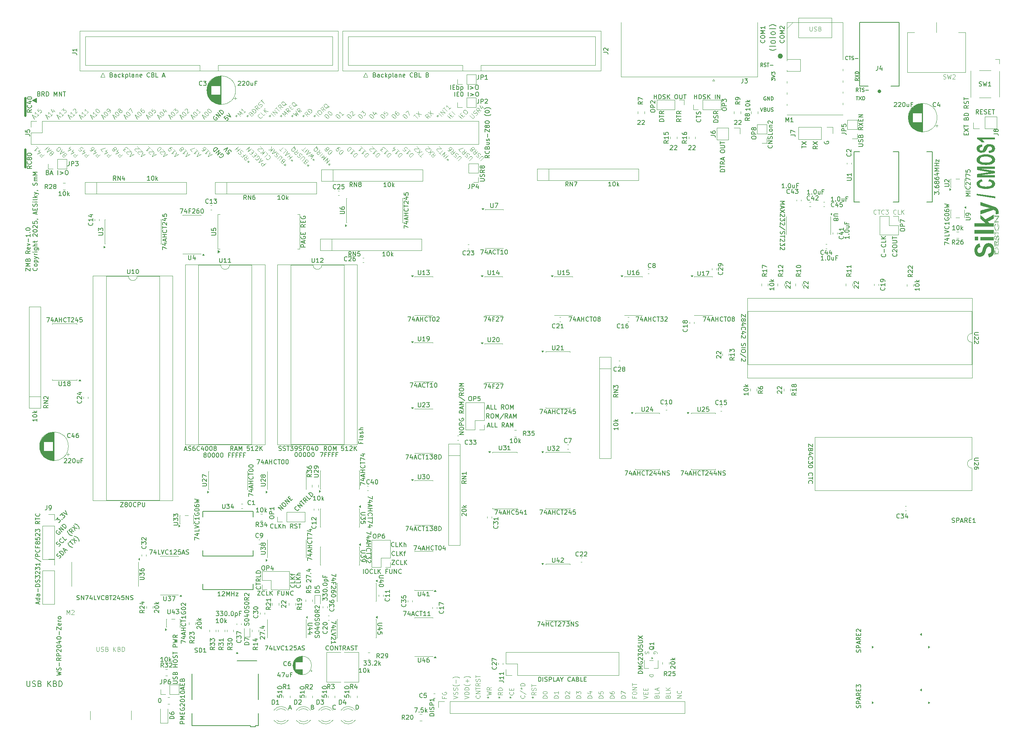
<source format=gbr>
%TF.GenerationSoftware,KiCad,Pcbnew,9.0.6*%
%TF.CreationDate,2025-11-25T21:23:54-08:00*%
%TF.ProjectId,SD-ZMB,53442d5a-4d42-42e6-9b69-6361645f7063,PR8.2*%
%TF.SameCoordinates,Original*%
%TF.FileFunction,Legend,Top*%
%TF.FilePolarity,Positive*%
%FSLAX46Y46*%
G04 Gerber Fmt 4.6, Leading zero omitted, Abs format (unit mm)*
G04 Created by KiCad (PCBNEW 9.0.6) date 2025-11-25 21:23:54*
%MOMM*%
%LPD*%
G01*
G04 APERTURE LIST*
%ADD10C,0.609600*%
%ADD11C,0.200000*%
%ADD12C,0.150000*%
%ADD13C,0.100000*%
%ADD14C,0.180000*%
%ADD15C,0.080010*%
%ADD16C,0.120000*%
%ADD17C,0.560000*%
%ADD18C,0.127000*%
%ADD19C,0.400000*%
%ADD20C,0.000000*%
%ADD21C,0.508000*%
%ADD22C,0.240000*%
G04 APERTURE END LIST*
D10*
G36*
X312681644Y-133989096D02*
G01*
X308488889Y-133368595D01*
X308488889Y-133008466D01*
X312681644Y-133635109D01*
X312681644Y-133989096D01*
G37*
G36*
X311125243Y-130186248D02*
G01*
X311379349Y-129696957D01*
X311718912Y-129769970D01*
X311990055Y-129859096D01*
X312203815Y-129962040D01*
X312369222Y-130077930D01*
X312504788Y-130217449D01*
X312601678Y-130371275D01*
X312661098Y-130542178D01*
X312681644Y-130733793D01*
X312660865Y-130925492D01*
X312600587Y-131097610D01*
X312501948Y-131253658D01*
X312363463Y-131396304D01*
X312181124Y-131527193D01*
X311946284Y-131647699D01*
X311678132Y-131744037D01*
X311371906Y-131815712D01*
X311021823Y-131860976D01*
X310621249Y-131876899D01*
X310195535Y-131860587D01*
X309827543Y-131814471D01*
X309509575Y-131741937D01*
X309234880Y-131645149D01*
X308997846Y-131524959D01*
X308813809Y-131393456D01*
X308673211Y-131247904D01*
X308572405Y-131086405D01*
X308510389Y-130905932D01*
X308488889Y-130702526D01*
X308513702Y-130497354D01*
X308585715Y-130314392D01*
X308704148Y-130149255D01*
X308872034Y-129998832D01*
X309068532Y-129882808D01*
X309332573Y-129783318D01*
X309680013Y-129703099D01*
X309870593Y-130202812D01*
X309658572Y-130247832D01*
X309492554Y-130311804D01*
X309364117Y-130393392D01*
X309265626Y-130494740D01*
X309207456Y-130605628D01*
X309187682Y-130729512D01*
X309207749Y-130861599D01*
X309266414Y-130978765D01*
X309364872Y-131084671D01*
X309508789Y-131181395D01*
X309670651Y-131250051D01*
X309890690Y-131305001D01*
X310184114Y-131342350D01*
X310568641Y-131356341D01*
X310969166Y-131342512D01*
X311271967Y-131305774D01*
X311496365Y-131252107D01*
X311659015Y-131185675D01*
X311804539Y-131090755D01*
X311903740Y-130986824D01*
X311962702Y-130871857D01*
X311982852Y-130742168D01*
X311960206Y-130615418D01*
X311893026Y-130501519D01*
X311777383Y-130396556D01*
X311628797Y-130314860D01*
X311417292Y-130243708D01*
X311125243Y-130186248D01*
G37*
G36*
X312618118Y-129270572D02*
G01*
X308552416Y-129270572D01*
X308552416Y-128514767D01*
X311341630Y-128060837D01*
X308552416Y-127611002D01*
X308552416Y-126853149D01*
X312618118Y-126853149D01*
X312618118Y-127321596D01*
X309401836Y-127321596D01*
X312618118Y-127819262D01*
X312618118Y-128306506D01*
X309401836Y-128799892D01*
X312618118Y-128799892D01*
X312618118Y-129270572D01*
G37*
G36*
X311002099Y-124040582D02*
G01*
X311362375Y-124087355D01*
X311673765Y-124161010D01*
X311942950Y-124259490D01*
X312175417Y-124382126D01*
X312357185Y-124516505D01*
X312496919Y-124666402D01*
X312597689Y-124833939D01*
X312659979Y-125022359D01*
X312681644Y-125235827D01*
X312660105Y-125451446D01*
X312598269Y-125641301D01*
X312498434Y-125809622D01*
X312360326Y-125959725D01*
X312181124Y-126093808D01*
X311948286Y-126216914D01*
X311680444Y-126315469D01*
X311372468Y-126388952D01*
X311018086Y-126435480D01*
X310610082Y-126451890D01*
X310129554Y-126431707D01*
X309736608Y-126376010D01*
X309416725Y-126290530D01*
X309120662Y-126166875D01*
X308891179Y-126026389D01*
X308718429Y-125868984D01*
X308593538Y-125688228D01*
X308516052Y-125479961D01*
X308488889Y-125238060D01*
X308489109Y-125236013D01*
X309187682Y-125236013D01*
X309209205Y-125383681D01*
X309271898Y-125514131D01*
X309376459Y-125631369D01*
X309528145Y-125737774D01*
X309701310Y-125815447D01*
X309926311Y-125876088D01*
X310215290Y-125916446D01*
X310582537Y-125931332D01*
X310940807Y-125916241D01*
X311227120Y-125875012D01*
X311454172Y-125812449D01*
X311632711Y-125731446D01*
X311790525Y-125621550D01*
X311897873Y-125503996D01*
X311961328Y-125376687D01*
X311982852Y-125236013D01*
X311961325Y-125094047D01*
X311898121Y-124966726D01*
X311791655Y-124850308D01*
X311635689Y-124742627D01*
X311459053Y-124663922D01*
X311230654Y-124602584D01*
X310938535Y-124561840D01*
X310568641Y-124546837D01*
X310205578Y-124561489D01*
X309919703Y-124601225D01*
X309696967Y-124660938D01*
X309525415Y-124737416D01*
X309375227Y-124842094D01*
X309271492Y-124958185D01*
X309209140Y-125088124D01*
X309187682Y-125236013D01*
X308489109Y-125236013D01*
X308511493Y-125027452D01*
X308577118Y-124837873D01*
X308684554Y-124665571D01*
X308835373Y-124507678D01*
X309033828Y-124362398D01*
X309254097Y-124247513D01*
X309512782Y-124154613D01*
X309815879Y-124084649D01*
X310170621Y-124039935D01*
X310585267Y-124024045D01*
X311002099Y-124040582D01*
G37*
G36*
X311284059Y-123757345D02*
G01*
X311204651Y-123263773D01*
X311466713Y-123219832D01*
X311661309Y-123155967D01*
X311802746Y-123075346D01*
X311901176Y-122978029D01*
X311961531Y-122860931D01*
X311982852Y-122718276D01*
X311963442Y-122570054D01*
X311909584Y-122452208D01*
X311824283Y-122358147D01*
X311709030Y-122284808D01*
X311579532Y-122241674D01*
X311430716Y-122226937D01*
X311300095Y-122238942D01*
X311195966Y-122272721D01*
X311110077Y-122328745D01*
X311037397Y-122412306D01*
X310969747Y-122539555D01*
X310830191Y-122866050D01*
X310732637Y-123080128D01*
X310639036Y-123233387D01*
X310550277Y-123338777D01*
X310376778Y-123472013D01*
X310151499Y-123577188D01*
X309896295Y-123643291D01*
X309620208Y-123665591D01*
X309403588Y-123652591D01*
X309206155Y-123614655D01*
X309024399Y-123552248D01*
X308861168Y-123466346D01*
X308728666Y-123362450D01*
X308624131Y-123238834D01*
X308551671Y-123101914D01*
X308505403Y-122939059D01*
X308488889Y-122745262D01*
X308511305Y-122525517D01*
X308574323Y-122341398D01*
X308673992Y-122186597D01*
X308809748Y-122056272D01*
X308979449Y-121950831D01*
X309184135Y-121871243D01*
X309430582Y-121817941D01*
X309727658Y-121793852D01*
X309759421Y-122299708D01*
X309546488Y-122334387D01*
X309399569Y-122383363D01*
X309302079Y-122443387D01*
X309232735Y-122522531D01*
X309188122Y-122625137D01*
X309171800Y-122757918D01*
X309186052Y-122891716D01*
X309224630Y-122994233D01*
X309283468Y-123072263D01*
X309366137Y-123134900D01*
X309457255Y-123170631D01*
X309560652Y-123182628D01*
X309663406Y-123171607D01*
X309753859Y-123139013D01*
X309835603Y-123082685D01*
X309936280Y-122947400D01*
X310081024Y-122622428D01*
X310190949Y-122368814D01*
X310293557Y-122190894D01*
X310388235Y-122071719D01*
X310506885Y-121967511D01*
X310645872Y-121881455D01*
X310807362Y-121812464D01*
X310982393Y-121764424D01*
X311188171Y-121733823D01*
X311430220Y-121722943D01*
X311690712Y-121739008D01*
X311922844Y-121785478D01*
X312131692Y-121861336D01*
X312321081Y-121967682D01*
X312470730Y-122097973D01*
X312582726Y-122263199D01*
X312655253Y-122471325D01*
X312681644Y-122732793D01*
X312658383Y-122956715D01*
X312592878Y-123144911D01*
X312488989Y-123303780D01*
X312346975Y-123438183D01*
X312163488Y-123551074D01*
X311931866Y-123643228D01*
X311642641Y-123713178D01*
X311284059Y-123757345D01*
G37*
G36*
X312618118Y-120176344D02*
G01*
X312618118Y-120655213D01*
X309664131Y-120655213D01*
X309909791Y-120845847D01*
X310104452Y-121052072D01*
X310251752Y-121275714D01*
X309552960Y-121275714D01*
X309468861Y-121148314D01*
X309343959Y-121010816D01*
X309170808Y-120861426D01*
X308975594Y-120731664D01*
X308764974Y-120633127D01*
X308536534Y-120563645D01*
X308536534Y-120176344D01*
X312618118Y-120176344D01*
G37*
D11*
X92748571Y-243664176D02*
X92748571Y-244692271D01*
X92748571Y-244692271D02*
X92809048Y-244813223D01*
X92809048Y-244813223D02*
X92869524Y-244873700D01*
X92869524Y-244873700D02*
X92990476Y-244934176D01*
X92990476Y-244934176D02*
X93232381Y-244934176D01*
X93232381Y-244934176D02*
X93353333Y-244873700D01*
X93353333Y-244873700D02*
X93413810Y-244813223D01*
X93413810Y-244813223D02*
X93474286Y-244692271D01*
X93474286Y-244692271D02*
X93474286Y-243664176D01*
X94018571Y-244873700D02*
X94200000Y-244934176D01*
X94200000Y-244934176D02*
X94502381Y-244934176D01*
X94502381Y-244934176D02*
X94623333Y-244873700D01*
X94623333Y-244873700D02*
X94683809Y-244813223D01*
X94683809Y-244813223D02*
X94744286Y-244692271D01*
X94744286Y-244692271D02*
X94744286Y-244571319D01*
X94744286Y-244571319D02*
X94683809Y-244450366D01*
X94683809Y-244450366D02*
X94623333Y-244389890D01*
X94623333Y-244389890D02*
X94502381Y-244329414D01*
X94502381Y-244329414D02*
X94260476Y-244268938D01*
X94260476Y-244268938D02*
X94139524Y-244208461D01*
X94139524Y-244208461D02*
X94079047Y-244147985D01*
X94079047Y-244147985D02*
X94018571Y-244027033D01*
X94018571Y-244027033D02*
X94018571Y-243906080D01*
X94018571Y-243906080D02*
X94079047Y-243785128D01*
X94079047Y-243785128D02*
X94139524Y-243724652D01*
X94139524Y-243724652D02*
X94260476Y-243664176D01*
X94260476Y-243664176D02*
X94562857Y-243664176D01*
X94562857Y-243664176D02*
X94744286Y-243724652D01*
X95711905Y-244268938D02*
X95893333Y-244329414D01*
X95893333Y-244329414D02*
X95953810Y-244389890D01*
X95953810Y-244389890D02*
X96014286Y-244510842D01*
X96014286Y-244510842D02*
X96014286Y-244692271D01*
X96014286Y-244692271D02*
X95953810Y-244813223D01*
X95953810Y-244813223D02*
X95893333Y-244873700D01*
X95893333Y-244873700D02*
X95772381Y-244934176D01*
X95772381Y-244934176D02*
X95288571Y-244934176D01*
X95288571Y-244934176D02*
X95288571Y-243664176D01*
X95288571Y-243664176D02*
X95711905Y-243664176D01*
X95711905Y-243664176D02*
X95832857Y-243724652D01*
X95832857Y-243724652D02*
X95893333Y-243785128D01*
X95893333Y-243785128D02*
X95953810Y-243906080D01*
X95953810Y-243906080D02*
X95953810Y-244027033D01*
X95953810Y-244027033D02*
X95893333Y-244147985D01*
X95893333Y-244147985D02*
X95832857Y-244208461D01*
X95832857Y-244208461D02*
X95711905Y-244268938D01*
X95711905Y-244268938D02*
X95288571Y-244268938D01*
X97526190Y-244934176D02*
X97526190Y-243664176D01*
X98251905Y-244934176D02*
X97707619Y-244208461D01*
X98251905Y-243664176D02*
X97526190Y-244389890D01*
X99219524Y-244268938D02*
X99400952Y-244329414D01*
X99400952Y-244329414D02*
X99461429Y-244389890D01*
X99461429Y-244389890D02*
X99521905Y-244510842D01*
X99521905Y-244510842D02*
X99521905Y-244692271D01*
X99521905Y-244692271D02*
X99461429Y-244813223D01*
X99461429Y-244813223D02*
X99400952Y-244873700D01*
X99400952Y-244873700D02*
X99280000Y-244934176D01*
X99280000Y-244934176D02*
X98796190Y-244934176D01*
X98796190Y-244934176D02*
X98796190Y-243664176D01*
X98796190Y-243664176D02*
X99219524Y-243664176D01*
X99219524Y-243664176D02*
X99340476Y-243724652D01*
X99340476Y-243724652D02*
X99400952Y-243785128D01*
X99400952Y-243785128D02*
X99461429Y-243906080D01*
X99461429Y-243906080D02*
X99461429Y-244027033D01*
X99461429Y-244027033D02*
X99400952Y-244147985D01*
X99400952Y-244147985D02*
X99340476Y-244208461D01*
X99340476Y-244208461D02*
X99219524Y-244268938D01*
X99219524Y-244268938D02*
X98796190Y-244268938D01*
X100066190Y-244934176D02*
X100066190Y-243664176D01*
X100066190Y-243664176D02*
X100368571Y-243664176D01*
X100368571Y-243664176D02*
X100550000Y-243724652D01*
X100550000Y-243724652D02*
X100670952Y-243845604D01*
X100670952Y-243845604D02*
X100731429Y-243966557D01*
X100731429Y-243966557D02*
X100791905Y-244208461D01*
X100791905Y-244208461D02*
X100791905Y-244389890D01*
X100791905Y-244389890D02*
X100731429Y-244631795D01*
X100731429Y-244631795D02*
X100670952Y-244752747D01*
X100670952Y-244752747D02*
X100550000Y-244873700D01*
X100550000Y-244873700D02*
X100368571Y-244934176D01*
X100368571Y-244934176D02*
X100066190Y-244934176D01*
D12*
X92509875Y-150507458D02*
X92509875Y-149840792D01*
X92509875Y-149840792D02*
X93509875Y-150507458D01*
X93509875Y-150507458D02*
X93509875Y-149840792D01*
X93509875Y-149459839D02*
X92509875Y-149459839D01*
X92509875Y-149459839D02*
X93224160Y-149126506D01*
X93224160Y-149126506D02*
X92509875Y-148793173D01*
X92509875Y-148793173D02*
X93509875Y-148793173D01*
X92986065Y-147983649D02*
X93033684Y-147840792D01*
X93033684Y-147840792D02*
X93081303Y-147793173D01*
X93081303Y-147793173D02*
X93176541Y-147745554D01*
X93176541Y-147745554D02*
X93319398Y-147745554D01*
X93319398Y-147745554D02*
X93414636Y-147793173D01*
X93414636Y-147793173D02*
X93462256Y-147840792D01*
X93462256Y-147840792D02*
X93509875Y-147936030D01*
X93509875Y-147936030D02*
X93509875Y-148316982D01*
X93509875Y-148316982D02*
X92509875Y-148316982D01*
X92509875Y-148316982D02*
X92509875Y-147983649D01*
X92509875Y-147983649D02*
X92557494Y-147888411D01*
X92557494Y-147888411D02*
X92605113Y-147840792D01*
X92605113Y-147840792D02*
X92700351Y-147793173D01*
X92700351Y-147793173D02*
X92795589Y-147793173D01*
X92795589Y-147793173D02*
X92890827Y-147840792D01*
X92890827Y-147840792D02*
X92938446Y-147888411D01*
X92938446Y-147888411D02*
X92986065Y-147983649D01*
X92986065Y-147983649D02*
X92986065Y-148316982D01*
X93509875Y-145983649D02*
X93033684Y-146316982D01*
X93509875Y-146555077D02*
X92509875Y-146555077D01*
X92509875Y-146555077D02*
X92509875Y-146174125D01*
X92509875Y-146174125D02*
X92557494Y-146078887D01*
X92557494Y-146078887D02*
X92605113Y-146031268D01*
X92605113Y-146031268D02*
X92700351Y-145983649D01*
X92700351Y-145983649D02*
X92843208Y-145983649D01*
X92843208Y-145983649D02*
X92938446Y-146031268D01*
X92938446Y-146031268D02*
X92986065Y-146078887D01*
X92986065Y-146078887D02*
X93033684Y-146174125D01*
X93033684Y-146174125D02*
X93033684Y-146555077D01*
X93462256Y-145174125D02*
X93509875Y-145269363D01*
X93509875Y-145269363D02*
X93509875Y-145459839D01*
X93509875Y-145459839D02*
X93462256Y-145555077D01*
X93462256Y-145555077D02*
X93367017Y-145602696D01*
X93367017Y-145602696D02*
X92986065Y-145602696D01*
X92986065Y-145602696D02*
X92890827Y-145555077D01*
X92890827Y-145555077D02*
X92843208Y-145459839D01*
X92843208Y-145459839D02*
X92843208Y-145269363D01*
X92843208Y-145269363D02*
X92890827Y-145174125D01*
X92890827Y-145174125D02*
X92986065Y-145126506D01*
X92986065Y-145126506D02*
X93081303Y-145126506D01*
X93081303Y-145126506D02*
X93176541Y-145602696D01*
X92843208Y-144793172D02*
X93509875Y-144555077D01*
X93509875Y-144555077D02*
X92843208Y-144316982D01*
X93128922Y-143936029D02*
X93128922Y-143174125D01*
X93509875Y-142174125D02*
X93509875Y-142745553D01*
X93509875Y-142459839D02*
X92509875Y-142459839D01*
X92509875Y-142459839D02*
X92652732Y-142555077D01*
X92652732Y-142555077D02*
X92747970Y-142650315D01*
X92747970Y-142650315D02*
X92795589Y-142745553D01*
X93414636Y-141745553D02*
X93462256Y-141697934D01*
X93462256Y-141697934D02*
X93509875Y-141745553D01*
X93509875Y-141745553D02*
X93462256Y-141793172D01*
X93462256Y-141793172D02*
X93414636Y-141745553D01*
X93414636Y-141745553D02*
X93509875Y-141745553D01*
X92509875Y-141078887D02*
X92509875Y-140983649D01*
X92509875Y-140983649D02*
X92557494Y-140888411D01*
X92557494Y-140888411D02*
X92605113Y-140840792D01*
X92605113Y-140840792D02*
X92700351Y-140793173D01*
X92700351Y-140793173D02*
X92890827Y-140745554D01*
X92890827Y-140745554D02*
X93128922Y-140745554D01*
X93128922Y-140745554D02*
X93319398Y-140793173D01*
X93319398Y-140793173D02*
X93414636Y-140840792D01*
X93414636Y-140840792D02*
X93462256Y-140888411D01*
X93462256Y-140888411D02*
X93509875Y-140983649D01*
X93509875Y-140983649D02*
X93509875Y-141078887D01*
X93509875Y-141078887D02*
X93462256Y-141174125D01*
X93462256Y-141174125D02*
X93414636Y-141221744D01*
X93414636Y-141221744D02*
X93319398Y-141269363D01*
X93319398Y-141269363D02*
X93128922Y-141316982D01*
X93128922Y-141316982D02*
X92890827Y-141316982D01*
X92890827Y-141316982D02*
X92700351Y-141269363D01*
X92700351Y-141269363D02*
X92605113Y-141221744D01*
X92605113Y-141221744D02*
X92557494Y-141174125D01*
X92557494Y-141174125D02*
X92509875Y-141078887D01*
X95024580Y-149840792D02*
X95072200Y-149888411D01*
X95072200Y-149888411D02*
X95119819Y-150031268D01*
X95119819Y-150031268D02*
X95119819Y-150126506D01*
X95119819Y-150126506D02*
X95072200Y-150269363D01*
X95072200Y-150269363D02*
X94976961Y-150364601D01*
X94976961Y-150364601D02*
X94881723Y-150412220D01*
X94881723Y-150412220D02*
X94691247Y-150459839D01*
X94691247Y-150459839D02*
X94548390Y-150459839D01*
X94548390Y-150459839D02*
X94357914Y-150412220D01*
X94357914Y-150412220D02*
X94262676Y-150364601D01*
X94262676Y-150364601D02*
X94167438Y-150269363D01*
X94167438Y-150269363D02*
X94119819Y-150126506D01*
X94119819Y-150126506D02*
X94119819Y-150031268D01*
X94119819Y-150031268D02*
X94167438Y-149888411D01*
X94167438Y-149888411D02*
X94215057Y-149840792D01*
X95119819Y-149269363D02*
X95072200Y-149364601D01*
X95072200Y-149364601D02*
X95024580Y-149412220D01*
X95024580Y-149412220D02*
X94929342Y-149459839D01*
X94929342Y-149459839D02*
X94643628Y-149459839D01*
X94643628Y-149459839D02*
X94548390Y-149412220D01*
X94548390Y-149412220D02*
X94500771Y-149364601D01*
X94500771Y-149364601D02*
X94453152Y-149269363D01*
X94453152Y-149269363D02*
X94453152Y-149126506D01*
X94453152Y-149126506D02*
X94500771Y-149031268D01*
X94500771Y-149031268D02*
X94548390Y-148983649D01*
X94548390Y-148983649D02*
X94643628Y-148936030D01*
X94643628Y-148936030D02*
X94929342Y-148936030D01*
X94929342Y-148936030D02*
X95024580Y-148983649D01*
X95024580Y-148983649D02*
X95072200Y-149031268D01*
X95072200Y-149031268D02*
X95119819Y-149126506D01*
X95119819Y-149126506D02*
X95119819Y-149269363D01*
X94453152Y-148507458D02*
X95453152Y-148507458D01*
X94500771Y-148507458D02*
X94453152Y-148412220D01*
X94453152Y-148412220D02*
X94453152Y-148221744D01*
X94453152Y-148221744D02*
X94500771Y-148126506D01*
X94500771Y-148126506D02*
X94548390Y-148078887D01*
X94548390Y-148078887D02*
X94643628Y-148031268D01*
X94643628Y-148031268D02*
X94929342Y-148031268D01*
X94929342Y-148031268D02*
X95024580Y-148078887D01*
X95024580Y-148078887D02*
X95072200Y-148126506D01*
X95072200Y-148126506D02*
X95119819Y-148221744D01*
X95119819Y-148221744D02*
X95119819Y-148412220D01*
X95119819Y-148412220D02*
X95072200Y-148507458D01*
X94453152Y-147697934D02*
X95119819Y-147459839D01*
X94453152Y-147221744D02*
X95119819Y-147459839D01*
X95119819Y-147459839D02*
X95357914Y-147555077D01*
X95357914Y-147555077D02*
X95405533Y-147602696D01*
X95405533Y-147602696D02*
X95453152Y-147697934D01*
X95119819Y-146840791D02*
X94453152Y-146840791D01*
X94643628Y-146840791D02*
X94548390Y-146793172D01*
X94548390Y-146793172D02*
X94500771Y-146745553D01*
X94500771Y-146745553D02*
X94453152Y-146650315D01*
X94453152Y-146650315D02*
X94453152Y-146555077D01*
X95119819Y-146221743D02*
X94453152Y-146221743D01*
X94119819Y-146221743D02*
X94167438Y-146269362D01*
X94167438Y-146269362D02*
X94215057Y-146221743D01*
X94215057Y-146221743D02*
X94167438Y-146174124D01*
X94167438Y-146174124D02*
X94119819Y-146221743D01*
X94119819Y-146221743D02*
X94215057Y-146221743D01*
X94453152Y-145316982D02*
X95262676Y-145316982D01*
X95262676Y-145316982D02*
X95357914Y-145364601D01*
X95357914Y-145364601D02*
X95405533Y-145412220D01*
X95405533Y-145412220D02*
X95453152Y-145507458D01*
X95453152Y-145507458D02*
X95453152Y-145650315D01*
X95453152Y-145650315D02*
X95405533Y-145745553D01*
X95072200Y-145316982D02*
X95119819Y-145412220D01*
X95119819Y-145412220D02*
X95119819Y-145602696D01*
X95119819Y-145602696D02*
X95072200Y-145697934D01*
X95072200Y-145697934D02*
X95024580Y-145745553D01*
X95024580Y-145745553D02*
X94929342Y-145793172D01*
X94929342Y-145793172D02*
X94643628Y-145793172D01*
X94643628Y-145793172D02*
X94548390Y-145745553D01*
X94548390Y-145745553D02*
X94500771Y-145697934D01*
X94500771Y-145697934D02*
X94453152Y-145602696D01*
X94453152Y-145602696D02*
X94453152Y-145412220D01*
X94453152Y-145412220D02*
X94500771Y-145316982D01*
X95119819Y-144840791D02*
X94119819Y-144840791D01*
X95119819Y-144412220D02*
X94596009Y-144412220D01*
X94596009Y-144412220D02*
X94500771Y-144459839D01*
X94500771Y-144459839D02*
X94453152Y-144555077D01*
X94453152Y-144555077D02*
X94453152Y-144697934D01*
X94453152Y-144697934D02*
X94500771Y-144793172D01*
X94500771Y-144793172D02*
X94548390Y-144840791D01*
X94453152Y-144078886D02*
X94453152Y-143697934D01*
X94119819Y-143936029D02*
X94976961Y-143936029D01*
X94976961Y-143936029D02*
X95072200Y-143888410D01*
X95072200Y-143888410D02*
X95119819Y-143793172D01*
X95119819Y-143793172D02*
X95119819Y-143697934D01*
X94215057Y-142650314D02*
X94167438Y-142602695D01*
X94167438Y-142602695D02*
X94119819Y-142507457D01*
X94119819Y-142507457D02*
X94119819Y-142269362D01*
X94119819Y-142269362D02*
X94167438Y-142174124D01*
X94167438Y-142174124D02*
X94215057Y-142126505D01*
X94215057Y-142126505D02*
X94310295Y-142078886D01*
X94310295Y-142078886D02*
X94405533Y-142078886D01*
X94405533Y-142078886D02*
X94548390Y-142126505D01*
X94548390Y-142126505D02*
X95119819Y-142697933D01*
X95119819Y-142697933D02*
X95119819Y-142078886D01*
X94119819Y-141459838D02*
X94119819Y-141364600D01*
X94119819Y-141364600D02*
X94167438Y-141269362D01*
X94167438Y-141269362D02*
X94215057Y-141221743D01*
X94215057Y-141221743D02*
X94310295Y-141174124D01*
X94310295Y-141174124D02*
X94500771Y-141126505D01*
X94500771Y-141126505D02*
X94738866Y-141126505D01*
X94738866Y-141126505D02*
X94929342Y-141174124D01*
X94929342Y-141174124D02*
X95024580Y-141221743D01*
X95024580Y-141221743D02*
X95072200Y-141269362D01*
X95072200Y-141269362D02*
X95119819Y-141364600D01*
X95119819Y-141364600D02*
X95119819Y-141459838D01*
X95119819Y-141459838D02*
X95072200Y-141555076D01*
X95072200Y-141555076D02*
X95024580Y-141602695D01*
X95024580Y-141602695D02*
X94929342Y-141650314D01*
X94929342Y-141650314D02*
X94738866Y-141697933D01*
X94738866Y-141697933D02*
X94500771Y-141697933D01*
X94500771Y-141697933D02*
X94310295Y-141650314D01*
X94310295Y-141650314D02*
X94215057Y-141602695D01*
X94215057Y-141602695D02*
X94167438Y-141555076D01*
X94167438Y-141555076D02*
X94119819Y-141459838D01*
X94215057Y-140745552D02*
X94167438Y-140697933D01*
X94167438Y-140697933D02*
X94119819Y-140602695D01*
X94119819Y-140602695D02*
X94119819Y-140364600D01*
X94119819Y-140364600D02*
X94167438Y-140269362D01*
X94167438Y-140269362D02*
X94215057Y-140221743D01*
X94215057Y-140221743D02*
X94310295Y-140174124D01*
X94310295Y-140174124D02*
X94405533Y-140174124D01*
X94405533Y-140174124D02*
X94548390Y-140221743D01*
X94548390Y-140221743D02*
X95119819Y-140793171D01*
X95119819Y-140793171D02*
X95119819Y-140174124D01*
X94119819Y-139269362D02*
X94119819Y-139745552D01*
X94119819Y-139745552D02*
X94596009Y-139793171D01*
X94596009Y-139793171D02*
X94548390Y-139745552D01*
X94548390Y-139745552D02*
X94500771Y-139650314D01*
X94500771Y-139650314D02*
X94500771Y-139412219D01*
X94500771Y-139412219D02*
X94548390Y-139316981D01*
X94548390Y-139316981D02*
X94596009Y-139269362D01*
X94596009Y-139269362D02*
X94691247Y-139221743D01*
X94691247Y-139221743D02*
X94929342Y-139221743D01*
X94929342Y-139221743D02*
X95024580Y-139269362D01*
X95024580Y-139269362D02*
X95072200Y-139316981D01*
X95072200Y-139316981D02*
X95119819Y-139412219D01*
X95119819Y-139412219D02*
X95119819Y-139650314D01*
X95119819Y-139650314D02*
X95072200Y-139745552D01*
X95072200Y-139745552D02*
X95024580Y-139793171D01*
X95072200Y-138745552D02*
X95119819Y-138745552D01*
X95119819Y-138745552D02*
X95215057Y-138793171D01*
X95215057Y-138793171D02*
X95262676Y-138840790D01*
X94834104Y-137602695D02*
X94834104Y-137126505D01*
X95119819Y-137697933D02*
X94119819Y-137364600D01*
X94119819Y-137364600D02*
X95119819Y-137031267D01*
X94596009Y-136697933D02*
X94596009Y-136364600D01*
X95119819Y-136221743D02*
X95119819Y-136697933D01*
X95119819Y-136697933D02*
X94119819Y-136697933D01*
X94119819Y-136697933D02*
X94119819Y-136221743D01*
X95072200Y-135840790D02*
X95119819Y-135697933D01*
X95119819Y-135697933D02*
X95119819Y-135459838D01*
X95119819Y-135459838D02*
X95072200Y-135364600D01*
X95072200Y-135364600D02*
X95024580Y-135316981D01*
X95024580Y-135316981D02*
X94929342Y-135269362D01*
X94929342Y-135269362D02*
X94834104Y-135269362D01*
X94834104Y-135269362D02*
X94738866Y-135316981D01*
X94738866Y-135316981D02*
X94691247Y-135364600D01*
X94691247Y-135364600D02*
X94643628Y-135459838D01*
X94643628Y-135459838D02*
X94596009Y-135650314D01*
X94596009Y-135650314D02*
X94548390Y-135745552D01*
X94548390Y-135745552D02*
X94500771Y-135793171D01*
X94500771Y-135793171D02*
X94405533Y-135840790D01*
X94405533Y-135840790D02*
X94310295Y-135840790D01*
X94310295Y-135840790D02*
X94215057Y-135793171D01*
X94215057Y-135793171D02*
X94167438Y-135745552D01*
X94167438Y-135745552D02*
X94119819Y-135650314D01*
X94119819Y-135650314D02*
X94119819Y-135412219D01*
X94119819Y-135412219D02*
X94167438Y-135269362D01*
X95119819Y-134840790D02*
X94453152Y-134840790D01*
X94119819Y-134840790D02*
X94167438Y-134888409D01*
X94167438Y-134888409D02*
X94215057Y-134840790D01*
X94215057Y-134840790D02*
X94167438Y-134793171D01*
X94167438Y-134793171D02*
X94119819Y-134840790D01*
X94119819Y-134840790D02*
X94215057Y-134840790D01*
X95119819Y-134221743D02*
X95072200Y-134316981D01*
X95072200Y-134316981D02*
X94976961Y-134364600D01*
X94976961Y-134364600D02*
X94119819Y-134364600D01*
X95119819Y-133840790D02*
X94119819Y-133840790D01*
X94738866Y-133745552D02*
X95119819Y-133459838D01*
X94453152Y-133459838D02*
X94834104Y-133840790D01*
X94453152Y-133126504D02*
X95119819Y-132888409D01*
X94453152Y-132650314D02*
X95119819Y-132888409D01*
X95119819Y-132888409D02*
X95357914Y-132983647D01*
X95357914Y-132983647D02*
X95405533Y-133031266D01*
X95405533Y-133031266D02*
X95453152Y-133126504D01*
X95072200Y-132221742D02*
X95119819Y-132221742D01*
X95119819Y-132221742D02*
X95215057Y-132269361D01*
X95215057Y-132269361D02*
X95262676Y-132316980D01*
X95072200Y-131078885D02*
X95119819Y-130936028D01*
X95119819Y-130936028D02*
X95119819Y-130697933D01*
X95119819Y-130697933D02*
X95072200Y-130602695D01*
X95072200Y-130602695D02*
X95024580Y-130555076D01*
X95024580Y-130555076D02*
X94929342Y-130507457D01*
X94929342Y-130507457D02*
X94834104Y-130507457D01*
X94834104Y-130507457D02*
X94738866Y-130555076D01*
X94738866Y-130555076D02*
X94691247Y-130602695D01*
X94691247Y-130602695D02*
X94643628Y-130697933D01*
X94643628Y-130697933D02*
X94596009Y-130888409D01*
X94596009Y-130888409D02*
X94548390Y-130983647D01*
X94548390Y-130983647D02*
X94500771Y-131031266D01*
X94500771Y-131031266D02*
X94405533Y-131078885D01*
X94405533Y-131078885D02*
X94310295Y-131078885D01*
X94310295Y-131078885D02*
X94215057Y-131031266D01*
X94215057Y-131031266D02*
X94167438Y-130983647D01*
X94167438Y-130983647D02*
X94119819Y-130888409D01*
X94119819Y-130888409D02*
X94119819Y-130650314D01*
X94119819Y-130650314D02*
X94167438Y-130507457D01*
X95119819Y-130078885D02*
X94453152Y-130078885D01*
X94548390Y-130078885D02*
X94500771Y-130031266D01*
X94500771Y-130031266D02*
X94453152Y-129936028D01*
X94453152Y-129936028D02*
X94453152Y-129793171D01*
X94453152Y-129793171D02*
X94500771Y-129697933D01*
X94500771Y-129697933D02*
X94596009Y-129650314D01*
X94596009Y-129650314D02*
X95119819Y-129650314D01*
X94596009Y-129650314D02*
X94500771Y-129602695D01*
X94500771Y-129602695D02*
X94453152Y-129507457D01*
X94453152Y-129507457D02*
X94453152Y-129364600D01*
X94453152Y-129364600D02*
X94500771Y-129269361D01*
X94500771Y-129269361D02*
X94596009Y-129221742D01*
X94596009Y-129221742D02*
X95119819Y-129221742D01*
X95119819Y-128745552D02*
X94119819Y-128745552D01*
X94119819Y-128745552D02*
X94834104Y-128412219D01*
X94834104Y-128412219D02*
X94119819Y-128078886D01*
X94119819Y-128078886D02*
X95119819Y-128078886D01*
X302919143Y-207629200D02*
X303062000Y-207676819D01*
X303062000Y-207676819D02*
X303300095Y-207676819D01*
X303300095Y-207676819D02*
X303395333Y-207629200D01*
X303395333Y-207629200D02*
X303442952Y-207581580D01*
X303442952Y-207581580D02*
X303490571Y-207486342D01*
X303490571Y-207486342D02*
X303490571Y-207391104D01*
X303490571Y-207391104D02*
X303442952Y-207295866D01*
X303442952Y-207295866D02*
X303395333Y-207248247D01*
X303395333Y-207248247D02*
X303300095Y-207200628D01*
X303300095Y-207200628D02*
X303109619Y-207153009D01*
X303109619Y-207153009D02*
X303014381Y-207105390D01*
X303014381Y-207105390D02*
X302966762Y-207057771D01*
X302966762Y-207057771D02*
X302919143Y-206962533D01*
X302919143Y-206962533D02*
X302919143Y-206867295D01*
X302919143Y-206867295D02*
X302966762Y-206772057D01*
X302966762Y-206772057D02*
X303014381Y-206724438D01*
X303014381Y-206724438D02*
X303109619Y-206676819D01*
X303109619Y-206676819D02*
X303347714Y-206676819D01*
X303347714Y-206676819D02*
X303490571Y-206724438D01*
X303919143Y-207676819D02*
X303919143Y-206676819D01*
X303919143Y-206676819D02*
X304300095Y-206676819D01*
X304300095Y-206676819D02*
X304395333Y-206724438D01*
X304395333Y-206724438D02*
X304442952Y-206772057D01*
X304442952Y-206772057D02*
X304490571Y-206867295D01*
X304490571Y-206867295D02*
X304490571Y-207010152D01*
X304490571Y-207010152D02*
X304442952Y-207105390D01*
X304442952Y-207105390D02*
X304395333Y-207153009D01*
X304395333Y-207153009D02*
X304300095Y-207200628D01*
X304300095Y-207200628D02*
X303919143Y-207200628D01*
X304871524Y-207391104D02*
X305347714Y-207391104D01*
X304776286Y-207676819D02*
X305109619Y-206676819D01*
X305109619Y-206676819D02*
X305442952Y-207676819D01*
X306347714Y-207676819D02*
X306014381Y-207200628D01*
X305776286Y-207676819D02*
X305776286Y-206676819D01*
X305776286Y-206676819D02*
X306157238Y-206676819D01*
X306157238Y-206676819D02*
X306252476Y-206724438D01*
X306252476Y-206724438D02*
X306300095Y-206772057D01*
X306300095Y-206772057D02*
X306347714Y-206867295D01*
X306347714Y-206867295D02*
X306347714Y-207010152D01*
X306347714Y-207010152D02*
X306300095Y-207105390D01*
X306300095Y-207105390D02*
X306252476Y-207153009D01*
X306252476Y-207153009D02*
X306157238Y-207200628D01*
X306157238Y-207200628D02*
X305776286Y-207200628D01*
X306776286Y-207153009D02*
X307109619Y-207153009D01*
X307252476Y-207676819D02*
X306776286Y-207676819D01*
X306776286Y-207676819D02*
X306776286Y-206676819D01*
X306776286Y-206676819D02*
X307252476Y-206676819D01*
X308204857Y-207676819D02*
X307633429Y-207676819D01*
X307919143Y-207676819D02*
X307919143Y-206676819D01*
X307919143Y-206676819D02*
X307823905Y-206819676D01*
X307823905Y-206819676D02*
X307728667Y-206914914D01*
X307728667Y-206914914D02*
X307633429Y-206962533D01*
X185249819Y-251612380D02*
X184249819Y-251612380D01*
X184249819Y-251612380D02*
X184249819Y-251374285D01*
X184249819Y-251374285D02*
X184297438Y-251231428D01*
X184297438Y-251231428D02*
X184392676Y-251136190D01*
X184392676Y-251136190D02*
X184487914Y-251088571D01*
X184487914Y-251088571D02*
X184678390Y-251040952D01*
X184678390Y-251040952D02*
X184821247Y-251040952D01*
X184821247Y-251040952D02*
X185011723Y-251088571D01*
X185011723Y-251088571D02*
X185106961Y-251136190D01*
X185106961Y-251136190D02*
X185202200Y-251231428D01*
X185202200Y-251231428D02*
X185249819Y-251374285D01*
X185249819Y-251374285D02*
X185249819Y-251612380D01*
X185249819Y-250612380D02*
X184249819Y-250612380D01*
X185202200Y-250183809D02*
X185249819Y-250040952D01*
X185249819Y-250040952D02*
X185249819Y-249802857D01*
X185249819Y-249802857D02*
X185202200Y-249707619D01*
X185202200Y-249707619D02*
X185154580Y-249660000D01*
X185154580Y-249660000D02*
X185059342Y-249612381D01*
X185059342Y-249612381D02*
X184964104Y-249612381D01*
X184964104Y-249612381D02*
X184868866Y-249660000D01*
X184868866Y-249660000D02*
X184821247Y-249707619D01*
X184821247Y-249707619D02*
X184773628Y-249802857D01*
X184773628Y-249802857D02*
X184726009Y-249993333D01*
X184726009Y-249993333D02*
X184678390Y-250088571D01*
X184678390Y-250088571D02*
X184630771Y-250136190D01*
X184630771Y-250136190D02*
X184535533Y-250183809D01*
X184535533Y-250183809D02*
X184440295Y-250183809D01*
X184440295Y-250183809D02*
X184345057Y-250136190D01*
X184345057Y-250136190D02*
X184297438Y-250088571D01*
X184297438Y-250088571D02*
X184249819Y-249993333D01*
X184249819Y-249993333D02*
X184249819Y-249755238D01*
X184249819Y-249755238D02*
X184297438Y-249612381D01*
X185249819Y-249183809D02*
X184249819Y-249183809D01*
X184249819Y-249183809D02*
X184249819Y-248802857D01*
X184249819Y-248802857D02*
X184297438Y-248707619D01*
X184297438Y-248707619D02*
X184345057Y-248660000D01*
X184345057Y-248660000D02*
X184440295Y-248612381D01*
X184440295Y-248612381D02*
X184583152Y-248612381D01*
X184583152Y-248612381D02*
X184678390Y-248660000D01*
X184678390Y-248660000D02*
X184726009Y-248707619D01*
X184726009Y-248707619D02*
X184773628Y-248802857D01*
X184773628Y-248802857D02*
X184773628Y-249183809D01*
X185249819Y-247660000D02*
X185249819Y-248231428D01*
X185249819Y-247945714D02*
X184249819Y-247945714D01*
X184249819Y-247945714D02*
X184392676Y-248040952D01*
X184392676Y-248040952D02*
X184487914Y-248136190D01*
X184487914Y-248136190D02*
X184535533Y-248231428D01*
D13*
X207402419Y-247413258D02*
X207640514Y-247413258D01*
X207545276Y-247651353D02*
X207640514Y-247413258D01*
X207640514Y-247413258D02*
X207545276Y-247175163D01*
X207830990Y-247556115D02*
X207640514Y-247413258D01*
X207640514Y-247413258D02*
X207830990Y-247270401D01*
X208402419Y-246222782D02*
X207926228Y-246556115D01*
X208402419Y-246794210D02*
X207402419Y-246794210D01*
X207402419Y-246794210D02*
X207402419Y-246413258D01*
X207402419Y-246413258D02*
X207450038Y-246318020D01*
X207450038Y-246318020D02*
X207497657Y-246270401D01*
X207497657Y-246270401D02*
X207592895Y-246222782D01*
X207592895Y-246222782D02*
X207735752Y-246222782D01*
X207735752Y-246222782D02*
X207830990Y-246270401D01*
X207830990Y-246270401D02*
X207878609Y-246318020D01*
X207878609Y-246318020D02*
X207926228Y-246413258D01*
X207926228Y-246413258D02*
X207926228Y-246794210D01*
X208354800Y-245841829D02*
X208402419Y-245698972D01*
X208402419Y-245698972D02*
X208402419Y-245460877D01*
X208402419Y-245460877D02*
X208354800Y-245365639D01*
X208354800Y-245365639D02*
X208307180Y-245318020D01*
X208307180Y-245318020D02*
X208211942Y-245270401D01*
X208211942Y-245270401D02*
X208116704Y-245270401D01*
X208116704Y-245270401D02*
X208021466Y-245318020D01*
X208021466Y-245318020D02*
X207973847Y-245365639D01*
X207973847Y-245365639D02*
X207926228Y-245460877D01*
X207926228Y-245460877D02*
X207878609Y-245651353D01*
X207878609Y-245651353D02*
X207830990Y-245746591D01*
X207830990Y-245746591D02*
X207783371Y-245794210D01*
X207783371Y-245794210D02*
X207688133Y-245841829D01*
X207688133Y-245841829D02*
X207592895Y-245841829D01*
X207592895Y-245841829D02*
X207497657Y-245794210D01*
X207497657Y-245794210D02*
X207450038Y-245746591D01*
X207450038Y-245746591D02*
X207402419Y-245651353D01*
X207402419Y-245651353D02*
X207402419Y-245413258D01*
X207402419Y-245413258D02*
X207450038Y-245270401D01*
X207402419Y-244984686D02*
X207402419Y-244413258D01*
X208402419Y-244698972D02*
X207402419Y-244698972D01*
X232802419Y-247698972D02*
X233802419Y-247365639D01*
X233802419Y-247365639D02*
X232802419Y-247032306D01*
X233278609Y-246698972D02*
X233278609Y-246365639D01*
X233802419Y-246222782D02*
X233802419Y-246698972D01*
X233802419Y-246698972D02*
X232802419Y-246698972D01*
X232802419Y-246698972D02*
X232802419Y-246222782D01*
X233278609Y-245794210D02*
X233278609Y-245460877D01*
X233802419Y-245318020D02*
X233802419Y-245794210D01*
X233802419Y-245794210D02*
X232802419Y-245794210D01*
X232802419Y-245794210D02*
X232802419Y-245318020D01*
X195607180Y-246984687D02*
X195654800Y-247032306D01*
X195654800Y-247032306D02*
X195702419Y-247175163D01*
X195702419Y-247175163D02*
X195702419Y-247270401D01*
X195702419Y-247270401D02*
X195654800Y-247413258D01*
X195654800Y-247413258D02*
X195559561Y-247508496D01*
X195559561Y-247508496D02*
X195464323Y-247556115D01*
X195464323Y-247556115D02*
X195273847Y-247603734D01*
X195273847Y-247603734D02*
X195130990Y-247603734D01*
X195130990Y-247603734D02*
X194940514Y-247556115D01*
X194940514Y-247556115D02*
X194845276Y-247508496D01*
X194845276Y-247508496D02*
X194750038Y-247413258D01*
X194750038Y-247413258D02*
X194702419Y-247270401D01*
X194702419Y-247270401D02*
X194702419Y-247175163D01*
X194702419Y-247175163D02*
X194750038Y-247032306D01*
X194750038Y-247032306D02*
X194797657Y-246984687D01*
X195702419Y-246556115D02*
X194702419Y-246556115D01*
X194702419Y-246556115D02*
X195702419Y-245984687D01*
X195702419Y-245984687D02*
X194702419Y-245984687D01*
X194702419Y-245651353D02*
X194702419Y-245079925D01*
X195702419Y-245365639D02*
X194702419Y-245365639D01*
X195702419Y-244175163D02*
X195226228Y-244508496D01*
X195702419Y-244746591D02*
X194702419Y-244746591D01*
X194702419Y-244746591D02*
X194702419Y-244365639D01*
X194702419Y-244365639D02*
X194750038Y-244270401D01*
X194750038Y-244270401D02*
X194797657Y-244222782D01*
X194797657Y-244222782D02*
X194892895Y-244175163D01*
X194892895Y-244175163D02*
X195035752Y-244175163D01*
X195035752Y-244175163D02*
X195130990Y-244222782D01*
X195130990Y-244222782D02*
X195178609Y-244270401D01*
X195178609Y-244270401D02*
X195226228Y-244365639D01*
X195226228Y-244365639D02*
X195226228Y-244746591D01*
X195654800Y-243794210D02*
X195702419Y-243651353D01*
X195702419Y-243651353D02*
X195702419Y-243413258D01*
X195702419Y-243413258D02*
X195654800Y-243318020D01*
X195654800Y-243318020D02*
X195607180Y-243270401D01*
X195607180Y-243270401D02*
X195511942Y-243222782D01*
X195511942Y-243222782D02*
X195416704Y-243222782D01*
X195416704Y-243222782D02*
X195321466Y-243270401D01*
X195321466Y-243270401D02*
X195273847Y-243318020D01*
X195273847Y-243318020D02*
X195226228Y-243413258D01*
X195226228Y-243413258D02*
X195178609Y-243603734D01*
X195178609Y-243603734D02*
X195130990Y-243698972D01*
X195130990Y-243698972D02*
X195083371Y-243746591D01*
X195083371Y-243746591D02*
X194988133Y-243794210D01*
X194988133Y-243794210D02*
X194892895Y-243794210D01*
X194892895Y-243794210D02*
X194797657Y-243746591D01*
X194797657Y-243746591D02*
X194750038Y-243698972D01*
X194750038Y-243698972D02*
X194702419Y-243603734D01*
X194702419Y-243603734D02*
X194702419Y-243365639D01*
X194702419Y-243365639D02*
X194750038Y-243222782D01*
X194702419Y-242937067D02*
X194702419Y-242365639D01*
X195702419Y-242651353D02*
X194702419Y-242651353D01*
X218562419Y-247556115D02*
X217562419Y-247556115D01*
X217562419Y-247556115D02*
X217562419Y-247318020D01*
X217562419Y-247318020D02*
X217610038Y-247175163D01*
X217610038Y-247175163D02*
X217705276Y-247079925D01*
X217705276Y-247079925D02*
X217800514Y-247032306D01*
X217800514Y-247032306D02*
X217990990Y-246984687D01*
X217990990Y-246984687D02*
X218133847Y-246984687D01*
X218133847Y-246984687D02*
X218324323Y-247032306D01*
X218324323Y-247032306D02*
X218419561Y-247079925D01*
X218419561Y-247079925D02*
X218514800Y-247175163D01*
X218514800Y-247175163D02*
X218562419Y-247318020D01*
X218562419Y-247318020D02*
X218562419Y-247556115D01*
X217562419Y-246651353D02*
X217562419Y-246032306D01*
X217562419Y-246032306D02*
X217943371Y-246365639D01*
X217943371Y-246365639D02*
X217943371Y-246222782D01*
X217943371Y-246222782D02*
X217990990Y-246127544D01*
X217990990Y-246127544D02*
X218038609Y-246079925D01*
X218038609Y-246079925D02*
X218133847Y-246032306D01*
X218133847Y-246032306D02*
X218371942Y-246032306D01*
X218371942Y-246032306D02*
X218467180Y-246079925D01*
X218467180Y-246079925D02*
X218514800Y-246127544D01*
X218514800Y-246127544D02*
X218562419Y-246222782D01*
X218562419Y-246222782D02*
X218562419Y-246508496D01*
X218562419Y-246508496D02*
X218514800Y-246603734D01*
X218514800Y-246603734D02*
X218467180Y-246651353D01*
X189622419Y-247698972D02*
X190622419Y-247365639D01*
X190622419Y-247365639D02*
X189622419Y-247032306D01*
X190574800Y-246746591D02*
X190622419Y-246603734D01*
X190622419Y-246603734D02*
X190622419Y-246365639D01*
X190622419Y-246365639D02*
X190574800Y-246270401D01*
X190574800Y-246270401D02*
X190527180Y-246222782D01*
X190527180Y-246222782D02*
X190431942Y-246175163D01*
X190431942Y-246175163D02*
X190336704Y-246175163D01*
X190336704Y-246175163D02*
X190241466Y-246222782D01*
X190241466Y-246222782D02*
X190193847Y-246270401D01*
X190193847Y-246270401D02*
X190146228Y-246365639D01*
X190146228Y-246365639D02*
X190098609Y-246556115D01*
X190098609Y-246556115D02*
X190050990Y-246651353D01*
X190050990Y-246651353D02*
X190003371Y-246698972D01*
X190003371Y-246698972D02*
X189908133Y-246746591D01*
X189908133Y-246746591D02*
X189812895Y-246746591D01*
X189812895Y-246746591D02*
X189717657Y-246698972D01*
X189717657Y-246698972D02*
X189670038Y-246651353D01*
X189670038Y-246651353D02*
X189622419Y-246556115D01*
X189622419Y-246556115D02*
X189622419Y-246318020D01*
X189622419Y-246318020D02*
X189670038Y-246175163D01*
X190574800Y-245794210D02*
X190622419Y-245651353D01*
X190622419Y-245651353D02*
X190622419Y-245413258D01*
X190622419Y-245413258D02*
X190574800Y-245318020D01*
X190574800Y-245318020D02*
X190527180Y-245270401D01*
X190527180Y-245270401D02*
X190431942Y-245222782D01*
X190431942Y-245222782D02*
X190336704Y-245222782D01*
X190336704Y-245222782D02*
X190241466Y-245270401D01*
X190241466Y-245270401D02*
X190193847Y-245318020D01*
X190193847Y-245318020D02*
X190146228Y-245413258D01*
X190146228Y-245413258D02*
X190098609Y-245603734D01*
X190098609Y-245603734D02*
X190050990Y-245698972D01*
X190050990Y-245698972D02*
X190003371Y-245746591D01*
X190003371Y-245746591D02*
X189908133Y-245794210D01*
X189908133Y-245794210D02*
X189812895Y-245794210D01*
X189812895Y-245794210D02*
X189717657Y-245746591D01*
X189717657Y-245746591D02*
X189670038Y-245698972D01*
X189670038Y-245698972D02*
X189622419Y-245603734D01*
X189622419Y-245603734D02*
X189622419Y-245365639D01*
X189622419Y-245365639D02*
X189670038Y-245222782D01*
X191003371Y-244508496D02*
X190955752Y-244556115D01*
X190955752Y-244556115D02*
X190812895Y-244651353D01*
X190812895Y-244651353D02*
X190717657Y-244698972D01*
X190717657Y-244698972D02*
X190574800Y-244746591D01*
X190574800Y-244746591D02*
X190336704Y-244794210D01*
X190336704Y-244794210D02*
X190146228Y-244794210D01*
X190146228Y-244794210D02*
X189908133Y-244746591D01*
X189908133Y-244746591D02*
X189765276Y-244698972D01*
X189765276Y-244698972D02*
X189670038Y-244651353D01*
X189670038Y-244651353D02*
X189527180Y-244556115D01*
X189527180Y-244556115D02*
X189479561Y-244508496D01*
X190241466Y-244127543D02*
X190241466Y-243365639D01*
X191003371Y-242984686D02*
X190955752Y-242937067D01*
X190955752Y-242937067D02*
X190812895Y-242841829D01*
X190812895Y-242841829D02*
X190717657Y-242794210D01*
X190717657Y-242794210D02*
X190574800Y-242746591D01*
X190574800Y-242746591D02*
X190336704Y-242698972D01*
X190336704Y-242698972D02*
X190146228Y-242698972D01*
X190146228Y-242698972D02*
X189908133Y-242746591D01*
X189908133Y-242746591D02*
X189765276Y-242794210D01*
X189765276Y-242794210D02*
X189670038Y-242841829D01*
X189670038Y-242841829D02*
X189527180Y-242937067D01*
X189527180Y-242937067D02*
X189479561Y-242984686D01*
X213482419Y-247556115D02*
X212482419Y-247556115D01*
X212482419Y-247556115D02*
X212482419Y-247318020D01*
X212482419Y-247318020D02*
X212530038Y-247175163D01*
X212530038Y-247175163D02*
X212625276Y-247079925D01*
X212625276Y-247079925D02*
X212720514Y-247032306D01*
X212720514Y-247032306D02*
X212910990Y-246984687D01*
X212910990Y-246984687D02*
X213053847Y-246984687D01*
X213053847Y-246984687D02*
X213244323Y-247032306D01*
X213244323Y-247032306D02*
X213339561Y-247079925D01*
X213339561Y-247079925D02*
X213434800Y-247175163D01*
X213434800Y-247175163D02*
X213482419Y-247318020D01*
X213482419Y-247318020D02*
X213482419Y-247556115D01*
X213482419Y-246032306D02*
X213482419Y-246603734D01*
X213482419Y-246318020D02*
X212482419Y-246318020D01*
X212482419Y-246318020D02*
X212625276Y-246413258D01*
X212625276Y-246413258D02*
X212720514Y-246508496D01*
X212720514Y-246508496D02*
X212768133Y-246603734D01*
X238358609Y-247222782D02*
X238406228Y-247079925D01*
X238406228Y-247079925D02*
X238453847Y-247032306D01*
X238453847Y-247032306D02*
X238549085Y-246984687D01*
X238549085Y-246984687D02*
X238691942Y-246984687D01*
X238691942Y-246984687D02*
X238787180Y-247032306D01*
X238787180Y-247032306D02*
X238834800Y-247079925D01*
X238834800Y-247079925D02*
X238882419Y-247175163D01*
X238882419Y-247175163D02*
X238882419Y-247556115D01*
X238882419Y-247556115D02*
X237882419Y-247556115D01*
X237882419Y-247556115D02*
X237882419Y-247222782D01*
X237882419Y-247222782D02*
X237930038Y-247127544D01*
X237930038Y-247127544D02*
X237977657Y-247079925D01*
X237977657Y-247079925D02*
X238072895Y-247032306D01*
X238072895Y-247032306D02*
X238168133Y-247032306D01*
X238168133Y-247032306D02*
X238263371Y-247079925D01*
X238263371Y-247079925D02*
X238310990Y-247127544D01*
X238310990Y-247127544D02*
X238358609Y-247222782D01*
X238358609Y-247222782D02*
X238358609Y-247556115D01*
X238882419Y-246079925D02*
X238882419Y-246556115D01*
X238882419Y-246556115D02*
X237882419Y-246556115D01*
X238882419Y-245746591D02*
X237882419Y-245746591D01*
X238882419Y-245175163D02*
X238310990Y-245603734D01*
X237882419Y-245175163D02*
X238453847Y-245746591D01*
X205767180Y-246984687D02*
X205814800Y-247032306D01*
X205814800Y-247032306D02*
X205862419Y-247175163D01*
X205862419Y-247175163D02*
X205862419Y-247270401D01*
X205862419Y-247270401D02*
X205814800Y-247413258D01*
X205814800Y-247413258D02*
X205719561Y-247508496D01*
X205719561Y-247508496D02*
X205624323Y-247556115D01*
X205624323Y-247556115D02*
X205433847Y-247603734D01*
X205433847Y-247603734D02*
X205290990Y-247603734D01*
X205290990Y-247603734D02*
X205100514Y-247556115D01*
X205100514Y-247556115D02*
X205005276Y-247508496D01*
X205005276Y-247508496D02*
X204910038Y-247413258D01*
X204910038Y-247413258D02*
X204862419Y-247270401D01*
X204862419Y-247270401D02*
X204862419Y-247175163D01*
X204862419Y-247175163D02*
X204910038Y-247032306D01*
X204910038Y-247032306D02*
X204957657Y-246984687D01*
X204814800Y-245841830D02*
X206100514Y-246698972D01*
X204862419Y-245365639D02*
X205100514Y-245365639D01*
X205005276Y-245603734D02*
X205100514Y-245365639D01*
X205100514Y-245365639D02*
X205005276Y-245127544D01*
X205290990Y-245508496D02*
X205100514Y-245365639D01*
X205100514Y-245365639D02*
X205290990Y-245222782D01*
X205862419Y-244746591D02*
X204862419Y-244746591D01*
X204862419Y-244746591D02*
X204862419Y-244508496D01*
X204862419Y-244508496D02*
X204910038Y-244365639D01*
X204910038Y-244365639D02*
X205005276Y-244270401D01*
X205005276Y-244270401D02*
X205100514Y-244222782D01*
X205100514Y-244222782D02*
X205290990Y-244175163D01*
X205290990Y-244175163D02*
X205433847Y-244175163D01*
X205433847Y-244175163D02*
X205624323Y-244222782D01*
X205624323Y-244222782D02*
X205719561Y-244270401D01*
X205719561Y-244270401D02*
X205814800Y-244365639D01*
X205814800Y-244365639D02*
X205862419Y-244508496D01*
X205862419Y-244508496D02*
X205862419Y-244746591D01*
X192162419Y-247698972D02*
X193162419Y-247365639D01*
X193162419Y-247365639D02*
X192162419Y-247032306D01*
X193162419Y-246698972D02*
X192162419Y-246698972D01*
X192162419Y-246698972D02*
X192162419Y-246460877D01*
X192162419Y-246460877D02*
X192210038Y-246318020D01*
X192210038Y-246318020D02*
X192305276Y-246222782D01*
X192305276Y-246222782D02*
X192400514Y-246175163D01*
X192400514Y-246175163D02*
X192590990Y-246127544D01*
X192590990Y-246127544D02*
X192733847Y-246127544D01*
X192733847Y-246127544D02*
X192924323Y-246175163D01*
X192924323Y-246175163D02*
X193019561Y-246222782D01*
X193019561Y-246222782D02*
X193114800Y-246318020D01*
X193114800Y-246318020D02*
X193162419Y-246460877D01*
X193162419Y-246460877D02*
X193162419Y-246698972D01*
X193162419Y-245698972D02*
X192162419Y-245698972D01*
X192162419Y-245698972D02*
X192162419Y-245460877D01*
X192162419Y-245460877D02*
X192210038Y-245318020D01*
X192210038Y-245318020D02*
X192305276Y-245222782D01*
X192305276Y-245222782D02*
X192400514Y-245175163D01*
X192400514Y-245175163D02*
X192590990Y-245127544D01*
X192590990Y-245127544D02*
X192733847Y-245127544D01*
X192733847Y-245127544D02*
X192924323Y-245175163D01*
X192924323Y-245175163D02*
X193019561Y-245222782D01*
X193019561Y-245222782D02*
X193114800Y-245318020D01*
X193114800Y-245318020D02*
X193162419Y-245460877D01*
X193162419Y-245460877D02*
X193162419Y-245698972D01*
X193543371Y-244413258D02*
X193495752Y-244460877D01*
X193495752Y-244460877D02*
X193352895Y-244556115D01*
X193352895Y-244556115D02*
X193257657Y-244603734D01*
X193257657Y-244603734D02*
X193114800Y-244651353D01*
X193114800Y-244651353D02*
X192876704Y-244698972D01*
X192876704Y-244698972D02*
X192686228Y-244698972D01*
X192686228Y-244698972D02*
X192448133Y-244651353D01*
X192448133Y-244651353D02*
X192305276Y-244603734D01*
X192305276Y-244603734D02*
X192210038Y-244556115D01*
X192210038Y-244556115D02*
X192067180Y-244460877D01*
X192067180Y-244460877D02*
X192019561Y-244413258D01*
X192781466Y-244032305D02*
X192781466Y-243270401D01*
X193162419Y-243651353D02*
X192400514Y-243651353D01*
X193543371Y-242889448D02*
X193495752Y-242841829D01*
X193495752Y-242841829D02*
X193352895Y-242746591D01*
X193352895Y-242746591D02*
X193257657Y-242698972D01*
X193257657Y-242698972D02*
X193114800Y-242651353D01*
X193114800Y-242651353D02*
X192876704Y-242603734D01*
X192876704Y-242603734D02*
X192686228Y-242603734D01*
X192686228Y-242603734D02*
X192448133Y-242651353D01*
X192448133Y-242651353D02*
X192305276Y-242698972D01*
X192305276Y-242698972D02*
X192210038Y-242746591D01*
X192210038Y-242746591D02*
X192067180Y-242841829D01*
X192067180Y-242841829D02*
X192019561Y-242889448D01*
X202322419Y-247413258D02*
X202560514Y-247413258D01*
X202465276Y-247651353D02*
X202560514Y-247413258D01*
X202560514Y-247413258D02*
X202465276Y-247175163D01*
X202750990Y-247556115D02*
X202560514Y-247413258D01*
X202560514Y-247413258D02*
X202750990Y-247270401D01*
X203227180Y-246222782D02*
X203274800Y-246270401D01*
X203274800Y-246270401D02*
X203322419Y-246413258D01*
X203322419Y-246413258D02*
X203322419Y-246508496D01*
X203322419Y-246508496D02*
X203274800Y-246651353D01*
X203274800Y-246651353D02*
X203179561Y-246746591D01*
X203179561Y-246746591D02*
X203084323Y-246794210D01*
X203084323Y-246794210D02*
X202893847Y-246841829D01*
X202893847Y-246841829D02*
X202750990Y-246841829D01*
X202750990Y-246841829D02*
X202560514Y-246794210D01*
X202560514Y-246794210D02*
X202465276Y-246746591D01*
X202465276Y-246746591D02*
X202370038Y-246651353D01*
X202370038Y-246651353D02*
X202322419Y-246508496D01*
X202322419Y-246508496D02*
X202322419Y-246413258D01*
X202322419Y-246413258D02*
X202370038Y-246270401D01*
X202370038Y-246270401D02*
X202417657Y-246222782D01*
X202798609Y-245794210D02*
X202798609Y-245460877D01*
X203322419Y-245318020D02*
X203322419Y-245794210D01*
X203322419Y-245794210D02*
X202322419Y-245794210D01*
X202322419Y-245794210D02*
X202322419Y-245318020D01*
X223642419Y-247556115D02*
X222642419Y-247556115D01*
X222642419Y-247556115D02*
X222642419Y-247318020D01*
X222642419Y-247318020D02*
X222690038Y-247175163D01*
X222690038Y-247175163D02*
X222785276Y-247079925D01*
X222785276Y-247079925D02*
X222880514Y-247032306D01*
X222880514Y-247032306D02*
X223070990Y-246984687D01*
X223070990Y-246984687D02*
X223213847Y-246984687D01*
X223213847Y-246984687D02*
X223404323Y-247032306D01*
X223404323Y-247032306D02*
X223499561Y-247079925D01*
X223499561Y-247079925D02*
X223594800Y-247175163D01*
X223594800Y-247175163D02*
X223642419Y-247318020D01*
X223642419Y-247318020D02*
X223642419Y-247556115D01*
X222642419Y-246079925D02*
X222642419Y-246556115D01*
X222642419Y-246556115D02*
X223118609Y-246603734D01*
X223118609Y-246603734D02*
X223070990Y-246556115D01*
X223070990Y-246556115D02*
X223023371Y-246460877D01*
X223023371Y-246460877D02*
X223023371Y-246222782D01*
X223023371Y-246222782D02*
X223070990Y-246127544D01*
X223070990Y-246127544D02*
X223118609Y-246079925D01*
X223118609Y-246079925D02*
X223213847Y-246032306D01*
X223213847Y-246032306D02*
X223451942Y-246032306D01*
X223451942Y-246032306D02*
X223547180Y-246079925D01*
X223547180Y-246079925D02*
X223594800Y-246127544D01*
X223594800Y-246127544D02*
X223642419Y-246222782D01*
X223642419Y-246222782D02*
X223642419Y-246460877D01*
X223642419Y-246460877D02*
X223594800Y-246556115D01*
X223594800Y-246556115D02*
X223547180Y-246603734D01*
X228722419Y-247556115D02*
X227722419Y-247556115D01*
X227722419Y-247556115D02*
X227722419Y-247318020D01*
X227722419Y-247318020D02*
X227770038Y-247175163D01*
X227770038Y-247175163D02*
X227865276Y-247079925D01*
X227865276Y-247079925D02*
X227960514Y-247032306D01*
X227960514Y-247032306D02*
X228150990Y-246984687D01*
X228150990Y-246984687D02*
X228293847Y-246984687D01*
X228293847Y-246984687D02*
X228484323Y-247032306D01*
X228484323Y-247032306D02*
X228579561Y-247079925D01*
X228579561Y-247079925D02*
X228674800Y-247175163D01*
X228674800Y-247175163D02*
X228722419Y-247318020D01*
X228722419Y-247318020D02*
X228722419Y-247556115D01*
X227722419Y-246651353D02*
X227722419Y-245984687D01*
X227722419Y-245984687D02*
X228722419Y-246413258D01*
X241422419Y-247556115D02*
X240422419Y-247556115D01*
X240422419Y-247556115D02*
X241422419Y-246984687D01*
X241422419Y-246984687D02*
X240422419Y-246984687D01*
X241327180Y-245937068D02*
X241374800Y-245984687D01*
X241374800Y-245984687D02*
X241422419Y-246127544D01*
X241422419Y-246127544D02*
X241422419Y-246222782D01*
X241422419Y-246222782D02*
X241374800Y-246365639D01*
X241374800Y-246365639D02*
X241279561Y-246460877D01*
X241279561Y-246460877D02*
X241184323Y-246508496D01*
X241184323Y-246508496D02*
X240993847Y-246556115D01*
X240993847Y-246556115D02*
X240850990Y-246556115D01*
X240850990Y-246556115D02*
X240660514Y-246508496D01*
X240660514Y-246508496D02*
X240565276Y-246460877D01*
X240565276Y-246460877D02*
X240470038Y-246365639D01*
X240470038Y-246365639D02*
X240422419Y-246222782D01*
X240422419Y-246222782D02*
X240422419Y-246127544D01*
X240422419Y-246127544D02*
X240470038Y-245984687D01*
X240470038Y-245984687D02*
X240517657Y-245937068D01*
X197242419Y-247413258D02*
X197480514Y-247413258D01*
X197385276Y-247651353D02*
X197480514Y-247413258D01*
X197480514Y-247413258D02*
X197385276Y-247175163D01*
X197670990Y-247556115D02*
X197480514Y-247413258D01*
X197480514Y-247413258D02*
X197670990Y-247270401D01*
X197242419Y-246889448D02*
X198242419Y-246651353D01*
X198242419Y-246651353D02*
X197528133Y-246460877D01*
X197528133Y-246460877D02*
X198242419Y-246270401D01*
X198242419Y-246270401D02*
X197242419Y-246032306D01*
X198242419Y-245079925D02*
X197766228Y-245413258D01*
X198242419Y-245651353D02*
X197242419Y-245651353D01*
X197242419Y-245651353D02*
X197242419Y-245270401D01*
X197242419Y-245270401D02*
X197290038Y-245175163D01*
X197290038Y-245175163D02*
X197337657Y-245127544D01*
X197337657Y-245127544D02*
X197432895Y-245079925D01*
X197432895Y-245079925D02*
X197575752Y-245079925D01*
X197575752Y-245079925D02*
X197670990Y-245127544D01*
X197670990Y-245127544D02*
X197718609Y-245175163D01*
X197718609Y-245175163D02*
X197766228Y-245270401D01*
X197766228Y-245270401D02*
X197766228Y-245651353D01*
X235818609Y-247222782D02*
X235866228Y-247079925D01*
X235866228Y-247079925D02*
X235913847Y-247032306D01*
X235913847Y-247032306D02*
X236009085Y-246984687D01*
X236009085Y-246984687D02*
X236151942Y-246984687D01*
X236151942Y-246984687D02*
X236247180Y-247032306D01*
X236247180Y-247032306D02*
X236294800Y-247079925D01*
X236294800Y-247079925D02*
X236342419Y-247175163D01*
X236342419Y-247175163D02*
X236342419Y-247556115D01*
X236342419Y-247556115D02*
X235342419Y-247556115D01*
X235342419Y-247556115D02*
X235342419Y-247222782D01*
X235342419Y-247222782D02*
X235390038Y-247127544D01*
X235390038Y-247127544D02*
X235437657Y-247079925D01*
X235437657Y-247079925D02*
X235532895Y-247032306D01*
X235532895Y-247032306D02*
X235628133Y-247032306D01*
X235628133Y-247032306D02*
X235723371Y-247079925D01*
X235723371Y-247079925D02*
X235770990Y-247127544D01*
X235770990Y-247127544D02*
X235818609Y-247222782D01*
X235818609Y-247222782D02*
X235818609Y-247556115D01*
X236342419Y-246079925D02*
X236342419Y-246556115D01*
X236342419Y-246556115D02*
X235342419Y-246556115D01*
X236056704Y-245794210D02*
X236056704Y-245318020D01*
X236342419Y-245889448D02*
X235342419Y-245556115D01*
X235342419Y-245556115D02*
X236342419Y-245222782D01*
X199782419Y-247413258D02*
X200020514Y-247413258D01*
X199925276Y-247651353D02*
X200020514Y-247413258D01*
X200020514Y-247413258D02*
X199925276Y-247175163D01*
X200210990Y-247556115D02*
X200020514Y-247413258D01*
X200020514Y-247413258D02*
X200210990Y-247270401D01*
X200782419Y-246222782D02*
X200306228Y-246556115D01*
X200782419Y-246794210D02*
X199782419Y-246794210D01*
X199782419Y-246794210D02*
X199782419Y-246413258D01*
X199782419Y-246413258D02*
X199830038Y-246318020D01*
X199830038Y-246318020D02*
X199877657Y-246270401D01*
X199877657Y-246270401D02*
X199972895Y-246222782D01*
X199972895Y-246222782D02*
X200115752Y-246222782D01*
X200115752Y-246222782D02*
X200210990Y-246270401D01*
X200210990Y-246270401D02*
X200258609Y-246318020D01*
X200258609Y-246318020D02*
X200306228Y-246413258D01*
X200306228Y-246413258D02*
X200306228Y-246794210D01*
X200782419Y-245794210D02*
X199782419Y-245794210D01*
X199782419Y-245794210D02*
X199782419Y-245556115D01*
X199782419Y-245556115D02*
X199830038Y-245413258D01*
X199830038Y-245413258D02*
X199925276Y-245318020D01*
X199925276Y-245318020D02*
X200020514Y-245270401D01*
X200020514Y-245270401D02*
X200210990Y-245222782D01*
X200210990Y-245222782D02*
X200353847Y-245222782D01*
X200353847Y-245222782D02*
X200544323Y-245270401D01*
X200544323Y-245270401D02*
X200639561Y-245318020D01*
X200639561Y-245318020D02*
X200734800Y-245413258D01*
X200734800Y-245413258D02*
X200782419Y-245556115D01*
X200782419Y-245556115D02*
X200782419Y-245794210D01*
X187558609Y-247290782D02*
X187558609Y-247624115D01*
X188082419Y-247624115D02*
X187082419Y-247624115D01*
X187082419Y-247624115D02*
X187082419Y-247147925D01*
X187130038Y-246243163D02*
X187082419Y-246338401D01*
X187082419Y-246338401D02*
X187082419Y-246481258D01*
X187082419Y-246481258D02*
X187130038Y-246624115D01*
X187130038Y-246624115D02*
X187225276Y-246719353D01*
X187225276Y-246719353D02*
X187320514Y-246766972D01*
X187320514Y-246766972D02*
X187510990Y-246814591D01*
X187510990Y-246814591D02*
X187653847Y-246814591D01*
X187653847Y-246814591D02*
X187844323Y-246766972D01*
X187844323Y-246766972D02*
X187939561Y-246719353D01*
X187939561Y-246719353D02*
X188034800Y-246624115D01*
X188034800Y-246624115D02*
X188082419Y-246481258D01*
X188082419Y-246481258D02*
X188082419Y-246386020D01*
X188082419Y-246386020D02*
X188034800Y-246243163D01*
X188034800Y-246243163D02*
X187987180Y-246195544D01*
X187987180Y-246195544D02*
X187653847Y-246195544D01*
X187653847Y-246195544D02*
X187653847Y-246386020D01*
X221102419Y-247556115D02*
X220102419Y-247556115D01*
X220102419Y-247556115D02*
X220102419Y-247318020D01*
X220102419Y-247318020D02*
X220150038Y-247175163D01*
X220150038Y-247175163D02*
X220245276Y-247079925D01*
X220245276Y-247079925D02*
X220340514Y-247032306D01*
X220340514Y-247032306D02*
X220530990Y-246984687D01*
X220530990Y-246984687D02*
X220673847Y-246984687D01*
X220673847Y-246984687D02*
X220864323Y-247032306D01*
X220864323Y-247032306D02*
X220959561Y-247079925D01*
X220959561Y-247079925D02*
X221054800Y-247175163D01*
X221054800Y-247175163D02*
X221102419Y-247318020D01*
X221102419Y-247318020D02*
X221102419Y-247556115D01*
X220435752Y-246127544D02*
X221102419Y-246127544D01*
X220054800Y-246365639D02*
X220769085Y-246603734D01*
X220769085Y-246603734D02*
X220769085Y-245984687D01*
X210942419Y-247556115D02*
X209942419Y-247556115D01*
X209942419Y-247556115D02*
X209942419Y-247318020D01*
X209942419Y-247318020D02*
X209990038Y-247175163D01*
X209990038Y-247175163D02*
X210085276Y-247079925D01*
X210085276Y-247079925D02*
X210180514Y-247032306D01*
X210180514Y-247032306D02*
X210370990Y-246984687D01*
X210370990Y-246984687D02*
X210513847Y-246984687D01*
X210513847Y-246984687D02*
X210704323Y-247032306D01*
X210704323Y-247032306D02*
X210799561Y-247079925D01*
X210799561Y-247079925D02*
X210894800Y-247175163D01*
X210894800Y-247175163D02*
X210942419Y-247318020D01*
X210942419Y-247318020D02*
X210942419Y-247556115D01*
X209942419Y-246365639D02*
X209942419Y-246270401D01*
X209942419Y-246270401D02*
X209990038Y-246175163D01*
X209990038Y-246175163D02*
X210037657Y-246127544D01*
X210037657Y-246127544D02*
X210132895Y-246079925D01*
X210132895Y-246079925D02*
X210323371Y-246032306D01*
X210323371Y-246032306D02*
X210561466Y-246032306D01*
X210561466Y-246032306D02*
X210751942Y-246079925D01*
X210751942Y-246079925D02*
X210847180Y-246127544D01*
X210847180Y-246127544D02*
X210894800Y-246175163D01*
X210894800Y-246175163D02*
X210942419Y-246270401D01*
X210942419Y-246270401D02*
X210942419Y-246365639D01*
X210942419Y-246365639D02*
X210894800Y-246460877D01*
X210894800Y-246460877D02*
X210847180Y-246508496D01*
X210847180Y-246508496D02*
X210751942Y-246556115D01*
X210751942Y-246556115D02*
X210561466Y-246603734D01*
X210561466Y-246603734D02*
X210323371Y-246603734D01*
X210323371Y-246603734D02*
X210132895Y-246556115D01*
X210132895Y-246556115D02*
X210037657Y-246508496D01*
X210037657Y-246508496D02*
X209990038Y-246460877D01*
X209990038Y-246460877D02*
X209942419Y-246365639D01*
X230738609Y-247222782D02*
X230738609Y-247556115D01*
X231262419Y-247556115D02*
X230262419Y-247556115D01*
X230262419Y-247556115D02*
X230262419Y-247079925D01*
X230262419Y-246508496D02*
X230262419Y-246318020D01*
X230262419Y-246318020D02*
X230310038Y-246222782D01*
X230310038Y-246222782D02*
X230405276Y-246127544D01*
X230405276Y-246127544D02*
X230595752Y-246079925D01*
X230595752Y-246079925D02*
X230929085Y-246079925D01*
X230929085Y-246079925D02*
X231119561Y-246127544D01*
X231119561Y-246127544D02*
X231214800Y-246222782D01*
X231214800Y-246222782D02*
X231262419Y-246318020D01*
X231262419Y-246318020D02*
X231262419Y-246508496D01*
X231262419Y-246508496D02*
X231214800Y-246603734D01*
X231214800Y-246603734D02*
X231119561Y-246698972D01*
X231119561Y-246698972D02*
X230929085Y-246746591D01*
X230929085Y-246746591D02*
X230595752Y-246746591D01*
X230595752Y-246746591D02*
X230405276Y-246698972D01*
X230405276Y-246698972D02*
X230310038Y-246603734D01*
X230310038Y-246603734D02*
X230262419Y-246508496D01*
X231262419Y-245651353D02*
X230262419Y-245651353D01*
X230262419Y-245651353D02*
X231262419Y-245079925D01*
X231262419Y-245079925D02*
X230262419Y-245079925D01*
X230262419Y-244746591D02*
X230262419Y-244175163D01*
X231262419Y-244460877D02*
X230262419Y-244460877D01*
X226182419Y-247556115D02*
X225182419Y-247556115D01*
X225182419Y-247556115D02*
X225182419Y-247318020D01*
X225182419Y-247318020D02*
X225230038Y-247175163D01*
X225230038Y-247175163D02*
X225325276Y-247079925D01*
X225325276Y-247079925D02*
X225420514Y-247032306D01*
X225420514Y-247032306D02*
X225610990Y-246984687D01*
X225610990Y-246984687D02*
X225753847Y-246984687D01*
X225753847Y-246984687D02*
X225944323Y-247032306D01*
X225944323Y-247032306D02*
X226039561Y-247079925D01*
X226039561Y-247079925D02*
X226134800Y-247175163D01*
X226134800Y-247175163D02*
X226182419Y-247318020D01*
X226182419Y-247318020D02*
X226182419Y-247556115D01*
X225182419Y-246127544D02*
X225182419Y-246318020D01*
X225182419Y-246318020D02*
X225230038Y-246413258D01*
X225230038Y-246413258D02*
X225277657Y-246460877D01*
X225277657Y-246460877D02*
X225420514Y-246556115D01*
X225420514Y-246556115D02*
X225610990Y-246603734D01*
X225610990Y-246603734D02*
X225991942Y-246603734D01*
X225991942Y-246603734D02*
X226087180Y-246556115D01*
X226087180Y-246556115D02*
X226134800Y-246508496D01*
X226134800Y-246508496D02*
X226182419Y-246413258D01*
X226182419Y-246413258D02*
X226182419Y-246222782D01*
X226182419Y-246222782D02*
X226134800Y-246127544D01*
X226134800Y-246127544D02*
X226087180Y-246079925D01*
X226087180Y-246079925D02*
X225991942Y-246032306D01*
X225991942Y-246032306D02*
X225753847Y-246032306D01*
X225753847Y-246032306D02*
X225658609Y-246079925D01*
X225658609Y-246079925D02*
X225610990Y-246127544D01*
X225610990Y-246127544D02*
X225563371Y-246222782D01*
X225563371Y-246222782D02*
X225563371Y-246413258D01*
X225563371Y-246413258D02*
X225610990Y-246508496D01*
X225610990Y-246508496D02*
X225658609Y-246556115D01*
X225658609Y-246556115D02*
X225753847Y-246603734D01*
X216022419Y-247556115D02*
X215022419Y-247556115D01*
X215022419Y-247556115D02*
X215022419Y-247318020D01*
X215022419Y-247318020D02*
X215070038Y-247175163D01*
X215070038Y-247175163D02*
X215165276Y-247079925D01*
X215165276Y-247079925D02*
X215260514Y-247032306D01*
X215260514Y-247032306D02*
X215450990Y-246984687D01*
X215450990Y-246984687D02*
X215593847Y-246984687D01*
X215593847Y-246984687D02*
X215784323Y-247032306D01*
X215784323Y-247032306D02*
X215879561Y-247079925D01*
X215879561Y-247079925D02*
X215974800Y-247175163D01*
X215974800Y-247175163D02*
X216022419Y-247318020D01*
X216022419Y-247318020D02*
X216022419Y-247556115D01*
X215117657Y-246603734D02*
X215070038Y-246556115D01*
X215070038Y-246556115D02*
X215022419Y-246460877D01*
X215022419Y-246460877D02*
X215022419Y-246222782D01*
X215022419Y-246222782D02*
X215070038Y-246127544D01*
X215070038Y-246127544D02*
X215117657Y-246079925D01*
X215117657Y-246079925D02*
X215212895Y-246032306D01*
X215212895Y-246032306D02*
X215308133Y-246032306D01*
X215308133Y-246032306D02*
X215450990Y-246079925D01*
X215450990Y-246079925D02*
X216022419Y-246651353D01*
X216022419Y-246651353D02*
X216022419Y-246032306D01*
D12*
X282129400Y-249796656D02*
X282177019Y-249653799D01*
X282177019Y-249653799D02*
X282177019Y-249415704D01*
X282177019Y-249415704D02*
X282129400Y-249320466D01*
X282129400Y-249320466D02*
X282081780Y-249272847D01*
X282081780Y-249272847D02*
X281986542Y-249225228D01*
X281986542Y-249225228D02*
X281891304Y-249225228D01*
X281891304Y-249225228D02*
X281796066Y-249272847D01*
X281796066Y-249272847D02*
X281748447Y-249320466D01*
X281748447Y-249320466D02*
X281700828Y-249415704D01*
X281700828Y-249415704D02*
X281653209Y-249606180D01*
X281653209Y-249606180D02*
X281605590Y-249701418D01*
X281605590Y-249701418D02*
X281557971Y-249749037D01*
X281557971Y-249749037D02*
X281462733Y-249796656D01*
X281462733Y-249796656D02*
X281367495Y-249796656D01*
X281367495Y-249796656D02*
X281272257Y-249749037D01*
X281272257Y-249749037D02*
X281224638Y-249701418D01*
X281224638Y-249701418D02*
X281177019Y-249606180D01*
X281177019Y-249606180D02*
X281177019Y-249368085D01*
X281177019Y-249368085D02*
X281224638Y-249225228D01*
X282177019Y-248796656D02*
X281177019Y-248796656D01*
X281177019Y-248796656D02*
X281177019Y-248415704D01*
X281177019Y-248415704D02*
X281224638Y-248320466D01*
X281224638Y-248320466D02*
X281272257Y-248272847D01*
X281272257Y-248272847D02*
X281367495Y-248225228D01*
X281367495Y-248225228D02*
X281510352Y-248225228D01*
X281510352Y-248225228D02*
X281605590Y-248272847D01*
X281605590Y-248272847D02*
X281653209Y-248320466D01*
X281653209Y-248320466D02*
X281700828Y-248415704D01*
X281700828Y-248415704D02*
X281700828Y-248796656D01*
X281891304Y-247844275D02*
X281891304Y-247368085D01*
X282177019Y-247939513D02*
X281177019Y-247606180D01*
X281177019Y-247606180D02*
X282177019Y-247272847D01*
X282177019Y-246368085D02*
X281700828Y-246701418D01*
X282177019Y-246939513D02*
X281177019Y-246939513D01*
X281177019Y-246939513D02*
X281177019Y-246558561D01*
X281177019Y-246558561D02*
X281224638Y-246463323D01*
X281224638Y-246463323D02*
X281272257Y-246415704D01*
X281272257Y-246415704D02*
X281367495Y-246368085D01*
X281367495Y-246368085D02*
X281510352Y-246368085D01*
X281510352Y-246368085D02*
X281605590Y-246415704D01*
X281605590Y-246415704D02*
X281653209Y-246463323D01*
X281653209Y-246463323D02*
X281700828Y-246558561D01*
X281700828Y-246558561D02*
X281700828Y-246939513D01*
X281653209Y-245939513D02*
X281653209Y-245606180D01*
X282177019Y-245463323D02*
X282177019Y-245939513D01*
X282177019Y-245939513D02*
X281177019Y-245939513D01*
X281177019Y-245939513D02*
X281177019Y-245463323D01*
X281177019Y-245129989D02*
X281177019Y-244510942D01*
X281177019Y-244510942D02*
X281557971Y-244844275D01*
X281557971Y-244844275D02*
X281557971Y-244701418D01*
X281557971Y-244701418D02*
X281605590Y-244606180D01*
X281605590Y-244606180D02*
X281653209Y-244558561D01*
X281653209Y-244558561D02*
X281748447Y-244510942D01*
X281748447Y-244510942D02*
X281986542Y-244510942D01*
X281986542Y-244510942D02*
X282081780Y-244558561D01*
X282081780Y-244558561D02*
X282129400Y-244606180D01*
X282129400Y-244606180D02*
X282177019Y-244701418D01*
X282177019Y-244701418D02*
X282177019Y-244987132D01*
X282177019Y-244987132D02*
X282129400Y-245082370D01*
X282129400Y-245082370D02*
X282081780Y-245129989D01*
X282129400Y-237151625D02*
X282177019Y-237008768D01*
X282177019Y-237008768D02*
X282177019Y-236770673D01*
X282177019Y-236770673D02*
X282129400Y-236675435D01*
X282129400Y-236675435D02*
X282081780Y-236627816D01*
X282081780Y-236627816D02*
X281986542Y-236580197D01*
X281986542Y-236580197D02*
X281891304Y-236580197D01*
X281891304Y-236580197D02*
X281796066Y-236627816D01*
X281796066Y-236627816D02*
X281748447Y-236675435D01*
X281748447Y-236675435D02*
X281700828Y-236770673D01*
X281700828Y-236770673D02*
X281653209Y-236961149D01*
X281653209Y-236961149D02*
X281605590Y-237056387D01*
X281605590Y-237056387D02*
X281557971Y-237104006D01*
X281557971Y-237104006D02*
X281462733Y-237151625D01*
X281462733Y-237151625D02*
X281367495Y-237151625D01*
X281367495Y-237151625D02*
X281272257Y-237104006D01*
X281272257Y-237104006D02*
X281224638Y-237056387D01*
X281224638Y-237056387D02*
X281177019Y-236961149D01*
X281177019Y-236961149D02*
X281177019Y-236723054D01*
X281177019Y-236723054D02*
X281224638Y-236580197D01*
X282177019Y-236151625D02*
X281177019Y-236151625D01*
X281177019Y-236151625D02*
X281177019Y-235770673D01*
X281177019Y-235770673D02*
X281224638Y-235675435D01*
X281224638Y-235675435D02*
X281272257Y-235627816D01*
X281272257Y-235627816D02*
X281367495Y-235580197D01*
X281367495Y-235580197D02*
X281510352Y-235580197D01*
X281510352Y-235580197D02*
X281605590Y-235627816D01*
X281605590Y-235627816D02*
X281653209Y-235675435D01*
X281653209Y-235675435D02*
X281700828Y-235770673D01*
X281700828Y-235770673D02*
X281700828Y-236151625D01*
X281891304Y-235199244D02*
X281891304Y-234723054D01*
X282177019Y-235294482D02*
X281177019Y-234961149D01*
X281177019Y-234961149D02*
X282177019Y-234627816D01*
X282177019Y-233723054D02*
X281700828Y-234056387D01*
X282177019Y-234294482D02*
X281177019Y-234294482D01*
X281177019Y-234294482D02*
X281177019Y-233913530D01*
X281177019Y-233913530D02*
X281224638Y-233818292D01*
X281224638Y-233818292D02*
X281272257Y-233770673D01*
X281272257Y-233770673D02*
X281367495Y-233723054D01*
X281367495Y-233723054D02*
X281510352Y-233723054D01*
X281510352Y-233723054D02*
X281605590Y-233770673D01*
X281605590Y-233770673D02*
X281653209Y-233818292D01*
X281653209Y-233818292D02*
X281700828Y-233913530D01*
X281700828Y-233913530D02*
X281700828Y-234294482D01*
X281653209Y-233294482D02*
X281653209Y-232961149D01*
X282177019Y-232818292D02*
X282177019Y-233294482D01*
X282177019Y-233294482D02*
X281177019Y-233294482D01*
X281177019Y-233294482D02*
X281177019Y-232818292D01*
X281272257Y-232437339D02*
X281224638Y-232389720D01*
X281224638Y-232389720D02*
X281177019Y-232294482D01*
X281177019Y-232294482D02*
X281177019Y-232056387D01*
X281177019Y-232056387D02*
X281224638Y-231961149D01*
X281224638Y-231961149D02*
X281272257Y-231913530D01*
X281272257Y-231913530D02*
X281367495Y-231865911D01*
X281367495Y-231865911D02*
X281462733Y-231865911D01*
X281462733Y-231865911D02*
X281605590Y-231913530D01*
X281605590Y-231913530D02*
X282177019Y-232484958D01*
X282177019Y-232484958D02*
X282177019Y-231865911D01*
X119739580Y-212986857D02*
X119787200Y-213034476D01*
X119787200Y-213034476D02*
X119834819Y-213177333D01*
X119834819Y-213177333D02*
X119834819Y-213272571D01*
X119834819Y-213272571D02*
X119787200Y-213415428D01*
X119787200Y-213415428D02*
X119691961Y-213510666D01*
X119691961Y-213510666D02*
X119596723Y-213558285D01*
X119596723Y-213558285D02*
X119406247Y-213605904D01*
X119406247Y-213605904D02*
X119263390Y-213605904D01*
X119263390Y-213605904D02*
X119072914Y-213558285D01*
X119072914Y-213558285D02*
X118977676Y-213510666D01*
X118977676Y-213510666D02*
X118882438Y-213415428D01*
X118882438Y-213415428D02*
X118834819Y-213272571D01*
X118834819Y-213272571D02*
X118834819Y-213177333D01*
X118834819Y-213177333D02*
X118882438Y-213034476D01*
X118882438Y-213034476D02*
X118930057Y-212986857D01*
X118834819Y-212653523D02*
X118834819Y-212034476D01*
X118834819Y-212034476D02*
X119215771Y-212367809D01*
X119215771Y-212367809D02*
X119215771Y-212224952D01*
X119215771Y-212224952D02*
X119263390Y-212129714D01*
X119263390Y-212129714D02*
X119311009Y-212082095D01*
X119311009Y-212082095D02*
X119406247Y-212034476D01*
X119406247Y-212034476D02*
X119644342Y-212034476D01*
X119644342Y-212034476D02*
X119739580Y-212082095D01*
X119739580Y-212082095D02*
X119787200Y-212129714D01*
X119787200Y-212129714D02*
X119834819Y-212224952D01*
X119834819Y-212224952D02*
X119834819Y-212510666D01*
X119834819Y-212510666D02*
X119787200Y-212605904D01*
X119787200Y-212605904D02*
X119739580Y-212653523D01*
X118930057Y-211653523D02*
X118882438Y-211605904D01*
X118882438Y-211605904D02*
X118834819Y-211510666D01*
X118834819Y-211510666D02*
X118834819Y-211272571D01*
X118834819Y-211272571D02*
X118882438Y-211177333D01*
X118882438Y-211177333D02*
X118930057Y-211129714D01*
X118930057Y-211129714D02*
X119025295Y-211082095D01*
X119025295Y-211082095D02*
X119120533Y-211082095D01*
X119120533Y-211082095D02*
X119263390Y-211129714D01*
X119263390Y-211129714D02*
X119834819Y-211701142D01*
X119834819Y-211701142D02*
X119834819Y-211082095D01*
X159204819Y-223623094D02*
X158204819Y-223623094D01*
X158204819Y-223623094D02*
X158204819Y-223384999D01*
X158204819Y-223384999D02*
X158252438Y-223242142D01*
X158252438Y-223242142D02*
X158347676Y-223146904D01*
X158347676Y-223146904D02*
X158442914Y-223099285D01*
X158442914Y-223099285D02*
X158633390Y-223051666D01*
X158633390Y-223051666D02*
X158776247Y-223051666D01*
X158776247Y-223051666D02*
X158966723Y-223099285D01*
X158966723Y-223099285D02*
X159061961Y-223146904D01*
X159061961Y-223146904D02*
X159157200Y-223242142D01*
X159157200Y-223242142D02*
X159204819Y-223384999D01*
X159204819Y-223384999D02*
X159204819Y-223623094D01*
X158204819Y-222146904D02*
X158204819Y-222623094D01*
X158204819Y-222623094D02*
X158681009Y-222670713D01*
X158681009Y-222670713D02*
X158633390Y-222623094D01*
X158633390Y-222623094D02*
X158585771Y-222527856D01*
X158585771Y-222527856D02*
X158585771Y-222289761D01*
X158585771Y-222289761D02*
X158633390Y-222194523D01*
X158633390Y-222194523D02*
X158681009Y-222146904D01*
X158681009Y-222146904D02*
X158776247Y-222099285D01*
X158776247Y-222099285D02*
X159014342Y-222099285D01*
X159014342Y-222099285D02*
X159109580Y-222146904D01*
X159109580Y-222146904D02*
X159157200Y-222194523D01*
X159157200Y-222194523D02*
X159204819Y-222289761D01*
X159204819Y-222289761D02*
X159204819Y-222527856D01*
X159204819Y-222527856D02*
X159157200Y-222623094D01*
X159157200Y-222623094D02*
X159109580Y-222670713D01*
X159157200Y-233842856D02*
X159204819Y-233699999D01*
X159204819Y-233699999D02*
X159204819Y-233461904D01*
X159204819Y-233461904D02*
X159157200Y-233366666D01*
X159157200Y-233366666D02*
X159109580Y-233319047D01*
X159109580Y-233319047D02*
X159014342Y-233271428D01*
X159014342Y-233271428D02*
X158919104Y-233271428D01*
X158919104Y-233271428D02*
X158823866Y-233319047D01*
X158823866Y-233319047D02*
X158776247Y-233366666D01*
X158776247Y-233366666D02*
X158728628Y-233461904D01*
X158728628Y-233461904D02*
X158681009Y-233652380D01*
X158681009Y-233652380D02*
X158633390Y-233747618D01*
X158633390Y-233747618D02*
X158585771Y-233795237D01*
X158585771Y-233795237D02*
X158490533Y-233842856D01*
X158490533Y-233842856D02*
X158395295Y-233842856D01*
X158395295Y-233842856D02*
X158300057Y-233795237D01*
X158300057Y-233795237D02*
X158252438Y-233747618D01*
X158252438Y-233747618D02*
X158204819Y-233652380D01*
X158204819Y-233652380D02*
X158204819Y-233414285D01*
X158204819Y-233414285D02*
X158252438Y-233271428D01*
X158204819Y-232652380D02*
X158204819Y-232557142D01*
X158204819Y-232557142D02*
X158252438Y-232461904D01*
X158252438Y-232461904D02*
X158300057Y-232414285D01*
X158300057Y-232414285D02*
X158395295Y-232366666D01*
X158395295Y-232366666D02*
X158585771Y-232319047D01*
X158585771Y-232319047D02*
X158823866Y-232319047D01*
X158823866Y-232319047D02*
X159014342Y-232366666D01*
X159014342Y-232366666D02*
X159109580Y-232414285D01*
X159109580Y-232414285D02*
X159157200Y-232461904D01*
X159157200Y-232461904D02*
X159204819Y-232557142D01*
X159204819Y-232557142D02*
X159204819Y-232652380D01*
X159204819Y-232652380D02*
X159157200Y-232747618D01*
X159157200Y-232747618D02*
X159109580Y-232795237D01*
X159109580Y-232795237D02*
X159014342Y-232842856D01*
X159014342Y-232842856D02*
X158823866Y-232890475D01*
X158823866Y-232890475D02*
X158585771Y-232890475D01*
X158585771Y-232890475D02*
X158395295Y-232842856D01*
X158395295Y-232842856D02*
X158300057Y-232795237D01*
X158300057Y-232795237D02*
X158252438Y-232747618D01*
X158252438Y-232747618D02*
X158204819Y-232652380D01*
X158538152Y-231461904D02*
X159204819Y-231461904D01*
X158157200Y-231699999D02*
X158871485Y-231938094D01*
X158871485Y-231938094D02*
X158871485Y-231319047D01*
X158204819Y-230747618D02*
X158204819Y-230652380D01*
X158204819Y-230652380D02*
X158252438Y-230557142D01*
X158252438Y-230557142D02*
X158300057Y-230509523D01*
X158300057Y-230509523D02*
X158395295Y-230461904D01*
X158395295Y-230461904D02*
X158585771Y-230414285D01*
X158585771Y-230414285D02*
X158823866Y-230414285D01*
X158823866Y-230414285D02*
X159014342Y-230461904D01*
X159014342Y-230461904D02*
X159109580Y-230509523D01*
X159109580Y-230509523D02*
X159157200Y-230557142D01*
X159157200Y-230557142D02*
X159204819Y-230652380D01*
X159204819Y-230652380D02*
X159204819Y-230747618D01*
X159204819Y-230747618D02*
X159157200Y-230842856D01*
X159157200Y-230842856D02*
X159109580Y-230890475D01*
X159109580Y-230890475D02*
X159014342Y-230938094D01*
X159014342Y-230938094D02*
X158823866Y-230985713D01*
X158823866Y-230985713D02*
X158585771Y-230985713D01*
X158585771Y-230985713D02*
X158395295Y-230938094D01*
X158395295Y-230938094D02*
X158300057Y-230890475D01*
X158300057Y-230890475D02*
X158252438Y-230842856D01*
X158252438Y-230842856D02*
X158204819Y-230747618D01*
X159157200Y-230033332D02*
X159204819Y-229890475D01*
X159204819Y-229890475D02*
X159204819Y-229652380D01*
X159204819Y-229652380D02*
X159157200Y-229557142D01*
X159157200Y-229557142D02*
X159109580Y-229509523D01*
X159109580Y-229509523D02*
X159014342Y-229461904D01*
X159014342Y-229461904D02*
X158919104Y-229461904D01*
X158919104Y-229461904D02*
X158823866Y-229509523D01*
X158823866Y-229509523D02*
X158776247Y-229557142D01*
X158776247Y-229557142D02*
X158728628Y-229652380D01*
X158728628Y-229652380D02*
X158681009Y-229842856D01*
X158681009Y-229842856D02*
X158633390Y-229938094D01*
X158633390Y-229938094D02*
X158585771Y-229985713D01*
X158585771Y-229985713D02*
X158490533Y-230033332D01*
X158490533Y-230033332D02*
X158395295Y-230033332D01*
X158395295Y-230033332D02*
X158300057Y-229985713D01*
X158300057Y-229985713D02*
X158252438Y-229938094D01*
X158252438Y-229938094D02*
X158204819Y-229842856D01*
X158204819Y-229842856D02*
X158204819Y-229604761D01*
X158204819Y-229604761D02*
X158252438Y-229461904D01*
X158204819Y-228842856D02*
X158204819Y-228747618D01*
X158204819Y-228747618D02*
X158252438Y-228652380D01*
X158252438Y-228652380D02*
X158300057Y-228604761D01*
X158300057Y-228604761D02*
X158395295Y-228557142D01*
X158395295Y-228557142D02*
X158585771Y-228509523D01*
X158585771Y-228509523D02*
X158823866Y-228509523D01*
X158823866Y-228509523D02*
X159014342Y-228557142D01*
X159014342Y-228557142D02*
X159109580Y-228604761D01*
X159109580Y-228604761D02*
X159157200Y-228652380D01*
X159157200Y-228652380D02*
X159204819Y-228747618D01*
X159204819Y-228747618D02*
X159204819Y-228842856D01*
X159204819Y-228842856D02*
X159157200Y-228938094D01*
X159157200Y-228938094D02*
X159109580Y-228985713D01*
X159109580Y-228985713D02*
X159014342Y-229033332D01*
X159014342Y-229033332D02*
X158823866Y-229080951D01*
X158823866Y-229080951D02*
X158585771Y-229080951D01*
X158585771Y-229080951D02*
X158395295Y-229033332D01*
X158395295Y-229033332D02*
X158300057Y-228985713D01*
X158300057Y-228985713D02*
X158252438Y-228938094D01*
X158252438Y-228938094D02*
X158204819Y-228842856D01*
X159204819Y-227509523D02*
X158728628Y-227842856D01*
X159204819Y-228080951D02*
X158204819Y-228080951D01*
X158204819Y-228080951D02*
X158204819Y-227699999D01*
X158204819Y-227699999D02*
X158252438Y-227604761D01*
X158252438Y-227604761D02*
X158300057Y-227557142D01*
X158300057Y-227557142D02*
X158395295Y-227509523D01*
X158395295Y-227509523D02*
X158538152Y-227509523D01*
X158538152Y-227509523D02*
X158633390Y-227557142D01*
X158633390Y-227557142D02*
X158681009Y-227604761D01*
X158681009Y-227604761D02*
X158728628Y-227699999D01*
X158728628Y-227699999D02*
X158728628Y-228080951D01*
X158300057Y-227128570D02*
X158252438Y-227080951D01*
X158252438Y-227080951D02*
X158204819Y-226985713D01*
X158204819Y-226985713D02*
X158204819Y-226747618D01*
X158204819Y-226747618D02*
X158252438Y-226652380D01*
X158252438Y-226652380D02*
X158300057Y-226604761D01*
X158300057Y-226604761D02*
X158395295Y-226557142D01*
X158395295Y-226557142D02*
X158490533Y-226557142D01*
X158490533Y-226557142D02*
X158633390Y-226604761D01*
X158633390Y-226604761D02*
X159204819Y-227176189D01*
X159204819Y-227176189D02*
X159204819Y-226557142D01*
X151725333Y-240135580D02*
X151677714Y-240183200D01*
X151677714Y-240183200D02*
X151534857Y-240230819D01*
X151534857Y-240230819D02*
X151439619Y-240230819D01*
X151439619Y-240230819D02*
X151296762Y-240183200D01*
X151296762Y-240183200D02*
X151201524Y-240087961D01*
X151201524Y-240087961D02*
X151153905Y-239992723D01*
X151153905Y-239992723D02*
X151106286Y-239802247D01*
X151106286Y-239802247D02*
X151106286Y-239659390D01*
X151106286Y-239659390D02*
X151153905Y-239468914D01*
X151153905Y-239468914D02*
X151201524Y-239373676D01*
X151201524Y-239373676D02*
X151296762Y-239278438D01*
X151296762Y-239278438D02*
X151439619Y-239230819D01*
X151439619Y-239230819D02*
X151534857Y-239230819D01*
X151534857Y-239230819D02*
X151677714Y-239278438D01*
X151677714Y-239278438D02*
X151725333Y-239326057D01*
X152582476Y-239230819D02*
X152392000Y-239230819D01*
X152392000Y-239230819D02*
X152296762Y-239278438D01*
X152296762Y-239278438D02*
X152249143Y-239326057D01*
X152249143Y-239326057D02*
X152153905Y-239468914D01*
X152153905Y-239468914D02*
X152106286Y-239659390D01*
X152106286Y-239659390D02*
X152106286Y-240040342D01*
X152106286Y-240040342D02*
X152153905Y-240135580D01*
X152153905Y-240135580D02*
X152201524Y-240183200D01*
X152201524Y-240183200D02*
X152296762Y-240230819D01*
X152296762Y-240230819D02*
X152487238Y-240230819D01*
X152487238Y-240230819D02*
X152582476Y-240183200D01*
X152582476Y-240183200D02*
X152630095Y-240135580D01*
X152630095Y-240135580D02*
X152677714Y-240040342D01*
X152677714Y-240040342D02*
X152677714Y-239802247D01*
X152677714Y-239802247D02*
X152630095Y-239707009D01*
X152630095Y-239707009D02*
X152582476Y-239659390D01*
X152582476Y-239659390D02*
X152487238Y-239611771D01*
X152487238Y-239611771D02*
X152296762Y-239611771D01*
X152296762Y-239611771D02*
X152201524Y-239659390D01*
X152201524Y-239659390D02*
X152153905Y-239707009D01*
X152153905Y-239707009D02*
X152106286Y-239802247D01*
X150217333Y-242104152D02*
X150217333Y-242770819D01*
X149979238Y-241723200D02*
X149741143Y-242437485D01*
X149741143Y-242437485D02*
X150360190Y-242437485D01*
X150645905Y-241770819D02*
X151312571Y-241770819D01*
X151312571Y-241770819D02*
X150884000Y-242770819D01*
X152122095Y-242104152D02*
X152122095Y-242770819D01*
X151693524Y-242104152D02*
X151693524Y-242627961D01*
X151693524Y-242627961D02*
X151741143Y-242723200D01*
X151741143Y-242723200D02*
X151836381Y-242770819D01*
X151836381Y-242770819D02*
X151979238Y-242770819D01*
X151979238Y-242770819D02*
X152074476Y-242723200D01*
X152074476Y-242723200D02*
X152122095Y-242675580D01*
X152931619Y-242247009D02*
X152598286Y-242247009D01*
X152598286Y-242770819D02*
X152598286Y-241770819D01*
X152598286Y-241770819D02*
X153074476Y-241770819D01*
X112974523Y-129945819D02*
X112641190Y-129469628D01*
X112403095Y-129945819D02*
X112403095Y-128945819D01*
X112403095Y-128945819D02*
X112784047Y-128945819D01*
X112784047Y-128945819D02*
X112879285Y-128993438D01*
X112879285Y-128993438D02*
X112926904Y-129041057D01*
X112926904Y-129041057D02*
X112974523Y-129136295D01*
X112974523Y-129136295D02*
X112974523Y-129279152D01*
X112974523Y-129279152D02*
X112926904Y-129374390D01*
X112926904Y-129374390D02*
X112879285Y-129422009D01*
X112879285Y-129422009D02*
X112784047Y-129469628D01*
X112784047Y-129469628D02*
X112403095Y-129469628D01*
X113403095Y-129945819D02*
X113403095Y-128945819D01*
X113403095Y-128945819D02*
X113974523Y-129945819D01*
X113974523Y-129945819D02*
X113974523Y-128945819D01*
X114879285Y-129279152D02*
X114879285Y-129945819D01*
X114641190Y-128898200D02*
X114403095Y-129612485D01*
X114403095Y-129612485D02*
X115022142Y-129612485D01*
X120689761Y-129945819D02*
X120118333Y-129945819D01*
X120404047Y-129945819D02*
X120404047Y-128945819D01*
X120404047Y-128945819D02*
X120308809Y-129088676D01*
X120308809Y-129088676D02*
X120213571Y-129183914D01*
X120213571Y-129183914D02*
X120118333Y-129231533D01*
X121308809Y-128945819D02*
X121404047Y-128945819D01*
X121404047Y-128945819D02*
X121499285Y-128993438D01*
X121499285Y-128993438D02*
X121546904Y-129041057D01*
X121546904Y-129041057D02*
X121594523Y-129136295D01*
X121594523Y-129136295D02*
X121642142Y-129326771D01*
X121642142Y-129326771D02*
X121642142Y-129564866D01*
X121642142Y-129564866D02*
X121594523Y-129755342D01*
X121594523Y-129755342D02*
X121546904Y-129850580D01*
X121546904Y-129850580D02*
X121499285Y-129898200D01*
X121499285Y-129898200D02*
X121404047Y-129945819D01*
X121404047Y-129945819D02*
X121308809Y-129945819D01*
X121308809Y-129945819D02*
X121213571Y-129898200D01*
X121213571Y-129898200D02*
X121165952Y-129850580D01*
X121165952Y-129850580D02*
X121118333Y-129755342D01*
X121118333Y-129755342D02*
X121070714Y-129564866D01*
X121070714Y-129564866D02*
X121070714Y-129326771D01*
X121070714Y-129326771D02*
X121118333Y-129136295D01*
X121118333Y-129136295D02*
X121165952Y-129041057D01*
X121165952Y-129041057D02*
X121213571Y-128993438D01*
X121213571Y-128993438D02*
X121308809Y-128945819D01*
X122070714Y-129945819D02*
X122070714Y-128945819D01*
X122165952Y-129564866D02*
X122451666Y-129945819D01*
X122451666Y-129279152D02*
X122070714Y-129660104D01*
X129478095Y-146974819D02*
X129478095Y-147784342D01*
X129478095Y-147784342D02*
X129525714Y-147879580D01*
X129525714Y-147879580D02*
X129573333Y-147927200D01*
X129573333Y-147927200D02*
X129668571Y-147974819D01*
X129668571Y-147974819D02*
X129859047Y-147974819D01*
X129859047Y-147974819D02*
X129954285Y-147927200D01*
X129954285Y-147927200D02*
X130001904Y-147879580D01*
X130001904Y-147879580D02*
X130049523Y-147784342D01*
X130049523Y-147784342D02*
X130049523Y-146974819D01*
X130954285Y-147308152D02*
X130954285Y-147974819D01*
X130716190Y-146927200D02*
X130478095Y-147641485D01*
X130478095Y-147641485D02*
X131097142Y-147641485D01*
X127573333Y-136414819D02*
X128239999Y-136414819D01*
X128239999Y-136414819D02*
X127811428Y-137414819D01*
X129049523Y-136748152D02*
X129049523Y-137414819D01*
X128811428Y-136367200D02*
X128573333Y-137081485D01*
X128573333Y-137081485D02*
X129192380Y-137081485D01*
X129906666Y-136891009D02*
X129573333Y-136891009D01*
X129573333Y-137414819D02*
X129573333Y-136414819D01*
X129573333Y-136414819D02*
X130049523Y-136414819D01*
X130382857Y-136510057D02*
X130430476Y-136462438D01*
X130430476Y-136462438D02*
X130525714Y-136414819D01*
X130525714Y-136414819D02*
X130763809Y-136414819D01*
X130763809Y-136414819D02*
X130859047Y-136462438D01*
X130859047Y-136462438D02*
X130906666Y-136510057D01*
X130906666Y-136510057D02*
X130954285Y-136605295D01*
X130954285Y-136605295D02*
X130954285Y-136700533D01*
X130954285Y-136700533D02*
X130906666Y-136843390D01*
X130906666Y-136843390D02*
X130335238Y-137414819D01*
X130335238Y-137414819D02*
X130954285Y-137414819D01*
X131811428Y-136414819D02*
X131620952Y-136414819D01*
X131620952Y-136414819D02*
X131525714Y-136462438D01*
X131525714Y-136462438D02*
X131478095Y-136510057D01*
X131478095Y-136510057D02*
X131382857Y-136652914D01*
X131382857Y-136652914D02*
X131335238Y-136843390D01*
X131335238Y-136843390D02*
X131335238Y-137224342D01*
X131335238Y-137224342D02*
X131382857Y-137319580D01*
X131382857Y-137319580D02*
X131430476Y-137367200D01*
X131430476Y-137367200D02*
X131525714Y-137414819D01*
X131525714Y-137414819D02*
X131716190Y-137414819D01*
X131716190Y-137414819D02*
X131811428Y-137367200D01*
X131811428Y-137367200D02*
X131859047Y-137319580D01*
X131859047Y-137319580D02*
X131906666Y-137224342D01*
X131906666Y-137224342D02*
X131906666Y-136986247D01*
X131906666Y-136986247D02*
X131859047Y-136891009D01*
X131859047Y-136891009D02*
X131811428Y-136843390D01*
X131811428Y-136843390D02*
X131716190Y-136795771D01*
X131716190Y-136795771D02*
X131525714Y-136795771D01*
X131525714Y-136795771D02*
X131430476Y-136843390D01*
X131430476Y-136843390D02*
X131382857Y-136891009D01*
X131382857Y-136891009D02*
X131335238Y-136986247D01*
X132525714Y-136414819D02*
X132620952Y-136414819D01*
X132620952Y-136414819D02*
X132716190Y-136462438D01*
X132716190Y-136462438D02*
X132763809Y-136510057D01*
X132763809Y-136510057D02*
X132811428Y-136605295D01*
X132811428Y-136605295D02*
X132859047Y-136795771D01*
X132859047Y-136795771D02*
X132859047Y-137033866D01*
X132859047Y-137033866D02*
X132811428Y-137224342D01*
X132811428Y-137224342D02*
X132763809Y-137319580D01*
X132763809Y-137319580D02*
X132716190Y-137367200D01*
X132716190Y-137367200D02*
X132620952Y-137414819D01*
X132620952Y-137414819D02*
X132525714Y-137414819D01*
X132525714Y-137414819D02*
X132430476Y-137367200D01*
X132430476Y-137367200D02*
X132382857Y-137319580D01*
X132382857Y-137319580D02*
X132335238Y-137224342D01*
X132335238Y-137224342D02*
X132287619Y-137033866D01*
X132287619Y-137033866D02*
X132287619Y-136795771D01*
X132287619Y-136795771D02*
X132335238Y-136605295D01*
X132335238Y-136605295D02*
X132382857Y-136510057D01*
X132382857Y-136510057D02*
X132430476Y-136462438D01*
X132430476Y-136462438D02*
X132525714Y-136414819D01*
X165473142Y-148187580D02*
X165425523Y-148235200D01*
X165425523Y-148235200D02*
X165282666Y-148282819D01*
X165282666Y-148282819D02*
X165187428Y-148282819D01*
X165187428Y-148282819D02*
X165044571Y-148235200D01*
X165044571Y-148235200D02*
X164949333Y-148139961D01*
X164949333Y-148139961D02*
X164901714Y-148044723D01*
X164901714Y-148044723D02*
X164854095Y-147854247D01*
X164854095Y-147854247D02*
X164854095Y-147711390D01*
X164854095Y-147711390D02*
X164901714Y-147520914D01*
X164901714Y-147520914D02*
X164949333Y-147425676D01*
X164949333Y-147425676D02*
X165044571Y-147330438D01*
X165044571Y-147330438D02*
X165187428Y-147282819D01*
X165187428Y-147282819D02*
X165282666Y-147282819D01*
X165282666Y-147282819D02*
X165425523Y-147330438D01*
X165425523Y-147330438D02*
X165473142Y-147378057D01*
X165854095Y-147378057D02*
X165901714Y-147330438D01*
X165901714Y-147330438D02*
X165996952Y-147282819D01*
X165996952Y-147282819D02*
X166235047Y-147282819D01*
X166235047Y-147282819D02*
X166330285Y-147330438D01*
X166330285Y-147330438D02*
X166377904Y-147378057D01*
X166377904Y-147378057D02*
X166425523Y-147473295D01*
X166425523Y-147473295D02*
X166425523Y-147568533D01*
X166425523Y-147568533D02*
X166377904Y-147711390D01*
X166377904Y-147711390D02*
X165806476Y-148282819D01*
X165806476Y-148282819D02*
X166425523Y-148282819D01*
X167282666Y-147282819D02*
X167092190Y-147282819D01*
X167092190Y-147282819D02*
X166996952Y-147330438D01*
X166996952Y-147330438D02*
X166949333Y-147378057D01*
X166949333Y-147378057D02*
X166854095Y-147520914D01*
X166854095Y-147520914D02*
X166806476Y-147711390D01*
X166806476Y-147711390D02*
X166806476Y-148092342D01*
X166806476Y-148092342D02*
X166854095Y-148187580D01*
X166854095Y-148187580D02*
X166901714Y-148235200D01*
X166901714Y-148235200D02*
X166996952Y-148282819D01*
X166996952Y-148282819D02*
X167187428Y-148282819D01*
X167187428Y-148282819D02*
X167282666Y-148235200D01*
X167282666Y-148235200D02*
X167330285Y-148187580D01*
X167330285Y-148187580D02*
X167377904Y-148092342D01*
X167377904Y-148092342D02*
X167377904Y-147854247D01*
X167377904Y-147854247D02*
X167330285Y-147759009D01*
X167330285Y-147759009D02*
X167282666Y-147711390D01*
X167282666Y-147711390D02*
X167187428Y-147663771D01*
X167187428Y-147663771D02*
X166996952Y-147663771D01*
X166996952Y-147663771D02*
X166901714Y-147711390D01*
X166901714Y-147711390D02*
X166854095Y-147759009D01*
X166854095Y-147759009D02*
X166806476Y-147854247D01*
X126194819Y-252238094D02*
X125194819Y-252238094D01*
X125194819Y-252238094D02*
X125194819Y-251999999D01*
X125194819Y-251999999D02*
X125242438Y-251857142D01*
X125242438Y-251857142D02*
X125337676Y-251761904D01*
X125337676Y-251761904D02*
X125432914Y-251714285D01*
X125432914Y-251714285D02*
X125623390Y-251666666D01*
X125623390Y-251666666D02*
X125766247Y-251666666D01*
X125766247Y-251666666D02*
X125956723Y-251714285D01*
X125956723Y-251714285D02*
X126051961Y-251761904D01*
X126051961Y-251761904D02*
X126147200Y-251857142D01*
X126147200Y-251857142D02*
X126194819Y-251999999D01*
X126194819Y-251999999D02*
X126194819Y-252238094D01*
X125194819Y-250809523D02*
X125194819Y-250999999D01*
X125194819Y-250999999D02*
X125242438Y-251095237D01*
X125242438Y-251095237D02*
X125290057Y-251142856D01*
X125290057Y-251142856D02*
X125432914Y-251238094D01*
X125432914Y-251238094D02*
X125623390Y-251285713D01*
X125623390Y-251285713D02*
X126004342Y-251285713D01*
X126004342Y-251285713D02*
X126099580Y-251238094D01*
X126099580Y-251238094D02*
X126147200Y-251190475D01*
X126147200Y-251190475D02*
X126194819Y-251095237D01*
X126194819Y-251095237D02*
X126194819Y-250904761D01*
X126194819Y-250904761D02*
X126147200Y-250809523D01*
X126147200Y-250809523D02*
X126099580Y-250761904D01*
X126099580Y-250761904D02*
X126004342Y-250714285D01*
X126004342Y-250714285D02*
X125766247Y-250714285D01*
X125766247Y-250714285D02*
X125671009Y-250761904D01*
X125671009Y-250761904D02*
X125623390Y-250809523D01*
X125623390Y-250809523D02*
X125575771Y-250904761D01*
X125575771Y-250904761D02*
X125575771Y-251095237D01*
X125575771Y-251095237D02*
X125623390Y-251190475D01*
X125623390Y-251190475D02*
X125671009Y-251238094D01*
X125671009Y-251238094D02*
X125766247Y-251285713D01*
X128594819Y-253371428D02*
X127594819Y-253371428D01*
X127594819Y-253371428D02*
X127594819Y-252990476D01*
X127594819Y-252990476D02*
X127642438Y-252895238D01*
X127642438Y-252895238D02*
X127690057Y-252847619D01*
X127690057Y-252847619D02*
X127785295Y-252800000D01*
X127785295Y-252800000D02*
X127928152Y-252800000D01*
X127928152Y-252800000D02*
X128023390Y-252847619D01*
X128023390Y-252847619D02*
X128071009Y-252895238D01*
X128071009Y-252895238D02*
X128118628Y-252990476D01*
X128118628Y-252990476D02*
X128118628Y-253371428D01*
X128594819Y-252371428D02*
X127594819Y-252371428D01*
X127594819Y-252371428D02*
X128309104Y-252038095D01*
X128309104Y-252038095D02*
X127594819Y-251704762D01*
X127594819Y-251704762D02*
X128594819Y-251704762D01*
X128071009Y-251228571D02*
X128071009Y-250895238D01*
X128594819Y-250752381D02*
X128594819Y-251228571D01*
X128594819Y-251228571D02*
X127594819Y-251228571D01*
X127594819Y-251228571D02*
X127594819Y-250752381D01*
X127642438Y-249800000D02*
X127594819Y-249895238D01*
X127594819Y-249895238D02*
X127594819Y-250038095D01*
X127594819Y-250038095D02*
X127642438Y-250180952D01*
X127642438Y-250180952D02*
X127737676Y-250276190D01*
X127737676Y-250276190D02*
X127832914Y-250323809D01*
X127832914Y-250323809D02*
X128023390Y-250371428D01*
X128023390Y-250371428D02*
X128166247Y-250371428D01*
X128166247Y-250371428D02*
X128356723Y-250323809D01*
X128356723Y-250323809D02*
X128451961Y-250276190D01*
X128451961Y-250276190D02*
X128547200Y-250180952D01*
X128547200Y-250180952D02*
X128594819Y-250038095D01*
X128594819Y-250038095D02*
X128594819Y-249942857D01*
X128594819Y-249942857D02*
X128547200Y-249800000D01*
X128547200Y-249800000D02*
X128499580Y-249752381D01*
X128499580Y-249752381D02*
X128166247Y-249752381D01*
X128166247Y-249752381D02*
X128166247Y-249942857D01*
X127690057Y-249371428D02*
X127642438Y-249323809D01*
X127642438Y-249323809D02*
X127594819Y-249228571D01*
X127594819Y-249228571D02*
X127594819Y-248990476D01*
X127594819Y-248990476D02*
X127642438Y-248895238D01*
X127642438Y-248895238D02*
X127690057Y-248847619D01*
X127690057Y-248847619D02*
X127785295Y-248800000D01*
X127785295Y-248800000D02*
X127880533Y-248800000D01*
X127880533Y-248800000D02*
X128023390Y-248847619D01*
X128023390Y-248847619D02*
X128594819Y-249419047D01*
X128594819Y-249419047D02*
X128594819Y-248800000D01*
X127594819Y-248180952D02*
X127594819Y-248085714D01*
X127594819Y-248085714D02*
X127642438Y-247990476D01*
X127642438Y-247990476D02*
X127690057Y-247942857D01*
X127690057Y-247942857D02*
X127785295Y-247895238D01*
X127785295Y-247895238D02*
X127975771Y-247847619D01*
X127975771Y-247847619D02*
X128213866Y-247847619D01*
X128213866Y-247847619D02*
X128404342Y-247895238D01*
X128404342Y-247895238D02*
X128499580Y-247942857D01*
X128499580Y-247942857D02*
X128547200Y-247990476D01*
X128547200Y-247990476D02*
X128594819Y-248085714D01*
X128594819Y-248085714D02*
X128594819Y-248180952D01*
X128594819Y-248180952D02*
X128547200Y-248276190D01*
X128547200Y-248276190D02*
X128499580Y-248323809D01*
X128499580Y-248323809D02*
X128404342Y-248371428D01*
X128404342Y-248371428D02*
X128213866Y-248419047D01*
X128213866Y-248419047D02*
X127975771Y-248419047D01*
X127975771Y-248419047D02*
X127785295Y-248371428D01*
X127785295Y-248371428D02*
X127690057Y-248323809D01*
X127690057Y-248323809D02*
X127642438Y-248276190D01*
X127642438Y-248276190D02*
X127594819Y-248180952D01*
X128594819Y-246895238D02*
X128594819Y-247466666D01*
X128594819Y-247180952D02*
X127594819Y-247180952D01*
X127594819Y-247180952D02*
X127737676Y-247276190D01*
X127737676Y-247276190D02*
X127832914Y-247371428D01*
X127832914Y-247371428D02*
X127880533Y-247466666D01*
X127594819Y-246276190D02*
X127594819Y-246180952D01*
X127594819Y-246180952D02*
X127642438Y-246085714D01*
X127642438Y-246085714D02*
X127690057Y-246038095D01*
X127690057Y-246038095D02*
X127785295Y-245990476D01*
X127785295Y-245990476D02*
X127975771Y-245942857D01*
X127975771Y-245942857D02*
X128213866Y-245942857D01*
X128213866Y-245942857D02*
X128404342Y-245990476D01*
X128404342Y-245990476D02*
X128499580Y-246038095D01*
X128499580Y-246038095D02*
X128547200Y-246085714D01*
X128547200Y-246085714D02*
X128594819Y-246180952D01*
X128594819Y-246180952D02*
X128594819Y-246276190D01*
X128594819Y-246276190D02*
X128547200Y-246371428D01*
X128547200Y-246371428D02*
X128499580Y-246419047D01*
X128499580Y-246419047D02*
X128404342Y-246466666D01*
X128404342Y-246466666D02*
X128213866Y-246514285D01*
X128213866Y-246514285D02*
X127975771Y-246514285D01*
X127975771Y-246514285D02*
X127785295Y-246466666D01*
X127785295Y-246466666D02*
X127690057Y-246419047D01*
X127690057Y-246419047D02*
X127642438Y-246371428D01*
X127642438Y-246371428D02*
X127594819Y-246276190D01*
X128309104Y-245561904D02*
X128309104Y-245085714D01*
X128594819Y-245657142D02*
X127594819Y-245323809D01*
X127594819Y-245323809D02*
X128594819Y-244990476D01*
X128071009Y-244657142D02*
X128071009Y-244323809D01*
X128594819Y-244180952D02*
X128594819Y-244657142D01*
X128594819Y-244657142D02*
X127594819Y-244657142D01*
X127594819Y-244657142D02*
X127594819Y-244180952D01*
X128071009Y-243419047D02*
X128118628Y-243276190D01*
X128118628Y-243276190D02*
X128166247Y-243228571D01*
X128166247Y-243228571D02*
X128261485Y-243180952D01*
X128261485Y-243180952D02*
X128404342Y-243180952D01*
X128404342Y-243180952D02*
X128499580Y-243228571D01*
X128499580Y-243228571D02*
X128547200Y-243276190D01*
X128547200Y-243276190D02*
X128594819Y-243371428D01*
X128594819Y-243371428D02*
X128594819Y-243752380D01*
X128594819Y-243752380D02*
X127594819Y-243752380D01*
X127594819Y-243752380D02*
X127594819Y-243419047D01*
X127594819Y-243419047D02*
X127642438Y-243323809D01*
X127642438Y-243323809D02*
X127690057Y-243276190D01*
X127690057Y-243276190D02*
X127785295Y-243228571D01*
X127785295Y-243228571D02*
X127880533Y-243228571D01*
X127880533Y-243228571D02*
X127975771Y-243276190D01*
X127975771Y-243276190D02*
X128023390Y-243323809D01*
X128023390Y-243323809D02*
X128071009Y-243419047D01*
X128071009Y-243419047D02*
X128071009Y-243752380D01*
X157426819Y-196730857D02*
X156950628Y-197064190D01*
X157426819Y-197302285D02*
X156426819Y-197302285D01*
X156426819Y-197302285D02*
X156426819Y-196921333D01*
X156426819Y-196921333D02*
X156474438Y-196826095D01*
X156474438Y-196826095D02*
X156522057Y-196778476D01*
X156522057Y-196778476D02*
X156617295Y-196730857D01*
X156617295Y-196730857D02*
X156760152Y-196730857D01*
X156760152Y-196730857D02*
X156855390Y-196778476D01*
X156855390Y-196778476D02*
X156903009Y-196826095D01*
X156903009Y-196826095D02*
X156950628Y-196921333D01*
X156950628Y-196921333D02*
X156950628Y-197302285D01*
X156426819Y-196397523D02*
X156426819Y-195778476D01*
X156426819Y-195778476D02*
X156807771Y-196111809D01*
X156807771Y-196111809D02*
X156807771Y-195968952D01*
X156807771Y-195968952D02*
X156855390Y-195873714D01*
X156855390Y-195873714D02*
X156903009Y-195826095D01*
X156903009Y-195826095D02*
X156998247Y-195778476D01*
X156998247Y-195778476D02*
X157236342Y-195778476D01*
X157236342Y-195778476D02*
X157331580Y-195826095D01*
X157331580Y-195826095D02*
X157379200Y-195873714D01*
X157379200Y-195873714D02*
X157426819Y-195968952D01*
X157426819Y-195968952D02*
X157426819Y-196254666D01*
X157426819Y-196254666D02*
X157379200Y-196349904D01*
X157379200Y-196349904D02*
X157331580Y-196397523D01*
X156426819Y-194921333D02*
X156426819Y-195111809D01*
X156426819Y-195111809D02*
X156474438Y-195207047D01*
X156474438Y-195207047D02*
X156522057Y-195254666D01*
X156522057Y-195254666D02*
X156664914Y-195349904D01*
X156664914Y-195349904D02*
X156855390Y-195397523D01*
X156855390Y-195397523D02*
X157236342Y-195397523D01*
X157236342Y-195397523D02*
X157331580Y-195349904D01*
X157331580Y-195349904D02*
X157379200Y-195302285D01*
X157379200Y-195302285D02*
X157426819Y-195207047D01*
X157426819Y-195207047D02*
X157426819Y-195016571D01*
X157426819Y-195016571D02*
X157379200Y-194921333D01*
X157379200Y-194921333D02*
X157331580Y-194873714D01*
X157331580Y-194873714D02*
X157236342Y-194826095D01*
X157236342Y-194826095D02*
X156998247Y-194826095D01*
X156998247Y-194826095D02*
X156903009Y-194873714D01*
X156903009Y-194873714D02*
X156855390Y-194921333D01*
X156855390Y-194921333D02*
X156807771Y-195016571D01*
X156807771Y-195016571D02*
X156807771Y-195207047D01*
X156807771Y-195207047D02*
X156855390Y-195302285D01*
X156855390Y-195302285D02*
X156903009Y-195349904D01*
X156903009Y-195349904D02*
X156998247Y-195397523D01*
X158408761Y-202638819D02*
X157837333Y-202638819D01*
X158123047Y-202638819D02*
X158123047Y-201638819D01*
X158123047Y-201638819D02*
X158027809Y-201781676D01*
X158027809Y-201781676D02*
X157932571Y-201876914D01*
X157932571Y-201876914D02*
X157837333Y-201924533D01*
X159027809Y-201638819D02*
X159123047Y-201638819D01*
X159123047Y-201638819D02*
X159218285Y-201686438D01*
X159218285Y-201686438D02*
X159265904Y-201734057D01*
X159265904Y-201734057D02*
X159313523Y-201829295D01*
X159313523Y-201829295D02*
X159361142Y-202019771D01*
X159361142Y-202019771D02*
X159361142Y-202257866D01*
X159361142Y-202257866D02*
X159313523Y-202448342D01*
X159313523Y-202448342D02*
X159265904Y-202543580D01*
X159265904Y-202543580D02*
X159218285Y-202591200D01*
X159218285Y-202591200D02*
X159123047Y-202638819D01*
X159123047Y-202638819D02*
X159027809Y-202638819D01*
X159027809Y-202638819D02*
X158932571Y-202591200D01*
X158932571Y-202591200D02*
X158884952Y-202543580D01*
X158884952Y-202543580D02*
X158837333Y-202448342D01*
X158837333Y-202448342D02*
X158789714Y-202257866D01*
X158789714Y-202257866D02*
X158789714Y-202019771D01*
X158789714Y-202019771D02*
X158837333Y-201829295D01*
X158837333Y-201829295D02*
X158884952Y-201734057D01*
X158884952Y-201734057D02*
X158932571Y-201686438D01*
X158932571Y-201686438D02*
X159027809Y-201638819D01*
X159789714Y-202638819D02*
X159789714Y-201638819D01*
X159884952Y-202257866D02*
X160170666Y-202638819D01*
X160170666Y-201972152D02*
X159789714Y-202353104D01*
X199335580Y-240418857D02*
X199383200Y-240466476D01*
X199383200Y-240466476D02*
X199430819Y-240609333D01*
X199430819Y-240609333D02*
X199430819Y-240704571D01*
X199430819Y-240704571D02*
X199383200Y-240847428D01*
X199383200Y-240847428D02*
X199287961Y-240942666D01*
X199287961Y-240942666D02*
X199192723Y-240990285D01*
X199192723Y-240990285D02*
X199002247Y-241037904D01*
X199002247Y-241037904D02*
X198859390Y-241037904D01*
X198859390Y-241037904D02*
X198668914Y-240990285D01*
X198668914Y-240990285D02*
X198573676Y-240942666D01*
X198573676Y-240942666D02*
X198478438Y-240847428D01*
X198478438Y-240847428D02*
X198430819Y-240704571D01*
X198430819Y-240704571D02*
X198430819Y-240609333D01*
X198430819Y-240609333D02*
X198478438Y-240466476D01*
X198478438Y-240466476D02*
X198526057Y-240418857D01*
X198526057Y-240037904D02*
X198478438Y-239990285D01*
X198478438Y-239990285D02*
X198430819Y-239895047D01*
X198430819Y-239895047D02*
X198430819Y-239656952D01*
X198430819Y-239656952D02*
X198478438Y-239561714D01*
X198478438Y-239561714D02*
X198526057Y-239514095D01*
X198526057Y-239514095D02*
X198621295Y-239466476D01*
X198621295Y-239466476D02*
X198716533Y-239466476D01*
X198716533Y-239466476D02*
X198859390Y-239514095D01*
X198859390Y-239514095D02*
X199430819Y-240085523D01*
X199430819Y-240085523D02*
X199430819Y-239466476D01*
X198430819Y-239133142D02*
X198430819Y-238466476D01*
X198430819Y-238466476D02*
X199430819Y-238895047D01*
X147894819Y-206571428D02*
X147894819Y-206380952D01*
X147894819Y-206380952D02*
X147942438Y-206285714D01*
X147942438Y-206285714D02*
X148037676Y-206190476D01*
X148037676Y-206190476D02*
X148228152Y-206142857D01*
X148228152Y-206142857D02*
X148561485Y-206142857D01*
X148561485Y-206142857D02*
X148751961Y-206190476D01*
X148751961Y-206190476D02*
X148847200Y-206285714D01*
X148847200Y-206285714D02*
X148894819Y-206380952D01*
X148894819Y-206380952D02*
X148894819Y-206571428D01*
X148894819Y-206571428D02*
X148847200Y-206666666D01*
X148847200Y-206666666D02*
X148751961Y-206761904D01*
X148751961Y-206761904D02*
X148561485Y-206809523D01*
X148561485Y-206809523D02*
X148228152Y-206809523D01*
X148228152Y-206809523D02*
X148037676Y-206761904D01*
X148037676Y-206761904D02*
X147942438Y-206666666D01*
X147942438Y-206666666D02*
X147894819Y-206571428D01*
X148894819Y-205714285D02*
X147894819Y-205714285D01*
X147894819Y-205714285D02*
X147894819Y-205333333D01*
X147894819Y-205333333D02*
X147942438Y-205238095D01*
X147942438Y-205238095D02*
X147990057Y-205190476D01*
X147990057Y-205190476D02*
X148085295Y-205142857D01*
X148085295Y-205142857D02*
X148228152Y-205142857D01*
X148228152Y-205142857D02*
X148323390Y-205190476D01*
X148323390Y-205190476D02*
X148371009Y-205238095D01*
X148371009Y-205238095D02*
X148418628Y-205333333D01*
X148418628Y-205333333D02*
X148418628Y-205714285D01*
X148894819Y-204190476D02*
X148894819Y-204761904D01*
X148894819Y-204476190D02*
X147894819Y-204476190D01*
X147894819Y-204476190D02*
X148037676Y-204571428D01*
X148037676Y-204571428D02*
X148132914Y-204666666D01*
X148132914Y-204666666D02*
X148180533Y-204761904D01*
X148725285Y-208893580D02*
X148677666Y-208941200D01*
X148677666Y-208941200D02*
X148534809Y-208988819D01*
X148534809Y-208988819D02*
X148439571Y-208988819D01*
X148439571Y-208988819D02*
X148296714Y-208941200D01*
X148296714Y-208941200D02*
X148201476Y-208845961D01*
X148201476Y-208845961D02*
X148153857Y-208750723D01*
X148153857Y-208750723D02*
X148106238Y-208560247D01*
X148106238Y-208560247D02*
X148106238Y-208417390D01*
X148106238Y-208417390D02*
X148153857Y-208226914D01*
X148153857Y-208226914D02*
X148201476Y-208131676D01*
X148201476Y-208131676D02*
X148296714Y-208036438D01*
X148296714Y-208036438D02*
X148439571Y-207988819D01*
X148439571Y-207988819D02*
X148534809Y-207988819D01*
X148534809Y-207988819D02*
X148677666Y-208036438D01*
X148677666Y-208036438D02*
X148725285Y-208084057D01*
X149630047Y-208988819D02*
X149153857Y-208988819D01*
X149153857Y-208988819D02*
X149153857Y-207988819D01*
X149963381Y-208988819D02*
X149963381Y-207988819D01*
X150534809Y-208988819D02*
X150106238Y-208417390D01*
X150534809Y-207988819D02*
X149963381Y-208560247D01*
X150963381Y-208988819D02*
X150963381Y-207988819D01*
X151391952Y-208988819D02*
X151391952Y-208465009D01*
X151391952Y-208465009D02*
X151344333Y-208369771D01*
X151344333Y-208369771D02*
X151249095Y-208322152D01*
X151249095Y-208322152D02*
X151106238Y-208322152D01*
X151106238Y-208322152D02*
X151011000Y-208369771D01*
X151011000Y-208369771D02*
X150963381Y-208417390D01*
X153201476Y-208988819D02*
X152868143Y-208512628D01*
X152630048Y-208988819D02*
X152630048Y-207988819D01*
X152630048Y-207988819D02*
X153011000Y-207988819D01*
X153011000Y-207988819D02*
X153106238Y-208036438D01*
X153106238Y-208036438D02*
X153153857Y-208084057D01*
X153153857Y-208084057D02*
X153201476Y-208179295D01*
X153201476Y-208179295D02*
X153201476Y-208322152D01*
X153201476Y-208322152D02*
X153153857Y-208417390D01*
X153153857Y-208417390D02*
X153106238Y-208465009D01*
X153106238Y-208465009D02*
X153011000Y-208512628D01*
X153011000Y-208512628D02*
X152630048Y-208512628D01*
X153582429Y-208941200D02*
X153725286Y-208988819D01*
X153725286Y-208988819D02*
X153963381Y-208988819D01*
X153963381Y-208988819D02*
X154058619Y-208941200D01*
X154058619Y-208941200D02*
X154106238Y-208893580D01*
X154106238Y-208893580D02*
X154153857Y-208798342D01*
X154153857Y-208798342D02*
X154153857Y-208703104D01*
X154153857Y-208703104D02*
X154106238Y-208607866D01*
X154106238Y-208607866D02*
X154058619Y-208560247D01*
X154058619Y-208560247D02*
X153963381Y-208512628D01*
X153963381Y-208512628D02*
X153772905Y-208465009D01*
X153772905Y-208465009D02*
X153677667Y-208417390D01*
X153677667Y-208417390D02*
X153630048Y-208369771D01*
X153630048Y-208369771D02*
X153582429Y-208274533D01*
X153582429Y-208274533D02*
X153582429Y-208179295D01*
X153582429Y-208179295D02*
X153630048Y-208084057D01*
X153630048Y-208084057D02*
X153677667Y-208036438D01*
X153677667Y-208036438D02*
X153772905Y-207988819D01*
X153772905Y-207988819D02*
X154011000Y-207988819D01*
X154011000Y-207988819D02*
X154153857Y-208036438D01*
X154439572Y-207988819D02*
X155011000Y-207988819D01*
X154725286Y-208988819D02*
X154725286Y-207988819D01*
X150569915Y-204911295D02*
X149862808Y-204204189D01*
X149862808Y-204204189D02*
X150973976Y-204507234D01*
X150973976Y-204507234D02*
X150266869Y-203800128D01*
X150738274Y-203328723D02*
X150872961Y-203194036D01*
X150872961Y-203194036D02*
X150973976Y-203160364D01*
X150973976Y-203160364D02*
X151108663Y-203160364D01*
X151108663Y-203160364D02*
X151277022Y-203261380D01*
X151277022Y-203261380D02*
X151512724Y-203497082D01*
X151512724Y-203497082D02*
X151613739Y-203665441D01*
X151613739Y-203665441D02*
X151613739Y-203800128D01*
X151613739Y-203800128D02*
X151580067Y-203901143D01*
X151580067Y-203901143D02*
X151445380Y-204035830D01*
X151445380Y-204035830D02*
X151344365Y-204069502D01*
X151344365Y-204069502D02*
X151209678Y-204069502D01*
X151209678Y-204069502D02*
X151041319Y-203968486D01*
X151041319Y-203968486D02*
X150805617Y-203732784D01*
X150805617Y-203732784D02*
X150704602Y-203564425D01*
X150704602Y-203564425D02*
X150704602Y-203429738D01*
X150704602Y-203429738D02*
X150738274Y-203328723D01*
X152051472Y-203429738D02*
X151344365Y-202722632D01*
X151344365Y-202722632D02*
X152455533Y-203025677D01*
X152455533Y-203025677D02*
X151748426Y-202318571D01*
X152421861Y-202318571D02*
X152657563Y-202082868D01*
X153128968Y-202352242D02*
X152792250Y-202688960D01*
X152792250Y-202688960D02*
X152085144Y-201981853D01*
X152085144Y-201981853D02*
X152421861Y-201645136D01*
X154542048Y-204614475D02*
X154542048Y-204681819D01*
X154542048Y-204681819D02*
X154474704Y-204816506D01*
X154474704Y-204816506D02*
X154407361Y-204883849D01*
X154407361Y-204883849D02*
X154272674Y-204951193D01*
X154272674Y-204951193D02*
X154137987Y-204951193D01*
X154137987Y-204951193D02*
X154036972Y-204917521D01*
X154036972Y-204917521D02*
X153868613Y-204816506D01*
X153868613Y-204816506D02*
X153767598Y-204715491D01*
X153767598Y-204715491D02*
X153666582Y-204547132D01*
X153666582Y-204547132D02*
X153632911Y-204446117D01*
X153632911Y-204446117D02*
X153632911Y-204311430D01*
X153632911Y-204311430D02*
X153700254Y-204176743D01*
X153700254Y-204176743D02*
X153767598Y-204109399D01*
X153767598Y-204109399D02*
X153902285Y-204042056D01*
X153902285Y-204042056D02*
X153969628Y-204042056D01*
X154912437Y-204378773D02*
X154205330Y-203671666D01*
X154205330Y-203671666D02*
X155316498Y-203974712D01*
X155316498Y-203974712D02*
X154609391Y-203267605D01*
X154845094Y-203031903D02*
X155249155Y-202627842D01*
X155754231Y-203536979D02*
X155047124Y-202829873D01*
X156596025Y-202695185D02*
X156023605Y-202594170D01*
X156191964Y-203099246D02*
X155484857Y-202392140D01*
X155484857Y-202392140D02*
X155754231Y-202122766D01*
X155754231Y-202122766D02*
X155855246Y-202089094D01*
X155855246Y-202089094D02*
X155922590Y-202089094D01*
X155922590Y-202089094D02*
X156023605Y-202122766D01*
X156023605Y-202122766D02*
X156124620Y-202223781D01*
X156124620Y-202223781D02*
X156158292Y-202324796D01*
X156158292Y-202324796D02*
X156158292Y-202392140D01*
X156158292Y-202392140D02*
X156124620Y-202493155D01*
X156124620Y-202493155D02*
X155855246Y-202762529D01*
X157235788Y-202055422D02*
X156899071Y-202392140D01*
X156899071Y-202392140D02*
X156191964Y-201685033D01*
X157471491Y-201819720D02*
X156764384Y-201112613D01*
X156764384Y-201112613D02*
X156932743Y-200944254D01*
X156932743Y-200944254D02*
X157067430Y-200876911D01*
X157067430Y-200876911D02*
X157202117Y-200876911D01*
X157202117Y-200876911D02*
X157303132Y-200910582D01*
X157303132Y-200910582D02*
X157471491Y-201011598D01*
X157471491Y-201011598D02*
X157572506Y-201112613D01*
X157572506Y-201112613D02*
X157673521Y-201280972D01*
X157673521Y-201280972D02*
X157707193Y-201381987D01*
X157707193Y-201381987D02*
X157707193Y-201516674D01*
X157707193Y-201516674D02*
X157639849Y-201651361D01*
X157639849Y-201651361D02*
X157471491Y-201819720D01*
X279064819Y-129920904D02*
X279874342Y-129920904D01*
X279874342Y-129920904D02*
X279969580Y-129873285D01*
X279969580Y-129873285D02*
X280017200Y-129825666D01*
X280017200Y-129825666D02*
X280064819Y-129730428D01*
X280064819Y-129730428D02*
X280064819Y-129539952D01*
X280064819Y-129539952D02*
X280017200Y-129444714D01*
X280017200Y-129444714D02*
X279969580Y-129397095D01*
X279969580Y-129397095D02*
X279874342Y-129349476D01*
X279874342Y-129349476D02*
X279064819Y-129349476D01*
X280064819Y-128349476D02*
X280064819Y-128920904D01*
X280064819Y-128635190D02*
X279064819Y-128635190D01*
X279064819Y-128635190D02*
X279207676Y-128730428D01*
X279207676Y-128730428D02*
X279302914Y-128825666D01*
X279302914Y-128825666D02*
X279350533Y-128920904D01*
X298920819Y-133135189D02*
X298920819Y-132516142D01*
X298920819Y-132516142D02*
X299301771Y-132849475D01*
X299301771Y-132849475D02*
X299301771Y-132706618D01*
X299301771Y-132706618D02*
X299349390Y-132611380D01*
X299349390Y-132611380D02*
X299397009Y-132563761D01*
X299397009Y-132563761D02*
X299492247Y-132516142D01*
X299492247Y-132516142D02*
X299730342Y-132516142D01*
X299730342Y-132516142D02*
X299825580Y-132563761D01*
X299825580Y-132563761D02*
X299873200Y-132611380D01*
X299873200Y-132611380D02*
X299920819Y-132706618D01*
X299920819Y-132706618D02*
X299920819Y-132992332D01*
X299920819Y-132992332D02*
X299873200Y-133087570D01*
X299873200Y-133087570D02*
X299825580Y-133135189D01*
X299825580Y-132087570D02*
X299873200Y-132039951D01*
X299873200Y-132039951D02*
X299920819Y-132087570D01*
X299920819Y-132087570D02*
X299873200Y-132135189D01*
X299873200Y-132135189D02*
X299825580Y-132087570D01*
X299825580Y-132087570D02*
X299920819Y-132087570D01*
X298920819Y-131182809D02*
X298920819Y-131373285D01*
X298920819Y-131373285D02*
X298968438Y-131468523D01*
X298968438Y-131468523D02*
X299016057Y-131516142D01*
X299016057Y-131516142D02*
X299158914Y-131611380D01*
X299158914Y-131611380D02*
X299349390Y-131658999D01*
X299349390Y-131658999D02*
X299730342Y-131658999D01*
X299730342Y-131658999D02*
X299825580Y-131611380D01*
X299825580Y-131611380D02*
X299873200Y-131563761D01*
X299873200Y-131563761D02*
X299920819Y-131468523D01*
X299920819Y-131468523D02*
X299920819Y-131278047D01*
X299920819Y-131278047D02*
X299873200Y-131182809D01*
X299873200Y-131182809D02*
X299825580Y-131135190D01*
X299825580Y-131135190D02*
X299730342Y-131087571D01*
X299730342Y-131087571D02*
X299492247Y-131087571D01*
X299492247Y-131087571D02*
X299397009Y-131135190D01*
X299397009Y-131135190D02*
X299349390Y-131182809D01*
X299349390Y-131182809D02*
X299301771Y-131278047D01*
X299301771Y-131278047D02*
X299301771Y-131468523D01*
X299301771Y-131468523D02*
X299349390Y-131563761D01*
X299349390Y-131563761D02*
X299397009Y-131611380D01*
X299397009Y-131611380D02*
X299492247Y-131658999D01*
X299349390Y-130516142D02*
X299301771Y-130611380D01*
X299301771Y-130611380D02*
X299254152Y-130658999D01*
X299254152Y-130658999D02*
X299158914Y-130706618D01*
X299158914Y-130706618D02*
X299111295Y-130706618D01*
X299111295Y-130706618D02*
X299016057Y-130658999D01*
X299016057Y-130658999D02*
X298968438Y-130611380D01*
X298968438Y-130611380D02*
X298920819Y-130516142D01*
X298920819Y-130516142D02*
X298920819Y-130325666D01*
X298920819Y-130325666D02*
X298968438Y-130230428D01*
X298968438Y-130230428D02*
X299016057Y-130182809D01*
X299016057Y-130182809D02*
X299111295Y-130135190D01*
X299111295Y-130135190D02*
X299158914Y-130135190D01*
X299158914Y-130135190D02*
X299254152Y-130182809D01*
X299254152Y-130182809D02*
X299301771Y-130230428D01*
X299301771Y-130230428D02*
X299349390Y-130325666D01*
X299349390Y-130325666D02*
X299349390Y-130516142D01*
X299349390Y-130516142D02*
X299397009Y-130611380D01*
X299397009Y-130611380D02*
X299444628Y-130658999D01*
X299444628Y-130658999D02*
X299539866Y-130706618D01*
X299539866Y-130706618D02*
X299730342Y-130706618D01*
X299730342Y-130706618D02*
X299825580Y-130658999D01*
X299825580Y-130658999D02*
X299873200Y-130611380D01*
X299873200Y-130611380D02*
X299920819Y-130516142D01*
X299920819Y-130516142D02*
X299920819Y-130325666D01*
X299920819Y-130325666D02*
X299873200Y-130230428D01*
X299873200Y-130230428D02*
X299825580Y-130182809D01*
X299825580Y-130182809D02*
X299730342Y-130135190D01*
X299730342Y-130135190D02*
X299539866Y-130135190D01*
X299539866Y-130135190D02*
X299444628Y-130182809D01*
X299444628Y-130182809D02*
X299397009Y-130230428D01*
X299397009Y-130230428D02*
X299349390Y-130325666D01*
X298920819Y-129278047D02*
X298920819Y-129468523D01*
X298920819Y-129468523D02*
X298968438Y-129563761D01*
X298968438Y-129563761D02*
X299016057Y-129611380D01*
X299016057Y-129611380D02*
X299158914Y-129706618D01*
X299158914Y-129706618D02*
X299349390Y-129754237D01*
X299349390Y-129754237D02*
X299730342Y-129754237D01*
X299730342Y-129754237D02*
X299825580Y-129706618D01*
X299825580Y-129706618D02*
X299873200Y-129658999D01*
X299873200Y-129658999D02*
X299920819Y-129563761D01*
X299920819Y-129563761D02*
X299920819Y-129373285D01*
X299920819Y-129373285D02*
X299873200Y-129278047D01*
X299873200Y-129278047D02*
X299825580Y-129230428D01*
X299825580Y-129230428D02*
X299730342Y-129182809D01*
X299730342Y-129182809D02*
X299492247Y-129182809D01*
X299492247Y-129182809D02*
X299397009Y-129230428D01*
X299397009Y-129230428D02*
X299349390Y-129278047D01*
X299349390Y-129278047D02*
X299301771Y-129373285D01*
X299301771Y-129373285D02*
X299301771Y-129563761D01*
X299301771Y-129563761D02*
X299349390Y-129658999D01*
X299349390Y-129658999D02*
X299397009Y-129706618D01*
X299397009Y-129706618D02*
X299492247Y-129754237D01*
X299254152Y-128325666D02*
X299920819Y-128325666D01*
X298873200Y-128563761D02*
X299587485Y-128801856D01*
X299587485Y-128801856D02*
X299587485Y-128182809D01*
X299920819Y-127801856D02*
X298920819Y-127801856D01*
X298920819Y-127801856D02*
X299635104Y-127468523D01*
X299635104Y-127468523D02*
X298920819Y-127135190D01*
X298920819Y-127135190D02*
X299920819Y-127135190D01*
X299920819Y-126658999D02*
X298920819Y-126658999D01*
X299397009Y-126658999D02*
X299397009Y-126087571D01*
X299920819Y-126087571D02*
X298920819Y-126087571D01*
X299254152Y-125706618D02*
X299254152Y-125182809D01*
X299254152Y-125182809D02*
X299920819Y-125706618D01*
X299920819Y-125706618D02*
X299920819Y-125182809D01*
X123856905Y-224444819D02*
X123856905Y-225254342D01*
X123856905Y-225254342D02*
X123904524Y-225349580D01*
X123904524Y-225349580D02*
X123952143Y-225397200D01*
X123952143Y-225397200D02*
X124047381Y-225444819D01*
X124047381Y-225444819D02*
X124237857Y-225444819D01*
X124237857Y-225444819D02*
X124333095Y-225397200D01*
X124333095Y-225397200D02*
X124380714Y-225349580D01*
X124380714Y-225349580D02*
X124428333Y-225254342D01*
X124428333Y-225254342D02*
X124428333Y-224444819D01*
X124809286Y-224444819D02*
X125428333Y-224444819D01*
X125428333Y-224444819D02*
X125095000Y-224825771D01*
X125095000Y-224825771D02*
X125237857Y-224825771D01*
X125237857Y-224825771D02*
X125333095Y-224873390D01*
X125333095Y-224873390D02*
X125380714Y-224921009D01*
X125380714Y-224921009D02*
X125428333Y-225016247D01*
X125428333Y-225016247D02*
X125428333Y-225254342D01*
X125428333Y-225254342D02*
X125380714Y-225349580D01*
X125380714Y-225349580D02*
X125333095Y-225397200D01*
X125333095Y-225397200D02*
X125237857Y-225444819D01*
X125237857Y-225444819D02*
X124952143Y-225444819D01*
X124952143Y-225444819D02*
X124856905Y-225397200D01*
X124856905Y-225397200D02*
X124809286Y-225349580D01*
X125761667Y-224444819D02*
X126428333Y-224444819D01*
X126428333Y-224444819D02*
X125999762Y-225444819D01*
X120618809Y-213884819D02*
X121285475Y-213884819D01*
X121285475Y-213884819D02*
X120856904Y-214884819D01*
X122094999Y-214218152D02*
X122094999Y-214884819D01*
X121856904Y-213837200D02*
X121618809Y-214551485D01*
X121618809Y-214551485D02*
X122237856Y-214551485D01*
X123094999Y-214884819D02*
X122618809Y-214884819D01*
X122618809Y-214884819D02*
X122618809Y-213884819D01*
X123285476Y-213884819D02*
X123618809Y-214884819D01*
X123618809Y-214884819D02*
X123952142Y-213884819D01*
X124856904Y-214789580D02*
X124809285Y-214837200D01*
X124809285Y-214837200D02*
X124666428Y-214884819D01*
X124666428Y-214884819D02*
X124571190Y-214884819D01*
X124571190Y-214884819D02*
X124428333Y-214837200D01*
X124428333Y-214837200D02*
X124333095Y-214741961D01*
X124333095Y-214741961D02*
X124285476Y-214646723D01*
X124285476Y-214646723D02*
X124237857Y-214456247D01*
X124237857Y-214456247D02*
X124237857Y-214313390D01*
X124237857Y-214313390D02*
X124285476Y-214122914D01*
X124285476Y-214122914D02*
X124333095Y-214027676D01*
X124333095Y-214027676D02*
X124428333Y-213932438D01*
X124428333Y-213932438D02*
X124571190Y-213884819D01*
X124571190Y-213884819D02*
X124666428Y-213884819D01*
X124666428Y-213884819D02*
X124809285Y-213932438D01*
X124809285Y-213932438D02*
X124856904Y-213980057D01*
X125809285Y-214884819D02*
X125237857Y-214884819D01*
X125523571Y-214884819D02*
X125523571Y-213884819D01*
X125523571Y-213884819D02*
X125428333Y-214027676D01*
X125428333Y-214027676D02*
X125333095Y-214122914D01*
X125333095Y-214122914D02*
X125237857Y-214170533D01*
X126190238Y-213980057D02*
X126237857Y-213932438D01*
X126237857Y-213932438D02*
X126333095Y-213884819D01*
X126333095Y-213884819D02*
X126571190Y-213884819D01*
X126571190Y-213884819D02*
X126666428Y-213932438D01*
X126666428Y-213932438D02*
X126714047Y-213980057D01*
X126714047Y-213980057D02*
X126761666Y-214075295D01*
X126761666Y-214075295D02*
X126761666Y-214170533D01*
X126761666Y-214170533D02*
X126714047Y-214313390D01*
X126714047Y-214313390D02*
X126142619Y-214884819D01*
X126142619Y-214884819D02*
X126761666Y-214884819D01*
X127666428Y-213884819D02*
X127190238Y-213884819D01*
X127190238Y-213884819D02*
X127142619Y-214361009D01*
X127142619Y-214361009D02*
X127190238Y-214313390D01*
X127190238Y-214313390D02*
X127285476Y-214265771D01*
X127285476Y-214265771D02*
X127523571Y-214265771D01*
X127523571Y-214265771D02*
X127618809Y-214313390D01*
X127618809Y-214313390D02*
X127666428Y-214361009D01*
X127666428Y-214361009D02*
X127714047Y-214456247D01*
X127714047Y-214456247D02*
X127714047Y-214694342D01*
X127714047Y-214694342D02*
X127666428Y-214789580D01*
X127666428Y-214789580D02*
X127618809Y-214837200D01*
X127618809Y-214837200D02*
X127523571Y-214884819D01*
X127523571Y-214884819D02*
X127285476Y-214884819D01*
X127285476Y-214884819D02*
X127190238Y-214837200D01*
X127190238Y-214837200D02*
X127142619Y-214789580D01*
X128095000Y-214599104D02*
X128571190Y-214599104D01*
X127999762Y-214884819D02*
X128333095Y-213884819D01*
X128333095Y-213884819D02*
X128666428Y-214884819D01*
X128952143Y-214837200D02*
X129095000Y-214884819D01*
X129095000Y-214884819D02*
X129333095Y-214884819D01*
X129333095Y-214884819D02*
X129428333Y-214837200D01*
X129428333Y-214837200D02*
X129475952Y-214789580D01*
X129475952Y-214789580D02*
X129523571Y-214694342D01*
X129523571Y-214694342D02*
X129523571Y-214599104D01*
X129523571Y-214599104D02*
X129475952Y-214503866D01*
X129475952Y-214503866D02*
X129428333Y-214456247D01*
X129428333Y-214456247D02*
X129333095Y-214408628D01*
X129333095Y-214408628D02*
X129142619Y-214361009D01*
X129142619Y-214361009D02*
X129047381Y-214313390D01*
X129047381Y-214313390D02*
X128999762Y-214265771D01*
X128999762Y-214265771D02*
X128952143Y-214170533D01*
X128952143Y-214170533D02*
X128952143Y-214075295D01*
X128952143Y-214075295D02*
X128999762Y-213980057D01*
X128999762Y-213980057D02*
X129047381Y-213932438D01*
X129047381Y-213932438D02*
X129142619Y-213884819D01*
X129142619Y-213884819D02*
X129380714Y-213884819D01*
X129380714Y-213884819D02*
X129523571Y-213932438D01*
X212121905Y-167464819D02*
X212121905Y-168274342D01*
X212121905Y-168274342D02*
X212169524Y-168369580D01*
X212169524Y-168369580D02*
X212217143Y-168417200D01*
X212217143Y-168417200D02*
X212312381Y-168464819D01*
X212312381Y-168464819D02*
X212502857Y-168464819D01*
X212502857Y-168464819D02*
X212598095Y-168417200D01*
X212598095Y-168417200D02*
X212645714Y-168369580D01*
X212645714Y-168369580D02*
X212693333Y-168274342D01*
X212693333Y-168274342D02*
X212693333Y-167464819D01*
X213121905Y-167560057D02*
X213169524Y-167512438D01*
X213169524Y-167512438D02*
X213264762Y-167464819D01*
X213264762Y-167464819D02*
X213502857Y-167464819D01*
X213502857Y-167464819D02*
X213598095Y-167512438D01*
X213598095Y-167512438D02*
X213645714Y-167560057D01*
X213645714Y-167560057D02*
X213693333Y-167655295D01*
X213693333Y-167655295D02*
X213693333Y-167750533D01*
X213693333Y-167750533D02*
X213645714Y-167893390D01*
X213645714Y-167893390D02*
X213074286Y-168464819D01*
X213074286Y-168464819D02*
X213693333Y-168464819D01*
X214645714Y-168464819D02*
X214074286Y-168464819D01*
X214360000Y-168464819D02*
X214360000Y-167464819D01*
X214360000Y-167464819D02*
X214264762Y-167607676D01*
X214264762Y-167607676D02*
X214169524Y-167702914D01*
X214169524Y-167702914D02*
X214074286Y-167750533D01*
X209288571Y-181964819D02*
X209955237Y-181964819D01*
X209955237Y-181964819D02*
X209526666Y-182964819D01*
X210764761Y-182298152D02*
X210764761Y-182964819D01*
X210526666Y-181917200D02*
X210288571Y-182631485D01*
X210288571Y-182631485D02*
X210907618Y-182631485D01*
X211240952Y-182679104D02*
X211717142Y-182679104D01*
X211145714Y-182964819D02*
X211479047Y-181964819D01*
X211479047Y-181964819D02*
X211812380Y-182964819D01*
X212145714Y-182964819D02*
X212145714Y-181964819D01*
X212145714Y-182441009D02*
X212717142Y-182441009D01*
X212717142Y-182964819D02*
X212717142Y-181964819D01*
X213764761Y-182869580D02*
X213717142Y-182917200D01*
X213717142Y-182917200D02*
X213574285Y-182964819D01*
X213574285Y-182964819D02*
X213479047Y-182964819D01*
X213479047Y-182964819D02*
X213336190Y-182917200D01*
X213336190Y-182917200D02*
X213240952Y-182821961D01*
X213240952Y-182821961D02*
X213193333Y-182726723D01*
X213193333Y-182726723D02*
X213145714Y-182536247D01*
X213145714Y-182536247D02*
X213145714Y-182393390D01*
X213145714Y-182393390D02*
X213193333Y-182202914D01*
X213193333Y-182202914D02*
X213240952Y-182107676D01*
X213240952Y-182107676D02*
X213336190Y-182012438D01*
X213336190Y-182012438D02*
X213479047Y-181964819D01*
X213479047Y-181964819D02*
X213574285Y-181964819D01*
X213574285Y-181964819D02*
X213717142Y-182012438D01*
X213717142Y-182012438D02*
X213764761Y-182060057D01*
X214050476Y-181964819D02*
X214621904Y-181964819D01*
X214336190Y-182964819D02*
X214336190Y-181964819D01*
X214907619Y-182060057D02*
X214955238Y-182012438D01*
X214955238Y-182012438D02*
X215050476Y-181964819D01*
X215050476Y-181964819D02*
X215288571Y-181964819D01*
X215288571Y-181964819D02*
X215383809Y-182012438D01*
X215383809Y-182012438D02*
X215431428Y-182060057D01*
X215431428Y-182060057D02*
X215479047Y-182155295D01*
X215479047Y-182155295D02*
X215479047Y-182250533D01*
X215479047Y-182250533D02*
X215431428Y-182393390D01*
X215431428Y-182393390D02*
X214860000Y-182964819D01*
X214860000Y-182964819D02*
X215479047Y-182964819D01*
X216336190Y-182298152D02*
X216336190Y-182964819D01*
X216098095Y-181917200D02*
X215860000Y-182631485D01*
X215860000Y-182631485D02*
X216479047Y-182631485D01*
X217336190Y-181964819D02*
X216860000Y-181964819D01*
X216860000Y-181964819D02*
X216812381Y-182441009D01*
X216812381Y-182441009D02*
X216860000Y-182393390D01*
X216860000Y-182393390D02*
X216955238Y-182345771D01*
X216955238Y-182345771D02*
X217193333Y-182345771D01*
X217193333Y-182345771D02*
X217288571Y-182393390D01*
X217288571Y-182393390D02*
X217336190Y-182441009D01*
X217336190Y-182441009D02*
X217383809Y-182536247D01*
X217383809Y-182536247D02*
X217383809Y-182774342D01*
X217383809Y-182774342D02*
X217336190Y-182869580D01*
X217336190Y-182869580D02*
X217288571Y-182917200D01*
X217288571Y-182917200D02*
X217193333Y-182964819D01*
X217193333Y-182964819D02*
X216955238Y-182964819D01*
X216955238Y-182964819D02*
X216860000Y-182917200D01*
X216860000Y-182917200D02*
X216812381Y-182869580D01*
X158347580Y-208414857D02*
X158395200Y-208462476D01*
X158395200Y-208462476D02*
X158442819Y-208605333D01*
X158442819Y-208605333D02*
X158442819Y-208700571D01*
X158442819Y-208700571D02*
X158395200Y-208843428D01*
X158395200Y-208843428D02*
X158299961Y-208938666D01*
X158299961Y-208938666D02*
X158204723Y-208986285D01*
X158204723Y-208986285D02*
X158014247Y-209033904D01*
X158014247Y-209033904D02*
X157871390Y-209033904D01*
X157871390Y-209033904D02*
X157680914Y-208986285D01*
X157680914Y-208986285D02*
X157585676Y-208938666D01*
X157585676Y-208938666D02*
X157490438Y-208843428D01*
X157490438Y-208843428D02*
X157442819Y-208700571D01*
X157442819Y-208700571D02*
X157442819Y-208605333D01*
X157442819Y-208605333D02*
X157490438Y-208462476D01*
X157490438Y-208462476D02*
X157538057Y-208414857D01*
X158442819Y-207462476D02*
X158442819Y-208033904D01*
X158442819Y-207748190D02*
X157442819Y-207748190D01*
X157442819Y-207748190D02*
X157585676Y-207843428D01*
X157585676Y-207843428D02*
X157680914Y-207938666D01*
X157680914Y-207938666D02*
X157728533Y-208033904D01*
X157538057Y-207081523D02*
X157490438Y-207033904D01*
X157490438Y-207033904D02*
X157442819Y-206938666D01*
X157442819Y-206938666D02*
X157442819Y-206700571D01*
X157442819Y-206700571D02*
X157490438Y-206605333D01*
X157490438Y-206605333D02*
X157538057Y-206557714D01*
X157538057Y-206557714D02*
X157633295Y-206510095D01*
X157633295Y-206510095D02*
X157728533Y-206510095D01*
X157728533Y-206510095D02*
X157871390Y-206557714D01*
X157871390Y-206557714D02*
X158442819Y-207129142D01*
X158442819Y-207129142D02*
X158442819Y-206510095D01*
X278141580Y-142628857D02*
X278189200Y-142676476D01*
X278189200Y-142676476D02*
X278236819Y-142819333D01*
X278236819Y-142819333D02*
X278236819Y-142914571D01*
X278236819Y-142914571D02*
X278189200Y-143057428D01*
X278189200Y-143057428D02*
X278093961Y-143152666D01*
X278093961Y-143152666D02*
X277998723Y-143200285D01*
X277998723Y-143200285D02*
X277808247Y-143247904D01*
X277808247Y-143247904D02*
X277665390Y-143247904D01*
X277665390Y-143247904D02*
X277474914Y-143200285D01*
X277474914Y-143200285D02*
X277379676Y-143152666D01*
X277379676Y-143152666D02*
X277284438Y-143057428D01*
X277284438Y-143057428D02*
X277236819Y-142914571D01*
X277236819Y-142914571D02*
X277236819Y-142819333D01*
X277236819Y-142819333D02*
X277284438Y-142676476D01*
X277284438Y-142676476D02*
X277332057Y-142628857D01*
X277570152Y-141771714D02*
X278236819Y-141771714D01*
X277189200Y-142009809D02*
X277903485Y-142247904D01*
X277903485Y-142247904D02*
X277903485Y-141628857D01*
X278236819Y-140724095D02*
X278236819Y-141295523D01*
X278236819Y-141009809D02*
X277236819Y-141009809D01*
X277236819Y-141009809D02*
X277379676Y-141105047D01*
X277379676Y-141105047D02*
X277474914Y-141200285D01*
X277474914Y-141200285D02*
X277522533Y-141295523D01*
X279494819Y-142609523D02*
X279494819Y-143180951D01*
X279494819Y-142895237D02*
X278494819Y-142895237D01*
X278494819Y-142895237D02*
X278637676Y-142990475D01*
X278637676Y-142990475D02*
X278732914Y-143085713D01*
X278732914Y-143085713D02*
X278780533Y-143180951D01*
X279399580Y-142180951D02*
X279447200Y-142133332D01*
X279447200Y-142133332D02*
X279494819Y-142180951D01*
X279494819Y-142180951D02*
X279447200Y-142228570D01*
X279447200Y-142228570D02*
X279399580Y-142180951D01*
X279399580Y-142180951D02*
X279494819Y-142180951D01*
X278494819Y-141514285D02*
X278494819Y-141419047D01*
X278494819Y-141419047D02*
X278542438Y-141323809D01*
X278542438Y-141323809D02*
X278590057Y-141276190D01*
X278590057Y-141276190D02*
X278685295Y-141228571D01*
X278685295Y-141228571D02*
X278875771Y-141180952D01*
X278875771Y-141180952D02*
X279113866Y-141180952D01*
X279113866Y-141180952D02*
X279304342Y-141228571D01*
X279304342Y-141228571D02*
X279399580Y-141276190D01*
X279399580Y-141276190D02*
X279447200Y-141323809D01*
X279447200Y-141323809D02*
X279494819Y-141419047D01*
X279494819Y-141419047D02*
X279494819Y-141514285D01*
X279494819Y-141514285D02*
X279447200Y-141609523D01*
X279447200Y-141609523D02*
X279399580Y-141657142D01*
X279399580Y-141657142D02*
X279304342Y-141704761D01*
X279304342Y-141704761D02*
X279113866Y-141752380D01*
X279113866Y-141752380D02*
X278875771Y-141752380D01*
X278875771Y-141752380D02*
X278685295Y-141704761D01*
X278685295Y-141704761D02*
X278590057Y-141657142D01*
X278590057Y-141657142D02*
X278542438Y-141609523D01*
X278542438Y-141609523D02*
X278494819Y-141514285D01*
X278828152Y-140323809D02*
X279494819Y-140323809D01*
X278828152Y-140752380D02*
X279351961Y-140752380D01*
X279351961Y-140752380D02*
X279447200Y-140704761D01*
X279447200Y-140704761D02*
X279494819Y-140609523D01*
X279494819Y-140609523D02*
X279494819Y-140466666D01*
X279494819Y-140466666D02*
X279447200Y-140371428D01*
X279447200Y-140371428D02*
X279399580Y-140323809D01*
X278971009Y-139514285D02*
X278971009Y-139847618D01*
X279494819Y-139847618D02*
X278494819Y-139847618D01*
X278494819Y-139847618D02*
X278494819Y-139371428D01*
X266281819Y-119586333D02*
X266996104Y-119586333D01*
X266996104Y-119586333D02*
X267138961Y-119633952D01*
X267138961Y-119633952D02*
X267234200Y-119729190D01*
X267234200Y-119729190D02*
X267281819Y-119872047D01*
X267281819Y-119872047D02*
X267281819Y-119967285D01*
X266281819Y-119205380D02*
X266281819Y-118538714D01*
X266281819Y-118538714D02*
X267281819Y-118967285D01*
X272361819Y-122145541D02*
X271885628Y-122478874D01*
X272361819Y-122716969D02*
X271361819Y-122716969D01*
X271361819Y-122716969D02*
X271361819Y-122336017D01*
X271361819Y-122336017D02*
X271409438Y-122240779D01*
X271409438Y-122240779D02*
X271457057Y-122193160D01*
X271457057Y-122193160D02*
X271552295Y-122145541D01*
X271552295Y-122145541D02*
X271695152Y-122145541D01*
X271695152Y-122145541D02*
X271790390Y-122193160D01*
X271790390Y-122193160D02*
X271838009Y-122240779D01*
X271838009Y-122240779D02*
X271885628Y-122336017D01*
X271885628Y-122336017D02*
X271885628Y-122716969D01*
X271361819Y-121812207D02*
X272361819Y-121145541D01*
X271361819Y-121145541D02*
X272361819Y-121812207D01*
X268821820Y-122621731D02*
X268821820Y-122050303D01*
X269821820Y-122336017D02*
X268821820Y-122336017D01*
X268821820Y-121812207D02*
X269821820Y-121145541D01*
X268821820Y-121145541D02*
X269821820Y-121812207D01*
X273949438Y-121113779D02*
X273901819Y-121209017D01*
X273901819Y-121209017D02*
X273901819Y-121351874D01*
X273901819Y-121351874D02*
X273949438Y-121494731D01*
X273949438Y-121494731D02*
X274044676Y-121589969D01*
X274044676Y-121589969D02*
X274139914Y-121637588D01*
X274139914Y-121637588D02*
X274330390Y-121685207D01*
X274330390Y-121685207D02*
X274473247Y-121685207D01*
X274473247Y-121685207D02*
X274663723Y-121637588D01*
X274663723Y-121637588D02*
X274758961Y-121589969D01*
X274758961Y-121589969D02*
X274854200Y-121494731D01*
X274854200Y-121494731D02*
X274901819Y-121351874D01*
X274901819Y-121351874D02*
X274901819Y-121256636D01*
X274901819Y-121256636D02*
X274854200Y-121113779D01*
X274854200Y-121113779D02*
X274806580Y-121066160D01*
X274806580Y-121066160D02*
X274473247Y-121066160D01*
X274473247Y-121066160D02*
X274473247Y-121256636D01*
X145939819Y-199358094D02*
X146749342Y-199358094D01*
X146749342Y-199358094D02*
X146844580Y-199310475D01*
X146844580Y-199310475D02*
X146892200Y-199262856D01*
X146892200Y-199262856D02*
X146939819Y-199167618D01*
X146939819Y-199167618D02*
X146939819Y-198977142D01*
X146939819Y-198977142D02*
X146892200Y-198881904D01*
X146892200Y-198881904D02*
X146844580Y-198834285D01*
X146844580Y-198834285D02*
X146749342Y-198786666D01*
X146749342Y-198786666D02*
X145939819Y-198786666D01*
X146035057Y-198358094D02*
X145987438Y-198310475D01*
X145987438Y-198310475D02*
X145939819Y-198215237D01*
X145939819Y-198215237D02*
X145939819Y-197977142D01*
X145939819Y-197977142D02*
X145987438Y-197881904D01*
X145987438Y-197881904D02*
X146035057Y-197834285D01*
X146035057Y-197834285D02*
X146130295Y-197786666D01*
X146130295Y-197786666D02*
X146225533Y-197786666D01*
X146225533Y-197786666D02*
X146368390Y-197834285D01*
X146368390Y-197834285D02*
X146939819Y-198405713D01*
X146939819Y-198405713D02*
X146939819Y-197786666D01*
X146368390Y-197215237D02*
X146320771Y-197310475D01*
X146320771Y-197310475D02*
X146273152Y-197358094D01*
X146273152Y-197358094D02*
X146177914Y-197405713D01*
X146177914Y-197405713D02*
X146130295Y-197405713D01*
X146130295Y-197405713D02*
X146035057Y-197358094D01*
X146035057Y-197358094D02*
X145987438Y-197310475D01*
X145987438Y-197310475D02*
X145939819Y-197215237D01*
X145939819Y-197215237D02*
X145939819Y-197024761D01*
X145939819Y-197024761D02*
X145987438Y-196929523D01*
X145987438Y-196929523D02*
X146035057Y-196881904D01*
X146035057Y-196881904D02*
X146130295Y-196834285D01*
X146130295Y-196834285D02*
X146177914Y-196834285D01*
X146177914Y-196834285D02*
X146273152Y-196881904D01*
X146273152Y-196881904D02*
X146320771Y-196929523D01*
X146320771Y-196929523D02*
X146368390Y-197024761D01*
X146368390Y-197024761D02*
X146368390Y-197215237D01*
X146368390Y-197215237D02*
X146416009Y-197310475D01*
X146416009Y-197310475D02*
X146463628Y-197358094D01*
X146463628Y-197358094D02*
X146558866Y-197405713D01*
X146558866Y-197405713D02*
X146749342Y-197405713D01*
X146749342Y-197405713D02*
X146844580Y-197358094D01*
X146844580Y-197358094D02*
X146892200Y-197310475D01*
X146892200Y-197310475D02*
X146939819Y-197215237D01*
X146939819Y-197215237D02*
X146939819Y-197024761D01*
X146939819Y-197024761D02*
X146892200Y-196929523D01*
X146892200Y-196929523D02*
X146844580Y-196881904D01*
X146844580Y-196881904D02*
X146749342Y-196834285D01*
X146749342Y-196834285D02*
X146558866Y-196834285D01*
X146558866Y-196834285D02*
X146463628Y-196881904D01*
X146463628Y-196881904D02*
X146416009Y-196929523D01*
X146416009Y-196929523D02*
X146368390Y-197024761D01*
X144994762Y-193383819D02*
X145661428Y-193383819D01*
X145661428Y-193383819D02*
X145232857Y-194383819D01*
X146470952Y-193717152D02*
X146470952Y-194383819D01*
X146232857Y-193336200D02*
X145994762Y-194050485D01*
X145994762Y-194050485D02*
X146613809Y-194050485D01*
X146947143Y-194098104D02*
X147423333Y-194098104D01*
X146851905Y-194383819D02*
X147185238Y-193383819D01*
X147185238Y-193383819D02*
X147518571Y-194383819D01*
X147851905Y-194383819D02*
X147851905Y-193383819D01*
X147851905Y-193860009D02*
X148423333Y-193860009D01*
X148423333Y-194383819D02*
X148423333Y-193383819D01*
X149470952Y-194288580D02*
X149423333Y-194336200D01*
X149423333Y-194336200D02*
X149280476Y-194383819D01*
X149280476Y-194383819D02*
X149185238Y-194383819D01*
X149185238Y-194383819D02*
X149042381Y-194336200D01*
X149042381Y-194336200D02*
X148947143Y-194240961D01*
X148947143Y-194240961D02*
X148899524Y-194145723D01*
X148899524Y-194145723D02*
X148851905Y-193955247D01*
X148851905Y-193955247D02*
X148851905Y-193812390D01*
X148851905Y-193812390D02*
X148899524Y-193621914D01*
X148899524Y-193621914D02*
X148947143Y-193526676D01*
X148947143Y-193526676D02*
X149042381Y-193431438D01*
X149042381Y-193431438D02*
X149185238Y-193383819D01*
X149185238Y-193383819D02*
X149280476Y-193383819D01*
X149280476Y-193383819D02*
X149423333Y-193431438D01*
X149423333Y-193431438D02*
X149470952Y-193479057D01*
X149756667Y-193383819D02*
X150328095Y-193383819D01*
X150042381Y-194383819D02*
X150042381Y-193383819D01*
X150851905Y-193383819D02*
X150947143Y-193383819D01*
X150947143Y-193383819D02*
X151042381Y-193431438D01*
X151042381Y-193431438D02*
X151090000Y-193479057D01*
X151090000Y-193479057D02*
X151137619Y-193574295D01*
X151137619Y-193574295D02*
X151185238Y-193764771D01*
X151185238Y-193764771D02*
X151185238Y-194002866D01*
X151185238Y-194002866D02*
X151137619Y-194193342D01*
X151137619Y-194193342D02*
X151090000Y-194288580D01*
X151090000Y-194288580D02*
X151042381Y-194336200D01*
X151042381Y-194336200D02*
X150947143Y-194383819D01*
X150947143Y-194383819D02*
X150851905Y-194383819D01*
X150851905Y-194383819D02*
X150756667Y-194336200D01*
X150756667Y-194336200D02*
X150709048Y-194288580D01*
X150709048Y-194288580D02*
X150661429Y-194193342D01*
X150661429Y-194193342D02*
X150613810Y-194002866D01*
X150613810Y-194002866D02*
X150613810Y-193764771D01*
X150613810Y-193764771D02*
X150661429Y-193574295D01*
X150661429Y-193574295D02*
X150709048Y-193479057D01*
X150709048Y-193479057D02*
X150756667Y-193431438D01*
X150756667Y-193431438D02*
X150851905Y-193383819D01*
X151804286Y-193383819D02*
X151899524Y-193383819D01*
X151899524Y-193383819D02*
X151994762Y-193431438D01*
X151994762Y-193431438D02*
X152042381Y-193479057D01*
X152042381Y-193479057D02*
X152090000Y-193574295D01*
X152090000Y-193574295D02*
X152137619Y-193764771D01*
X152137619Y-193764771D02*
X152137619Y-194002866D01*
X152137619Y-194002866D02*
X152090000Y-194193342D01*
X152090000Y-194193342D02*
X152042381Y-194288580D01*
X152042381Y-194288580D02*
X151994762Y-194336200D01*
X151994762Y-194336200D02*
X151899524Y-194383819D01*
X151899524Y-194383819D02*
X151804286Y-194383819D01*
X151804286Y-194383819D02*
X151709048Y-194336200D01*
X151709048Y-194336200D02*
X151661429Y-194288580D01*
X151661429Y-194288580D02*
X151613810Y-194193342D01*
X151613810Y-194193342D02*
X151566191Y-194002866D01*
X151566191Y-194002866D02*
X151566191Y-193764771D01*
X151566191Y-193764771D02*
X151613810Y-193574295D01*
X151613810Y-193574295D02*
X151661429Y-193479057D01*
X151661429Y-193479057D02*
X151709048Y-193431438D01*
X151709048Y-193431438D02*
X151804286Y-193383819D01*
X265128476Y-116659819D02*
X265128476Y-115659819D01*
X265128476Y-115659819D02*
X265461809Y-116374104D01*
X265461809Y-116374104D02*
X265795142Y-115659819D01*
X265795142Y-115659819D02*
X265795142Y-116659819D01*
X266795142Y-116659819D02*
X266223714Y-116659819D01*
X266509428Y-116659819D02*
X266509428Y-115659819D01*
X266509428Y-115659819D02*
X266414190Y-115802676D01*
X266414190Y-115802676D02*
X266318952Y-115897914D01*
X266318952Y-115897914D02*
X266223714Y-115945533D01*
D11*
X264696980Y-98061904D02*
X264744600Y-98109523D01*
X264744600Y-98109523D02*
X264792219Y-98252380D01*
X264792219Y-98252380D02*
X264792219Y-98347618D01*
X264792219Y-98347618D02*
X264744600Y-98490475D01*
X264744600Y-98490475D02*
X264649361Y-98585713D01*
X264649361Y-98585713D02*
X264554123Y-98633332D01*
X264554123Y-98633332D02*
X264363647Y-98680951D01*
X264363647Y-98680951D02*
X264220790Y-98680951D01*
X264220790Y-98680951D02*
X264030314Y-98633332D01*
X264030314Y-98633332D02*
X263935076Y-98585713D01*
X263935076Y-98585713D02*
X263839838Y-98490475D01*
X263839838Y-98490475D02*
X263792219Y-98347618D01*
X263792219Y-98347618D02*
X263792219Y-98252380D01*
X263792219Y-98252380D02*
X263839838Y-98109523D01*
X263839838Y-98109523D02*
X263887457Y-98061904D01*
X263792219Y-97442856D02*
X263792219Y-97252380D01*
X263792219Y-97252380D02*
X263839838Y-97157142D01*
X263839838Y-97157142D02*
X263935076Y-97061904D01*
X263935076Y-97061904D02*
X264125552Y-97014285D01*
X264125552Y-97014285D02*
X264458885Y-97014285D01*
X264458885Y-97014285D02*
X264649361Y-97061904D01*
X264649361Y-97061904D02*
X264744600Y-97157142D01*
X264744600Y-97157142D02*
X264792219Y-97252380D01*
X264792219Y-97252380D02*
X264792219Y-97442856D01*
X264792219Y-97442856D02*
X264744600Y-97538094D01*
X264744600Y-97538094D02*
X264649361Y-97633332D01*
X264649361Y-97633332D02*
X264458885Y-97680951D01*
X264458885Y-97680951D02*
X264125552Y-97680951D01*
X264125552Y-97680951D02*
X263935076Y-97633332D01*
X263935076Y-97633332D02*
X263839838Y-97538094D01*
X263839838Y-97538094D02*
X263792219Y-97442856D01*
X264792219Y-96585713D02*
X263792219Y-96585713D01*
X263792219Y-96585713D02*
X264506504Y-96252380D01*
X264506504Y-96252380D02*
X263792219Y-95919047D01*
X263792219Y-95919047D02*
X264792219Y-95919047D01*
X263887457Y-95490475D02*
X263839838Y-95442856D01*
X263839838Y-95442856D02*
X263792219Y-95347618D01*
X263792219Y-95347618D02*
X263792219Y-95109523D01*
X263792219Y-95109523D02*
X263839838Y-95014285D01*
X263839838Y-95014285D02*
X263887457Y-94966666D01*
X263887457Y-94966666D02*
X263982695Y-94919047D01*
X263982695Y-94919047D02*
X264077933Y-94919047D01*
X264077933Y-94919047D02*
X264220790Y-94966666D01*
X264220790Y-94966666D02*
X264792219Y-95538094D01*
X264792219Y-95538094D02*
X264792219Y-94919047D01*
D12*
X261902295Y-107282476D02*
X261902295Y-106787238D01*
X261902295Y-106787238D02*
X262207057Y-107053904D01*
X262207057Y-107053904D02*
X262207057Y-106939619D01*
X262207057Y-106939619D02*
X262245152Y-106863428D01*
X262245152Y-106863428D02*
X262283247Y-106825333D01*
X262283247Y-106825333D02*
X262359438Y-106787238D01*
X262359438Y-106787238D02*
X262549914Y-106787238D01*
X262549914Y-106787238D02*
X262626104Y-106825333D01*
X262626104Y-106825333D02*
X262664200Y-106863428D01*
X262664200Y-106863428D02*
X262702295Y-106939619D01*
X262702295Y-106939619D02*
X262702295Y-107168190D01*
X262702295Y-107168190D02*
X262664200Y-107244381D01*
X262664200Y-107244381D02*
X262626104Y-107282476D01*
X261902295Y-106558666D02*
X262702295Y-106291999D01*
X262702295Y-106291999D02*
X261902295Y-106025333D01*
X261902295Y-105834857D02*
X261902295Y-105339619D01*
X261902295Y-105339619D02*
X262207057Y-105606285D01*
X262207057Y-105606285D02*
X262207057Y-105492000D01*
X262207057Y-105492000D02*
X262245152Y-105415809D01*
X262245152Y-105415809D02*
X262283247Y-105377714D01*
X262283247Y-105377714D02*
X262359438Y-105339619D01*
X262359438Y-105339619D02*
X262549914Y-105339619D01*
X262549914Y-105339619D02*
X262626104Y-105377714D01*
X262626104Y-105377714D02*
X262664200Y-105415809D01*
X262664200Y-105415809D02*
X262702295Y-105492000D01*
X262702295Y-105492000D02*
X262702295Y-105720571D01*
X262702295Y-105720571D02*
X262664200Y-105796762D01*
X262664200Y-105796762D02*
X262626104Y-105834857D01*
X281702295Y-106785332D02*
X281321342Y-107051999D01*
X281702295Y-107242475D02*
X280902295Y-107242475D01*
X280902295Y-107242475D02*
X280902295Y-106937713D01*
X280902295Y-106937713D02*
X280940390Y-106861523D01*
X280940390Y-106861523D02*
X280978485Y-106823428D01*
X280978485Y-106823428D02*
X281054676Y-106785332D01*
X281054676Y-106785332D02*
X281168961Y-106785332D01*
X281168961Y-106785332D02*
X281245152Y-106823428D01*
X281245152Y-106823428D02*
X281283247Y-106861523D01*
X281283247Y-106861523D02*
X281321342Y-106937713D01*
X281321342Y-106937713D02*
X281321342Y-107242475D01*
X280902295Y-106518666D02*
X281702295Y-105985332D01*
X280902295Y-105985332D02*
X281702295Y-106518666D01*
X281702295Y-105680570D02*
X280902295Y-105680570D01*
X280902295Y-105680570D02*
X280902295Y-105490094D01*
X280902295Y-105490094D02*
X280940390Y-105375808D01*
X280940390Y-105375808D02*
X281016580Y-105299618D01*
X281016580Y-105299618D02*
X281092771Y-105261523D01*
X281092771Y-105261523D02*
X281245152Y-105223427D01*
X281245152Y-105223427D02*
X281359438Y-105223427D01*
X281359438Y-105223427D02*
X281511819Y-105261523D01*
X281511819Y-105261523D02*
X281588009Y-105299618D01*
X281588009Y-105299618D02*
X281664200Y-105375808D01*
X281664200Y-105375808D02*
X281702295Y-105490094D01*
X281702295Y-105490094D02*
X281702295Y-105680570D01*
D13*
X270563884Y-95034419D02*
X270563884Y-95843942D01*
X270563884Y-95843942D02*
X270611503Y-95939180D01*
X270611503Y-95939180D02*
X270659122Y-95986800D01*
X270659122Y-95986800D02*
X270754360Y-96034419D01*
X270754360Y-96034419D02*
X270944836Y-96034419D01*
X270944836Y-96034419D02*
X271040074Y-95986800D01*
X271040074Y-95986800D02*
X271087693Y-95939180D01*
X271087693Y-95939180D02*
X271135312Y-95843942D01*
X271135312Y-95843942D02*
X271135312Y-95034419D01*
X271563884Y-95986800D02*
X271706741Y-96034419D01*
X271706741Y-96034419D02*
X271944836Y-96034419D01*
X271944836Y-96034419D02*
X272040074Y-95986800D01*
X272040074Y-95986800D02*
X272087693Y-95939180D01*
X272087693Y-95939180D02*
X272135312Y-95843942D01*
X272135312Y-95843942D02*
X272135312Y-95748704D01*
X272135312Y-95748704D02*
X272087693Y-95653466D01*
X272087693Y-95653466D02*
X272040074Y-95605847D01*
X272040074Y-95605847D02*
X271944836Y-95558228D01*
X271944836Y-95558228D02*
X271754360Y-95510609D01*
X271754360Y-95510609D02*
X271659122Y-95462990D01*
X271659122Y-95462990D02*
X271611503Y-95415371D01*
X271611503Y-95415371D02*
X271563884Y-95320133D01*
X271563884Y-95320133D02*
X271563884Y-95224895D01*
X271563884Y-95224895D02*
X271611503Y-95129657D01*
X271611503Y-95129657D02*
X271659122Y-95082038D01*
X271659122Y-95082038D02*
X271754360Y-95034419D01*
X271754360Y-95034419D02*
X271992455Y-95034419D01*
X271992455Y-95034419D02*
X272135312Y-95082038D01*
X272897217Y-95510609D02*
X273040074Y-95558228D01*
X273040074Y-95558228D02*
X273087693Y-95605847D01*
X273087693Y-95605847D02*
X273135312Y-95701085D01*
X273135312Y-95701085D02*
X273135312Y-95843942D01*
X273135312Y-95843942D02*
X273087693Y-95939180D01*
X273087693Y-95939180D02*
X273040074Y-95986800D01*
X273040074Y-95986800D02*
X272944836Y-96034419D01*
X272944836Y-96034419D02*
X272563884Y-96034419D01*
X272563884Y-96034419D02*
X272563884Y-95034419D01*
X272563884Y-95034419D02*
X272897217Y-95034419D01*
X272897217Y-95034419D02*
X272992455Y-95082038D01*
X272992455Y-95082038D02*
X273040074Y-95129657D01*
X273040074Y-95129657D02*
X273087693Y-95224895D01*
X273087693Y-95224895D02*
X273087693Y-95320133D01*
X273087693Y-95320133D02*
X273040074Y-95415371D01*
X273040074Y-95415371D02*
X272992455Y-95462990D01*
X272992455Y-95462990D02*
X272897217Y-95510609D01*
X272897217Y-95510609D02*
X272563884Y-95510609D01*
D12*
X259897030Y-104114295D02*
X259630363Y-103733342D01*
X259439887Y-104114295D02*
X259439887Y-103314295D01*
X259439887Y-103314295D02*
X259744649Y-103314295D01*
X259744649Y-103314295D02*
X259820839Y-103352390D01*
X259820839Y-103352390D02*
X259858934Y-103390485D01*
X259858934Y-103390485D02*
X259897030Y-103466676D01*
X259897030Y-103466676D02*
X259897030Y-103580961D01*
X259897030Y-103580961D02*
X259858934Y-103657152D01*
X259858934Y-103657152D02*
X259820839Y-103695247D01*
X259820839Y-103695247D02*
X259744649Y-103733342D01*
X259744649Y-103733342D02*
X259439887Y-103733342D01*
X260201791Y-104076200D02*
X260316077Y-104114295D01*
X260316077Y-104114295D02*
X260506553Y-104114295D01*
X260506553Y-104114295D02*
X260582744Y-104076200D01*
X260582744Y-104076200D02*
X260620839Y-104038104D01*
X260620839Y-104038104D02*
X260658934Y-103961914D01*
X260658934Y-103961914D02*
X260658934Y-103885723D01*
X260658934Y-103885723D02*
X260620839Y-103809533D01*
X260620839Y-103809533D02*
X260582744Y-103771438D01*
X260582744Y-103771438D02*
X260506553Y-103733342D01*
X260506553Y-103733342D02*
X260354172Y-103695247D01*
X260354172Y-103695247D02*
X260277982Y-103657152D01*
X260277982Y-103657152D02*
X260239887Y-103619057D01*
X260239887Y-103619057D02*
X260201791Y-103542866D01*
X260201791Y-103542866D02*
X260201791Y-103466676D01*
X260201791Y-103466676D02*
X260239887Y-103390485D01*
X260239887Y-103390485D02*
X260277982Y-103352390D01*
X260277982Y-103352390D02*
X260354172Y-103314295D01*
X260354172Y-103314295D02*
X260544649Y-103314295D01*
X260544649Y-103314295D02*
X260658934Y-103352390D01*
X260887506Y-103314295D02*
X261344649Y-103314295D01*
X261116077Y-104114295D02*
X261116077Y-103314295D01*
X261611316Y-103809533D02*
X262220840Y-103809533D01*
X279206667Y-102486104D02*
X279168571Y-102524200D01*
X279168571Y-102524200D02*
X279054286Y-102562295D01*
X279054286Y-102562295D02*
X278978095Y-102562295D01*
X278978095Y-102562295D02*
X278863809Y-102524200D01*
X278863809Y-102524200D02*
X278787619Y-102448009D01*
X278787619Y-102448009D02*
X278749524Y-102371819D01*
X278749524Y-102371819D02*
X278711428Y-102219438D01*
X278711428Y-102219438D02*
X278711428Y-102105152D01*
X278711428Y-102105152D02*
X278749524Y-101952771D01*
X278749524Y-101952771D02*
X278787619Y-101876580D01*
X278787619Y-101876580D02*
X278863809Y-101800390D01*
X278863809Y-101800390D02*
X278978095Y-101762295D01*
X278978095Y-101762295D02*
X279054286Y-101762295D01*
X279054286Y-101762295D02*
X279168571Y-101800390D01*
X279168571Y-101800390D02*
X279206667Y-101838485D01*
X279435238Y-101762295D02*
X279892381Y-101762295D01*
X279663809Y-102562295D02*
X279663809Y-101762295D01*
X280120952Y-102524200D02*
X280235238Y-102562295D01*
X280235238Y-102562295D02*
X280425714Y-102562295D01*
X280425714Y-102562295D02*
X280501905Y-102524200D01*
X280501905Y-102524200D02*
X280540000Y-102486104D01*
X280540000Y-102486104D02*
X280578095Y-102409914D01*
X280578095Y-102409914D02*
X280578095Y-102333723D01*
X280578095Y-102333723D02*
X280540000Y-102257533D01*
X280540000Y-102257533D02*
X280501905Y-102219438D01*
X280501905Y-102219438D02*
X280425714Y-102181342D01*
X280425714Y-102181342D02*
X280273333Y-102143247D01*
X280273333Y-102143247D02*
X280197143Y-102105152D01*
X280197143Y-102105152D02*
X280159048Y-102067057D01*
X280159048Y-102067057D02*
X280120952Y-101990866D01*
X280120952Y-101990866D02*
X280120952Y-101914676D01*
X280120952Y-101914676D02*
X280159048Y-101838485D01*
X280159048Y-101838485D02*
X280197143Y-101800390D01*
X280197143Y-101800390D02*
X280273333Y-101762295D01*
X280273333Y-101762295D02*
X280463810Y-101762295D01*
X280463810Y-101762295D02*
X280578095Y-101800390D01*
X280920953Y-102257533D02*
X281530477Y-102257533D01*
X259401792Y-113474295D02*
X259668459Y-114274295D01*
X259668459Y-114274295D02*
X259935125Y-113474295D01*
X260468458Y-113855247D02*
X260582744Y-113893342D01*
X260582744Y-113893342D02*
X260620839Y-113931438D01*
X260620839Y-113931438D02*
X260658935Y-114007628D01*
X260658935Y-114007628D02*
X260658935Y-114121914D01*
X260658935Y-114121914D02*
X260620839Y-114198104D01*
X260620839Y-114198104D02*
X260582744Y-114236200D01*
X260582744Y-114236200D02*
X260506554Y-114274295D01*
X260506554Y-114274295D02*
X260201792Y-114274295D01*
X260201792Y-114274295D02*
X260201792Y-113474295D01*
X260201792Y-113474295D02*
X260468458Y-113474295D01*
X260468458Y-113474295D02*
X260544649Y-113512390D01*
X260544649Y-113512390D02*
X260582744Y-113550485D01*
X260582744Y-113550485D02*
X260620839Y-113626676D01*
X260620839Y-113626676D02*
X260620839Y-113702866D01*
X260620839Y-113702866D02*
X260582744Y-113779057D01*
X260582744Y-113779057D02*
X260544649Y-113817152D01*
X260544649Y-113817152D02*
X260468458Y-113855247D01*
X260468458Y-113855247D02*
X260201792Y-113855247D01*
X261001792Y-113474295D02*
X261001792Y-114121914D01*
X261001792Y-114121914D02*
X261039887Y-114198104D01*
X261039887Y-114198104D02*
X261077982Y-114236200D01*
X261077982Y-114236200D02*
X261154173Y-114274295D01*
X261154173Y-114274295D02*
X261306554Y-114274295D01*
X261306554Y-114274295D02*
X261382744Y-114236200D01*
X261382744Y-114236200D02*
X261420839Y-114198104D01*
X261420839Y-114198104D02*
X261458935Y-114121914D01*
X261458935Y-114121914D02*
X261458935Y-113474295D01*
X261801791Y-114236200D02*
X261916077Y-114274295D01*
X261916077Y-114274295D02*
X262106553Y-114274295D01*
X262106553Y-114274295D02*
X262182744Y-114236200D01*
X262182744Y-114236200D02*
X262220839Y-114198104D01*
X262220839Y-114198104D02*
X262258934Y-114121914D01*
X262258934Y-114121914D02*
X262258934Y-114045723D01*
X262258934Y-114045723D02*
X262220839Y-113969533D01*
X262220839Y-113969533D02*
X262182744Y-113931438D01*
X262182744Y-113931438D02*
X262106553Y-113893342D01*
X262106553Y-113893342D02*
X261954172Y-113855247D01*
X261954172Y-113855247D02*
X261877982Y-113817152D01*
X261877982Y-113817152D02*
X261839887Y-113779057D01*
X261839887Y-113779057D02*
X261801791Y-113702866D01*
X261801791Y-113702866D02*
X261801791Y-113626676D01*
X261801791Y-113626676D02*
X261839887Y-113550485D01*
X261839887Y-113550485D02*
X261877982Y-113512390D01*
X261877982Y-113512390D02*
X261954172Y-113474295D01*
X261954172Y-113474295D02*
X262144649Y-113474295D01*
X262144649Y-113474295D02*
X262258934Y-113512390D01*
X281586303Y-109762295D02*
X281319636Y-109381342D01*
X281129160Y-109762295D02*
X281129160Y-108962295D01*
X281129160Y-108962295D02*
X281433922Y-108962295D01*
X281433922Y-108962295D02*
X281510112Y-109000390D01*
X281510112Y-109000390D02*
X281548207Y-109038485D01*
X281548207Y-109038485D02*
X281586303Y-109114676D01*
X281586303Y-109114676D02*
X281586303Y-109228961D01*
X281586303Y-109228961D02*
X281548207Y-109305152D01*
X281548207Y-109305152D02*
X281510112Y-109343247D01*
X281510112Y-109343247D02*
X281433922Y-109381342D01*
X281433922Y-109381342D02*
X281129160Y-109381342D01*
X281814874Y-108962295D02*
X282272017Y-108962295D01*
X282043445Y-109762295D02*
X282043445Y-108962295D01*
X282500588Y-109724200D02*
X282614874Y-109762295D01*
X282614874Y-109762295D02*
X282805350Y-109762295D01*
X282805350Y-109762295D02*
X282881541Y-109724200D01*
X282881541Y-109724200D02*
X282919636Y-109686104D01*
X282919636Y-109686104D02*
X282957731Y-109609914D01*
X282957731Y-109609914D02*
X282957731Y-109533723D01*
X282957731Y-109533723D02*
X282919636Y-109457533D01*
X282919636Y-109457533D02*
X282881541Y-109419438D01*
X282881541Y-109419438D02*
X282805350Y-109381342D01*
X282805350Y-109381342D02*
X282652969Y-109343247D01*
X282652969Y-109343247D02*
X282576779Y-109305152D01*
X282576779Y-109305152D02*
X282538684Y-109267057D01*
X282538684Y-109267057D02*
X282500588Y-109190866D01*
X282500588Y-109190866D02*
X282500588Y-109114676D01*
X282500588Y-109114676D02*
X282538684Y-109038485D01*
X282538684Y-109038485D02*
X282576779Y-109000390D01*
X282576779Y-109000390D02*
X282652969Y-108962295D01*
X282652969Y-108962295D02*
X282843446Y-108962295D01*
X282843446Y-108962295D02*
X282957731Y-109000390D01*
X283300589Y-109457533D02*
X283910113Y-109457533D01*
X260582744Y-110972390D02*
X260506554Y-110934295D01*
X260506554Y-110934295D02*
X260392268Y-110934295D01*
X260392268Y-110934295D02*
X260277982Y-110972390D01*
X260277982Y-110972390D02*
X260201792Y-111048580D01*
X260201792Y-111048580D02*
X260163697Y-111124771D01*
X260163697Y-111124771D02*
X260125601Y-111277152D01*
X260125601Y-111277152D02*
X260125601Y-111391438D01*
X260125601Y-111391438D02*
X260163697Y-111543819D01*
X260163697Y-111543819D02*
X260201792Y-111620009D01*
X260201792Y-111620009D02*
X260277982Y-111696200D01*
X260277982Y-111696200D02*
X260392268Y-111734295D01*
X260392268Y-111734295D02*
X260468459Y-111734295D01*
X260468459Y-111734295D02*
X260582744Y-111696200D01*
X260582744Y-111696200D02*
X260620840Y-111658104D01*
X260620840Y-111658104D02*
X260620840Y-111391438D01*
X260620840Y-111391438D02*
X260468459Y-111391438D01*
X260963697Y-111734295D02*
X260963697Y-110934295D01*
X260963697Y-110934295D02*
X261420840Y-111734295D01*
X261420840Y-111734295D02*
X261420840Y-110934295D01*
X261801792Y-111734295D02*
X261801792Y-110934295D01*
X261801792Y-110934295D02*
X261992268Y-110934295D01*
X261992268Y-110934295D02*
X262106554Y-110972390D01*
X262106554Y-110972390D02*
X262182744Y-111048580D01*
X262182744Y-111048580D02*
X262220839Y-111124771D01*
X262220839Y-111124771D02*
X262258935Y-111277152D01*
X262258935Y-111277152D02*
X262258935Y-111391438D01*
X262258935Y-111391438D02*
X262220839Y-111543819D01*
X262220839Y-111543819D02*
X262182744Y-111620009D01*
X262182744Y-111620009D02*
X262106554Y-111696200D01*
X262106554Y-111696200D02*
X261992268Y-111734295D01*
X261992268Y-111734295D02*
X261801792Y-111734295D01*
X281114874Y-110894295D02*
X281572017Y-110894295D01*
X281343445Y-111694295D02*
X281343445Y-110894295D01*
X281762493Y-110894295D02*
X282295827Y-111694295D01*
X282295827Y-110894295D02*
X281762493Y-111694295D01*
X282600589Y-111694295D02*
X282600589Y-110894295D01*
X282600589Y-110894295D02*
X282791065Y-110894295D01*
X282791065Y-110894295D02*
X282905351Y-110932390D01*
X282905351Y-110932390D02*
X282981541Y-111008580D01*
X282981541Y-111008580D02*
X283019636Y-111084771D01*
X283019636Y-111084771D02*
X283057732Y-111237152D01*
X283057732Y-111237152D02*
X283057732Y-111351438D01*
X283057732Y-111351438D02*
X283019636Y-111503819D01*
X283019636Y-111503819D02*
X282981541Y-111580009D01*
X282981541Y-111580009D02*
X282905351Y-111656200D01*
X282905351Y-111656200D02*
X282791065Y-111694295D01*
X282791065Y-111694295D02*
X282600589Y-111694295D01*
X198120095Y-135144819D02*
X198120095Y-135954342D01*
X198120095Y-135954342D02*
X198167714Y-136049580D01*
X198167714Y-136049580D02*
X198215333Y-136097200D01*
X198215333Y-136097200D02*
X198310571Y-136144819D01*
X198310571Y-136144819D02*
X198501047Y-136144819D01*
X198501047Y-136144819D02*
X198596285Y-136097200D01*
X198596285Y-136097200D02*
X198643904Y-136049580D01*
X198643904Y-136049580D02*
X198691523Y-135954342D01*
X198691523Y-135954342D02*
X198691523Y-135144819D01*
X199072476Y-135144819D02*
X199739142Y-135144819D01*
X199739142Y-135144819D02*
X199310571Y-136144819D01*
X195810571Y-145704819D02*
X196477237Y-145704819D01*
X196477237Y-145704819D02*
X196048666Y-146704819D01*
X197286761Y-146038152D02*
X197286761Y-146704819D01*
X197048666Y-145657200D02*
X196810571Y-146371485D01*
X196810571Y-146371485D02*
X197429618Y-146371485D01*
X197762952Y-146419104D02*
X198239142Y-146419104D01*
X197667714Y-146704819D02*
X198001047Y-145704819D01*
X198001047Y-145704819D02*
X198334380Y-146704819D01*
X199239142Y-146609580D02*
X199191523Y-146657200D01*
X199191523Y-146657200D02*
X199048666Y-146704819D01*
X199048666Y-146704819D02*
X198953428Y-146704819D01*
X198953428Y-146704819D02*
X198810571Y-146657200D01*
X198810571Y-146657200D02*
X198715333Y-146561961D01*
X198715333Y-146561961D02*
X198667714Y-146466723D01*
X198667714Y-146466723D02*
X198620095Y-146276247D01*
X198620095Y-146276247D02*
X198620095Y-146133390D01*
X198620095Y-146133390D02*
X198667714Y-145942914D01*
X198667714Y-145942914D02*
X198715333Y-145847676D01*
X198715333Y-145847676D02*
X198810571Y-145752438D01*
X198810571Y-145752438D02*
X198953428Y-145704819D01*
X198953428Y-145704819D02*
X199048666Y-145704819D01*
X199048666Y-145704819D02*
X199191523Y-145752438D01*
X199191523Y-145752438D02*
X199239142Y-145800057D01*
X199524857Y-145704819D02*
X200096285Y-145704819D01*
X199810571Y-146704819D02*
X199810571Y-145704819D01*
X200953428Y-146704819D02*
X200382000Y-146704819D01*
X200667714Y-146704819D02*
X200667714Y-145704819D01*
X200667714Y-145704819D02*
X200572476Y-145847676D01*
X200572476Y-145847676D02*
X200477238Y-145942914D01*
X200477238Y-145942914D02*
X200382000Y-145990533D01*
X201572476Y-145704819D02*
X201667714Y-145704819D01*
X201667714Y-145704819D02*
X201762952Y-145752438D01*
X201762952Y-145752438D02*
X201810571Y-145800057D01*
X201810571Y-145800057D02*
X201858190Y-145895295D01*
X201858190Y-145895295D02*
X201905809Y-146085771D01*
X201905809Y-146085771D02*
X201905809Y-146323866D01*
X201905809Y-146323866D02*
X201858190Y-146514342D01*
X201858190Y-146514342D02*
X201810571Y-146609580D01*
X201810571Y-146609580D02*
X201762952Y-146657200D01*
X201762952Y-146657200D02*
X201667714Y-146704819D01*
X201667714Y-146704819D02*
X201572476Y-146704819D01*
X201572476Y-146704819D02*
X201477238Y-146657200D01*
X201477238Y-146657200D02*
X201429619Y-146609580D01*
X201429619Y-146609580D02*
X201382000Y-146514342D01*
X201382000Y-146514342D02*
X201334381Y-146323866D01*
X201334381Y-146323866D02*
X201334381Y-146085771D01*
X201334381Y-146085771D02*
X201382000Y-145895295D01*
X201382000Y-145895295D02*
X201429619Y-145800057D01*
X201429619Y-145800057D02*
X201477238Y-145752438D01*
X201477238Y-145752438D02*
X201572476Y-145704819D01*
X181641905Y-196785819D02*
X181641905Y-197595342D01*
X181641905Y-197595342D02*
X181689524Y-197690580D01*
X181689524Y-197690580D02*
X181737143Y-197738200D01*
X181737143Y-197738200D02*
X181832381Y-197785819D01*
X181832381Y-197785819D02*
X182022857Y-197785819D01*
X182022857Y-197785819D02*
X182118095Y-197738200D01*
X182118095Y-197738200D02*
X182165714Y-197690580D01*
X182165714Y-197690580D02*
X182213333Y-197595342D01*
X182213333Y-197595342D02*
X182213333Y-196785819D01*
X182594286Y-196785819D02*
X183213333Y-196785819D01*
X183213333Y-196785819D02*
X182880000Y-197166771D01*
X182880000Y-197166771D02*
X183022857Y-197166771D01*
X183022857Y-197166771D02*
X183118095Y-197214390D01*
X183118095Y-197214390D02*
X183165714Y-197262009D01*
X183165714Y-197262009D02*
X183213333Y-197357247D01*
X183213333Y-197357247D02*
X183213333Y-197595342D01*
X183213333Y-197595342D02*
X183165714Y-197690580D01*
X183165714Y-197690580D02*
X183118095Y-197738200D01*
X183118095Y-197738200D02*
X183022857Y-197785819D01*
X183022857Y-197785819D02*
X182737143Y-197785819D01*
X182737143Y-197785819D02*
X182641905Y-197738200D01*
X182641905Y-197738200D02*
X182594286Y-197690580D01*
X183832381Y-196785819D02*
X183927619Y-196785819D01*
X183927619Y-196785819D02*
X184022857Y-196833438D01*
X184022857Y-196833438D02*
X184070476Y-196881057D01*
X184070476Y-196881057D02*
X184118095Y-196976295D01*
X184118095Y-196976295D02*
X184165714Y-197166771D01*
X184165714Y-197166771D02*
X184165714Y-197404866D01*
X184165714Y-197404866D02*
X184118095Y-197595342D01*
X184118095Y-197595342D02*
X184070476Y-197690580D01*
X184070476Y-197690580D02*
X184022857Y-197738200D01*
X184022857Y-197738200D02*
X183927619Y-197785819D01*
X183927619Y-197785819D02*
X183832381Y-197785819D01*
X183832381Y-197785819D02*
X183737143Y-197738200D01*
X183737143Y-197738200D02*
X183689524Y-197690580D01*
X183689524Y-197690580D02*
X183641905Y-197595342D01*
X183641905Y-197595342D02*
X183594286Y-197404866D01*
X183594286Y-197404866D02*
X183594286Y-197166771D01*
X183594286Y-197166771D02*
X183641905Y-196976295D01*
X183641905Y-196976295D02*
X183689524Y-196881057D01*
X183689524Y-196881057D02*
X183737143Y-196833438D01*
X183737143Y-196833438D02*
X183832381Y-196785819D01*
X178832381Y-208527819D02*
X179499047Y-208527819D01*
X179499047Y-208527819D02*
X179070476Y-209527819D01*
X180308571Y-208861152D02*
X180308571Y-209527819D01*
X180070476Y-208480200D02*
X179832381Y-209194485D01*
X179832381Y-209194485D02*
X180451428Y-209194485D01*
X180784762Y-209242104D02*
X181260952Y-209242104D01*
X180689524Y-209527819D02*
X181022857Y-208527819D01*
X181022857Y-208527819D02*
X181356190Y-209527819D01*
X182260952Y-209432580D02*
X182213333Y-209480200D01*
X182213333Y-209480200D02*
X182070476Y-209527819D01*
X182070476Y-209527819D02*
X181975238Y-209527819D01*
X181975238Y-209527819D02*
X181832381Y-209480200D01*
X181832381Y-209480200D02*
X181737143Y-209384961D01*
X181737143Y-209384961D02*
X181689524Y-209289723D01*
X181689524Y-209289723D02*
X181641905Y-209099247D01*
X181641905Y-209099247D02*
X181641905Y-208956390D01*
X181641905Y-208956390D02*
X181689524Y-208765914D01*
X181689524Y-208765914D02*
X181737143Y-208670676D01*
X181737143Y-208670676D02*
X181832381Y-208575438D01*
X181832381Y-208575438D02*
X181975238Y-208527819D01*
X181975238Y-208527819D02*
X182070476Y-208527819D01*
X182070476Y-208527819D02*
X182213333Y-208575438D01*
X182213333Y-208575438D02*
X182260952Y-208623057D01*
X182546667Y-208527819D02*
X183118095Y-208527819D01*
X182832381Y-209527819D02*
X182832381Y-208527819D01*
X183975238Y-209527819D02*
X183403810Y-209527819D01*
X183689524Y-209527819D02*
X183689524Y-208527819D01*
X183689524Y-208527819D02*
X183594286Y-208670676D01*
X183594286Y-208670676D02*
X183499048Y-208765914D01*
X183499048Y-208765914D02*
X183403810Y-208813533D01*
X184308572Y-208527819D02*
X184927619Y-208527819D01*
X184927619Y-208527819D02*
X184594286Y-208908771D01*
X184594286Y-208908771D02*
X184737143Y-208908771D01*
X184737143Y-208908771D02*
X184832381Y-208956390D01*
X184832381Y-208956390D02*
X184880000Y-209004009D01*
X184880000Y-209004009D02*
X184927619Y-209099247D01*
X184927619Y-209099247D02*
X184927619Y-209337342D01*
X184927619Y-209337342D02*
X184880000Y-209432580D01*
X184880000Y-209432580D02*
X184832381Y-209480200D01*
X184832381Y-209480200D02*
X184737143Y-209527819D01*
X184737143Y-209527819D02*
X184451429Y-209527819D01*
X184451429Y-209527819D02*
X184356191Y-209480200D01*
X184356191Y-209480200D02*
X184308572Y-209432580D01*
X185499048Y-208956390D02*
X185403810Y-208908771D01*
X185403810Y-208908771D02*
X185356191Y-208861152D01*
X185356191Y-208861152D02*
X185308572Y-208765914D01*
X185308572Y-208765914D02*
X185308572Y-208718295D01*
X185308572Y-208718295D02*
X185356191Y-208623057D01*
X185356191Y-208623057D02*
X185403810Y-208575438D01*
X185403810Y-208575438D02*
X185499048Y-208527819D01*
X185499048Y-208527819D02*
X185689524Y-208527819D01*
X185689524Y-208527819D02*
X185784762Y-208575438D01*
X185784762Y-208575438D02*
X185832381Y-208623057D01*
X185832381Y-208623057D02*
X185880000Y-208718295D01*
X185880000Y-208718295D02*
X185880000Y-208765914D01*
X185880000Y-208765914D02*
X185832381Y-208861152D01*
X185832381Y-208861152D02*
X185784762Y-208908771D01*
X185784762Y-208908771D02*
X185689524Y-208956390D01*
X185689524Y-208956390D02*
X185499048Y-208956390D01*
X185499048Y-208956390D02*
X185403810Y-209004009D01*
X185403810Y-209004009D02*
X185356191Y-209051628D01*
X185356191Y-209051628D02*
X185308572Y-209146866D01*
X185308572Y-209146866D02*
X185308572Y-209337342D01*
X185308572Y-209337342D02*
X185356191Y-209432580D01*
X185356191Y-209432580D02*
X185403810Y-209480200D01*
X185403810Y-209480200D02*
X185499048Y-209527819D01*
X185499048Y-209527819D02*
X185689524Y-209527819D01*
X185689524Y-209527819D02*
X185784762Y-209480200D01*
X185784762Y-209480200D02*
X185832381Y-209432580D01*
X185832381Y-209432580D02*
X185880000Y-209337342D01*
X185880000Y-209337342D02*
X185880000Y-209146866D01*
X185880000Y-209146866D02*
X185832381Y-209051628D01*
X185832381Y-209051628D02*
X185784762Y-209004009D01*
X185784762Y-209004009D02*
X185689524Y-208956390D01*
X186308572Y-209527819D02*
X186308572Y-208527819D01*
X186308572Y-208527819D02*
X186546667Y-208527819D01*
X186546667Y-208527819D02*
X186689524Y-208575438D01*
X186689524Y-208575438D02*
X186784762Y-208670676D01*
X186784762Y-208670676D02*
X186832381Y-208765914D01*
X186832381Y-208765914D02*
X186880000Y-208956390D01*
X186880000Y-208956390D02*
X186880000Y-209099247D01*
X186880000Y-209099247D02*
X186832381Y-209289723D01*
X186832381Y-209289723D02*
X186784762Y-209384961D01*
X186784762Y-209384961D02*
X186689524Y-209480200D01*
X186689524Y-209480200D02*
X186546667Y-209527819D01*
X186546667Y-209527819D02*
X186308572Y-209527819D01*
X234529333Y-149711580D02*
X234481714Y-149759200D01*
X234481714Y-149759200D02*
X234338857Y-149806819D01*
X234338857Y-149806819D02*
X234243619Y-149806819D01*
X234243619Y-149806819D02*
X234100762Y-149759200D01*
X234100762Y-149759200D02*
X234005524Y-149663961D01*
X234005524Y-149663961D02*
X233957905Y-149568723D01*
X233957905Y-149568723D02*
X233910286Y-149378247D01*
X233910286Y-149378247D02*
X233910286Y-149235390D01*
X233910286Y-149235390D02*
X233957905Y-149044914D01*
X233957905Y-149044914D02*
X234005524Y-148949676D01*
X234005524Y-148949676D02*
X234100762Y-148854438D01*
X234100762Y-148854438D02*
X234243619Y-148806819D01*
X234243619Y-148806819D02*
X234338857Y-148806819D01*
X234338857Y-148806819D02*
X234481714Y-148854438D01*
X234481714Y-148854438D02*
X234529333Y-148902057D01*
X235100762Y-149235390D02*
X235005524Y-149187771D01*
X235005524Y-149187771D02*
X234957905Y-149140152D01*
X234957905Y-149140152D02*
X234910286Y-149044914D01*
X234910286Y-149044914D02*
X234910286Y-148997295D01*
X234910286Y-148997295D02*
X234957905Y-148902057D01*
X234957905Y-148902057D02*
X235005524Y-148854438D01*
X235005524Y-148854438D02*
X235100762Y-148806819D01*
X235100762Y-148806819D02*
X235291238Y-148806819D01*
X235291238Y-148806819D02*
X235386476Y-148854438D01*
X235386476Y-148854438D02*
X235434095Y-148902057D01*
X235434095Y-148902057D02*
X235481714Y-148997295D01*
X235481714Y-148997295D02*
X235481714Y-149044914D01*
X235481714Y-149044914D02*
X235434095Y-149140152D01*
X235434095Y-149140152D02*
X235386476Y-149187771D01*
X235386476Y-149187771D02*
X235291238Y-149235390D01*
X235291238Y-149235390D02*
X235100762Y-149235390D01*
X235100762Y-149235390D02*
X235005524Y-149283009D01*
X235005524Y-149283009D02*
X234957905Y-149330628D01*
X234957905Y-149330628D02*
X234910286Y-149425866D01*
X234910286Y-149425866D02*
X234910286Y-149616342D01*
X234910286Y-149616342D02*
X234957905Y-149711580D01*
X234957905Y-149711580D02*
X235005524Y-149759200D01*
X235005524Y-149759200D02*
X235100762Y-149806819D01*
X235100762Y-149806819D02*
X235291238Y-149806819D01*
X235291238Y-149806819D02*
X235386476Y-149759200D01*
X235386476Y-149759200D02*
X235434095Y-149711580D01*
X235434095Y-149711580D02*
X235481714Y-149616342D01*
X235481714Y-149616342D02*
X235481714Y-149425866D01*
X235481714Y-149425866D02*
X235434095Y-149330628D01*
X235434095Y-149330628D02*
X235386476Y-149283009D01*
X235386476Y-149283009D02*
X235291238Y-149235390D01*
X181641905Y-150384819D02*
X181641905Y-151194342D01*
X181641905Y-151194342D02*
X181689524Y-151289580D01*
X181689524Y-151289580D02*
X181737143Y-151337200D01*
X181737143Y-151337200D02*
X181832381Y-151384819D01*
X181832381Y-151384819D02*
X182022857Y-151384819D01*
X182022857Y-151384819D02*
X182118095Y-151337200D01*
X182118095Y-151337200D02*
X182165714Y-151289580D01*
X182165714Y-151289580D02*
X182213333Y-151194342D01*
X182213333Y-151194342D02*
X182213333Y-150384819D01*
X183213333Y-151384819D02*
X182641905Y-151384819D01*
X182927619Y-151384819D02*
X182927619Y-150384819D01*
X182927619Y-150384819D02*
X182832381Y-150527676D01*
X182832381Y-150527676D02*
X182737143Y-150622914D01*
X182737143Y-150622914D02*
X182641905Y-150670533D01*
X183546667Y-150384819D02*
X184165714Y-150384819D01*
X184165714Y-150384819D02*
X183832381Y-150765771D01*
X183832381Y-150765771D02*
X183975238Y-150765771D01*
X183975238Y-150765771D02*
X184070476Y-150813390D01*
X184070476Y-150813390D02*
X184118095Y-150861009D01*
X184118095Y-150861009D02*
X184165714Y-150956247D01*
X184165714Y-150956247D02*
X184165714Y-151194342D01*
X184165714Y-151194342D02*
X184118095Y-151289580D01*
X184118095Y-151289580D02*
X184070476Y-151337200D01*
X184070476Y-151337200D02*
X183975238Y-151384819D01*
X183975238Y-151384819D02*
X183689524Y-151384819D01*
X183689524Y-151384819D02*
X183594286Y-151337200D01*
X183594286Y-151337200D02*
X183546667Y-151289580D01*
X179284762Y-160944819D02*
X179951428Y-160944819D01*
X179951428Y-160944819D02*
X179522857Y-161944819D01*
X180760952Y-161278152D02*
X180760952Y-161944819D01*
X180522857Y-160897200D02*
X180284762Y-161611485D01*
X180284762Y-161611485D02*
X180903809Y-161611485D01*
X181237143Y-161659104D02*
X181713333Y-161659104D01*
X181141905Y-161944819D02*
X181475238Y-160944819D01*
X181475238Y-160944819D02*
X181808571Y-161944819D01*
X182141905Y-161944819D02*
X182141905Y-160944819D01*
X182141905Y-161421009D02*
X182713333Y-161421009D01*
X182713333Y-161944819D02*
X182713333Y-160944819D01*
X183760952Y-161849580D02*
X183713333Y-161897200D01*
X183713333Y-161897200D02*
X183570476Y-161944819D01*
X183570476Y-161944819D02*
X183475238Y-161944819D01*
X183475238Y-161944819D02*
X183332381Y-161897200D01*
X183332381Y-161897200D02*
X183237143Y-161801961D01*
X183237143Y-161801961D02*
X183189524Y-161706723D01*
X183189524Y-161706723D02*
X183141905Y-161516247D01*
X183141905Y-161516247D02*
X183141905Y-161373390D01*
X183141905Y-161373390D02*
X183189524Y-161182914D01*
X183189524Y-161182914D02*
X183237143Y-161087676D01*
X183237143Y-161087676D02*
X183332381Y-160992438D01*
X183332381Y-160992438D02*
X183475238Y-160944819D01*
X183475238Y-160944819D02*
X183570476Y-160944819D01*
X183570476Y-160944819D02*
X183713333Y-160992438D01*
X183713333Y-160992438D02*
X183760952Y-161040057D01*
X184046667Y-160944819D02*
X184618095Y-160944819D01*
X184332381Y-161944819D02*
X184332381Y-160944819D01*
X185141905Y-160944819D02*
X185237143Y-160944819D01*
X185237143Y-160944819D02*
X185332381Y-160992438D01*
X185332381Y-160992438D02*
X185380000Y-161040057D01*
X185380000Y-161040057D02*
X185427619Y-161135295D01*
X185427619Y-161135295D02*
X185475238Y-161325771D01*
X185475238Y-161325771D02*
X185475238Y-161563866D01*
X185475238Y-161563866D02*
X185427619Y-161754342D01*
X185427619Y-161754342D02*
X185380000Y-161849580D01*
X185380000Y-161849580D02*
X185332381Y-161897200D01*
X185332381Y-161897200D02*
X185237143Y-161944819D01*
X185237143Y-161944819D02*
X185141905Y-161944819D01*
X185141905Y-161944819D02*
X185046667Y-161897200D01*
X185046667Y-161897200D02*
X184999048Y-161849580D01*
X184999048Y-161849580D02*
X184951429Y-161754342D01*
X184951429Y-161754342D02*
X184903810Y-161563866D01*
X184903810Y-161563866D02*
X184903810Y-161325771D01*
X184903810Y-161325771D02*
X184951429Y-161135295D01*
X184951429Y-161135295D02*
X184999048Y-161040057D01*
X184999048Y-161040057D02*
X185046667Y-160992438D01*
X185046667Y-160992438D02*
X185141905Y-160944819D01*
X185856191Y-161040057D02*
X185903810Y-160992438D01*
X185903810Y-160992438D02*
X185999048Y-160944819D01*
X185999048Y-160944819D02*
X186237143Y-160944819D01*
X186237143Y-160944819D02*
X186332381Y-160992438D01*
X186332381Y-160992438D02*
X186380000Y-161040057D01*
X186380000Y-161040057D02*
X186427619Y-161135295D01*
X186427619Y-161135295D02*
X186427619Y-161230533D01*
X186427619Y-161230533D02*
X186380000Y-161373390D01*
X186380000Y-161373390D02*
X185808572Y-161944819D01*
X185808572Y-161944819D02*
X186427619Y-161944819D01*
X115601905Y-150159819D02*
X115601905Y-150969342D01*
X115601905Y-150969342D02*
X115649524Y-151064580D01*
X115649524Y-151064580D02*
X115697143Y-151112200D01*
X115697143Y-151112200D02*
X115792381Y-151159819D01*
X115792381Y-151159819D02*
X115982857Y-151159819D01*
X115982857Y-151159819D02*
X116078095Y-151112200D01*
X116078095Y-151112200D02*
X116125714Y-151064580D01*
X116125714Y-151064580D02*
X116173333Y-150969342D01*
X116173333Y-150969342D02*
X116173333Y-150159819D01*
X117173333Y-151159819D02*
X116601905Y-151159819D01*
X116887619Y-151159819D02*
X116887619Y-150159819D01*
X116887619Y-150159819D02*
X116792381Y-150302676D01*
X116792381Y-150302676D02*
X116697143Y-150397914D01*
X116697143Y-150397914D02*
X116601905Y-150445533D01*
X117792381Y-150159819D02*
X117887619Y-150159819D01*
X117887619Y-150159819D02*
X117982857Y-150207438D01*
X117982857Y-150207438D02*
X118030476Y-150255057D01*
X118030476Y-150255057D02*
X118078095Y-150350295D01*
X118078095Y-150350295D02*
X118125714Y-150540771D01*
X118125714Y-150540771D02*
X118125714Y-150778866D01*
X118125714Y-150778866D02*
X118078095Y-150969342D01*
X118078095Y-150969342D02*
X118030476Y-151064580D01*
X118030476Y-151064580D02*
X117982857Y-151112200D01*
X117982857Y-151112200D02*
X117887619Y-151159819D01*
X117887619Y-151159819D02*
X117792381Y-151159819D01*
X117792381Y-151159819D02*
X117697143Y-151112200D01*
X117697143Y-151112200D02*
X117649524Y-151064580D01*
X117649524Y-151064580D02*
X117601905Y-150969342D01*
X117601905Y-150969342D02*
X117554286Y-150778866D01*
X117554286Y-150778866D02*
X117554286Y-150540771D01*
X117554286Y-150540771D02*
X117601905Y-150350295D01*
X117601905Y-150350295D02*
X117649524Y-150255057D01*
X117649524Y-150255057D02*
X117697143Y-150207438D01*
X117697143Y-150207438D02*
X117792381Y-150159819D01*
X114030476Y-203079819D02*
X114697142Y-203079819D01*
X114697142Y-203079819D02*
X114030476Y-204079819D01*
X114030476Y-204079819D02*
X114697142Y-204079819D01*
X115220952Y-203508390D02*
X115125714Y-203460771D01*
X115125714Y-203460771D02*
X115078095Y-203413152D01*
X115078095Y-203413152D02*
X115030476Y-203317914D01*
X115030476Y-203317914D02*
X115030476Y-203270295D01*
X115030476Y-203270295D02*
X115078095Y-203175057D01*
X115078095Y-203175057D02*
X115125714Y-203127438D01*
X115125714Y-203127438D02*
X115220952Y-203079819D01*
X115220952Y-203079819D02*
X115411428Y-203079819D01*
X115411428Y-203079819D02*
X115506666Y-203127438D01*
X115506666Y-203127438D02*
X115554285Y-203175057D01*
X115554285Y-203175057D02*
X115601904Y-203270295D01*
X115601904Y-203270295D02*
X115601904Y-203317914D01*
X115601904Y-203317914D02*
X115554285Y-203413152D01*
X115554285Y-203413152D02*
X115506666Y-203460771D01*
X115506666Y-203460771D02*
X115411428Y-203508390D01*
X115411428Y-203508390D02*
X115220952Y-203508390D01*
X115220952Y-203508390D02*
X115125714Y-203556009D01*
X115125714Y-203556009D02*
X115078095Y-203603628D01*
X115078095Y-203603628D02*
X115030476Y-203698866D01*
X115030476Y-203698866D02*
X115030476Y-203889342D01*
X115030476Y-203889342D02*
X115078095Y-203984580D01*
X115078095Y-203984580D02*
X115125714Y-204032200D01*
X115125714Y-204032200D02*
X115220952Y-204079819D01*
X115220952Y-204079819D02*
X115411428Y-204079819D01*
X115411428Y-204079819D02*
X115506666Y-204032200D01*
X115506666Y-204032200D02*
X115554285Y-203984580D01*
X115554285Y-203984580D02*
X115601904Y-203889342D01*
X115601904Y-203889342D02*
X115601904Y-203698866D01*
X115601904Y-203698866D02*
X115554285Y-203603628D01*
X115554285Y-203603628D02*
X115506666Y-203556009D01*
X115506666Y-203556009D02*
X115411428Y-203508390D01*
X116220952Y-203079819D02*
X116316190Y-203079819D01*
X116316190Y-203079819D02*
X116411428Y-203127438D01*
X116411428Y-203127438D02*
X116459047Y-203175057D01*
X116459047Y-203175057D02*
X116506666Y-203270295D01*
X116506666Y-203270295D02*
X116554285Y-203460771D01*
X116554285Y-203460771D02*
X116554285Y-203698866D01*
X116554285Y-203698866D02*
X116506666Y-203889342D01*
X116506666Y-203889342D02*
X116459047Y-203984580D01*
X116459047Y-203984580D02*
X116411428Y-204032200D01*
X116411428Y-204032200D02*
X116316190Y-204079819D01*
X116316190Y-204079819D02*
X116220952Y-204079819D01*
X116220952Y-204079819D02*
X116125714Y-204032200D01*
X116125714Y-204032200D02*
X116078095Y-203984580D01*
X116078095Y-203984580D02*
X116030476Y-203889342D01*
X116030476Y-203889342D02*
X115982857Y-203698866D01*
X115982857Y-203698866D02*
X115982857Y-203460771D01*
X115982857Y-203460771D02*
X116030476Y-203270295D01*
X116030476Y-203270295D02*
X116078095Y-203175057D01*
X116078095Y-203175057D02*
X116125714Y-203127438D01*
X116125714Y-203127438D02*
X116220952Y-203079819D01*
X117554285Y-203984580D02*
X117506666Y-204032200D01*
X117506666Y-204032200D02*
X117363809Y-204079819D01*
X117363809Y-204079819D02*
X117268571Y-204079819D01*
X117268571Y-204079819D02*
X117125714Y-204032200D01*
X117125714Y-204032200D02*
X117030476Y-203936961D01*
X117030476Y-203936961D02*
X116982857Y-203841723D01*
X116982857Y-203841723D02*
X116935238Y-203651247D01*
X116935238Y-203651247D02*
X116935238Y-203508390D01*
X116935238Y-203508390D02*
X116982857Y-203317914D01*
X116982857Y-203317914D02*
X117030476Y-203222676D01*
X117030476Y-203222676D02*
X117125714Y-203127438D01*
X117125714Y-203127438D02*
X117268571Y-203079819D01*
X117268571Y-203079819D02*
X117363809Y-203079819D01*
X117363809Y-203079819D02*
X117506666Y-203127438D01*
X117506666Y-203127438D02*
X117554285Y-203175057D01*
X117982857Y-204079819D02*
X117982857Y-203079819D01*
X117982857Y-203079819D02*
X118363809Y-203079819D01*
X118363809Y-203079819D02*
X118459047Y-203127438D01*
X118459047Y-203127438D02*
X118506666Y-203175057D01*
X118506666Y-203175057D02*
X118554285Y-203270295D01*
X118554285Y-203270295D02*
X118554285Y-203413152D01*
X118554285Y-203413152D02*
X118506666Y-203508390D01*
X118506666Y-203508390D02*
X118459047Y-203556009D01*
X118459047Y-203556009D02*
X118363809Y-203603628D01*
X118363809Y-203603628D02*
X117982857Y-203603628D01*
X118982857Y-203079819D02*
X118982857Y-203889342D01*
X118982857Y-203889342D02*
X119030476Y-203984580D01*
X119030476Y-203984580D02*
X119078095Y-204032200D01*
X119078095Y-204032200D02*
X119173333Y-204079819D01*
X119173333Y-204079819D02*
X119363809Y-204079819D01*
X119363809Y-204079819D02*
X119459047Y-204032200D01*
X119459047Y-204032200D02*
X119506666Y-203984580D01*
X119506666Y-203984580D02*
X119554285Y-203889342D01*
X119554285Y-203889342D02*
X119554285Y-203079819D01*
X199655580Y-208414857D02*
X199703200Y-208462476D01*
X199703200Y-208462476D02*
X199750819Y-208605333D01*
X199750819Y-208605333D02*
X199750819Y-208700571D01*
X199750819Y-208700571D02*
X199703200Y-208843428D01*
X199703200Y-208843428D02*
X199607961Y-208938666D01*
X199607961Y-208938666D02*
X199512723Y-208986285D01*
X199512723Y-208986285D02*
X199322247Y-209033904D01*
X199322247Y-209033904D02*
X199179390Y-209033904D01*
X199179390Y-209033904D02*
X198988914Y-208986285D01*
X198988914Y-208986285D02*
X198893676Y-208938666D01*
X198893676Y-208938666D02*
X198798438Y-208843428D01*
X198798438Y-208843428D02*
X198750819Y-208700571D01*
X198750819Y-208700571D02*
X198750819Y-208605333D01*
X198750819Y-208605333D02*
X198798438Y-208462476D01*
X198798438Y-208462476D02*
X198846057Y-208414857D01*
X198750819Y-208081523D02*
X198750819Y-207462476D01*
X198750819Y-207462476D02*
X199131771Y-207795809D01*
X199131771Y-207795809D02*
X199131771Y-207652952D01*
X199131771Y-207652952D02*
X199179390Y-207557714D01*
X199179390Y-207557714D02*
X199227009Y-207510095D01*
X199227009Y-207510095D02*
X199322247Y-207462476D01*
X199322247Y-207462476D02*
X199560342Y-207462476D01*
X199560342Y-207462476D02*
X199655580Y-207510095D01*
X199655580Y-207510095D02*
X199703200Y-207557714D01*
X199703200Y-207557714D02*
X199750819Y-207652952D01*
X199750819Y-207652952D02*
X199750819Y-207938666D01*
X199750819Y-207938666D02*
X199703200Y-208033904D01*
X199703200Y-208033904D02*
X199655580Y-208081523D01*
X199750819Y-206510095D02*
X199750819Y-207081523D01*
X199750819Y-206795809D02*
X198750819Y-206795809D01*
X198750819Y-206795809D02*
X198893676Y-206891047D01*
X198893676Y-206891047D02*
X198988914Y-206986285D01*
X198988914Y-206986285D02*
X199036533Y-207081523D01*
X215479333Y-189429580D02*
X215431714Y-189477200D01*
X215431714Y-189477200D02*
X215288857Y-189524819D01*
X215288857Y-189524819D02*
X215193619Y-189524819D01*
X215193619Y-189524819D02*
X215050762Y-189477200D01*
X215050762Y-189477200D02*
X214955524Y-189381961D01*
X214955524Y-189381961D02*
X214907905Y-189286723D01*
X214907905Y-189286723D02*
X214860286Y-189096247D01*
X214860286Y-189096247D02*
X214860286Y-188953390D01*
X214860286Y-188953390D02*
X214907905Y-188762914D01*
X214907905Y-188762914D02*
X214955524Y-188667676D01*
X214955524Y-188667676D02*
X215050762Y-188572438D01*
X215050762Y-188572438D02*
X215193619Y-188524819D01*
X215193619Y-188524819D02*
X215288857Y-188524819D01*
X215288857Y-188524819D02*
X215431714Y-188572438D01*
X215431714Y-188572438D02*
X215479333Y-188620057D01*
X215812667Y-188524819D02*
X216479333Y-188524819D01*
X216479333Y-188524819D02*
X216050762Y-189524819D01*
X248120819Y-119713333D02*
X248835104Y-119713333D01*
X248835104Y-119713333D02*
X248977961Y-119760952D01*
X248977961Y-119760952D02*
X249073200Y-119856190D01*
X249073200Y-119856190D02*
X249120819Y-119999047D01*
X249120819Y-119999047D02*
X249120819Y-120094285D01*
X248120819Y-118808571D02*
X248120819Y-118999047D01*
X248120819Y-118999047D02*
X248168438Y-119094285D01*
X248168438Y-119094285D02*
X248216057Y-119141904D01*
X248216057Y-119141904D02*
X248358914Y-119237142D01*
X248358914Y-119237142D02*
X248549390Y-119284761D01*
X248549390Y-119284761D02*
X248930342Y-119284761D01*
X248930342Y-119284761D02*
X249025580Y-119237142D01*
X249025580Y-119237142D02*
X249073200Y-119189523D01*
X249073200Y-119189523D02*
X249120819Y-119094285D01*
X249120819Y-119094285D02*
X249120819Y-118903809D01*
X249120819Y-118903809D02*
X249073200Y-118808571D01*
X249073200Y-118808571D02*
X249025580Y-118760952D01*
X249025580Y-118760952D02*
X248930342Y-118713333D01*
X248930342Y-118713333D02*
X248692247Y-118713333D01*
X248692247Y-118713333D02*
X248597009Y-118760952D01*
X248597009Y-118760952D02*
X248549390Y-118808571D01*
X248549390Y-118808571D02*
X248501771Y-118903809D01*
X248501771Y-118903809D02*
X248501771Y-119094285D01*
X248501771Y-119094285D02*
X248549390Y-119189523D01*
X248549390Y-119189523D02*
X248597009Y-119237142D01*
X248597009Y-119237142D02*
X248692247Y-119284761D01*
X251279819Y-128002684D02*
X250279819Y-128002684D01*
X250279819Y-128002684D02*
X250279819Y-127764589D01*
X250279819Y-127764589D02*
X250327438Y-127621732D01*
X250327438Y-127621732D02*
X250422676Y-127526494D01*
X250422676Y-127526494D02*
X250517914Y-127478875D01*
X250517914Y-127478875D02*
X250708390Y-127431256D01*
X250708390Y-127431256D02*
X250851247Y-127431256D01*
X250851247Y-127431256D02*
X251041723Y-127478875D01*
X251041723Y-127478875D02*
X251136961Y-127526494D01*
X251136961Y-127526494D02*
X251232200Y-127621732D01*
X251232200Y-127621732D02*
X251279819Y-127764589D01*
X251279819Y-127764589D02*
X251279819Y-128002684D01*
X250279819Y-127145541D02*
X250279819Y-126574113D01*
X251279819Y-126859827D02*
X250279819Y-126859827D01*
X251279819Y-125669351D02*
X250803628Y-126002684D01*
X251279819Y-126240779D02*
X250279819Y-126240779D01*
X250279819Y-126240779D02*
X250279819Y-125859827D01*
X250279819Y-125859827D02*
X250327438Y-125764589D01*
X250327438Y-125764589D02*
X250375057Y-125716970D01*
X250375057Y-125716970D02*
X250470295Y-125669351D01*
X250470295Y-125669351D02*
X250613152Y-125669351D01*
X250613152Y-125669351D02*
X250708390Y-125716970D01*
X250708390Y-125716970D02*
X250756009Y-125764589D01*
X250756009Y-125764589D02*
X250803628Y-125859827D01*
X250803628Y-125859827D02*
X250803628Y-126240779D01*
X250994104Y-125288398D02*
X250994104Y-124812208D01*
X251279819Y-125383636D02*
X250279819Y-125050303D01*
X250279819Y-125050303D02*
X251279819Y-124716970D01*
X250279819Y-123431255D02*
X250279819Y-123240779D01*
X250279819Y-123240779D02*
X250327438Y-123145541D01*
X250327438Y-123145541D02*
X250422676Y-123050303D01*
X250422676Y-123050303D02*
X250613152Y-123002684D01*
X250613152Y-123002684D02*
X250946485Y-123002684D01*
X250946485Y-123002684D02*
X251136961Y-123050303D01*
X251136961Y-123050303D02*
X251232200Y-123145541D01*
X251232200Y-123145541D02*
X251279819Y-123240779D01*
X251279819Y-123240779D02*
X251279819Y-123431255D01*
X251279819Y-123431255D02*
X251232200Y-123526493D01*
X251232200Y-123526493D02*
X251136961Y-123621731D01*
X251136961Y-123621731D02*
X250946485Y-123669350D01*
X250946485Y-123669350D02*
X250613152Y-123669350D01*
X250613152Y-123669350D02*
X250422676Y-123621731D01*
X250422676Y-123621731D02*
X250327438Y-123526493D01*
X250327438Y-123526493D02*
X250279819Y-123431255D01*
X250279819Y-122574112D02*
X251089342Y-122574112D01*
X251089342Y-122574112D02*
X251184580Y-122526493D01*
X251184580Y-122526493D02*
X251232200Y-122478874D01*
X251232200Y-122478874D02*
X251279819Y-122383636D01*
X251279819Y-122383636D02*
X251279819Y-122193160D01*
X251279819Y-122193160D02*
X251232200Y-122097922D01*
X251232200Y-122097922D02*
X251184580Y-122050303D01*
X251184580Y-122050303D02*
X251089342Y-122002684D01*
X251089342Y-122002684D02*
X250279819Y-122002684D01*
X250279819Y-121669350D02*
X250279819Y-121097922D01*
X251279819Y-121383636D02*
X250279819Y-121383636D01*
X245141905Y-150584819D02*
X245141905Y-151394342D01*
X245141905Y-151394342D02*
X245189524Y-151489580D01*
X245189524Y-151489580D02*
X245237143Y-151537200D01*
X245237143Y-151537200D02*
X245332381Y-151584819D01*
X245332381Y-151584819D02*
X245522857Y-151584819D01*
X245522857Y-151584819D02*
X245618095Y-151537200D01*
X245618095Y-151537200D02*
X245665714Y-151489580D01*
X245665714Y-151489580D02*
X245713333Y-151394342D01*
X245713333Y-151394342D02*
X245713333Y-150584819D01*
X246713333Y-151584819D02*
X246141905Y-151584819D01*
X246427619Y-151584819D02*
X246427619Y-150584819D01*
X246427619Y-150584819D02*
X246332381Y-150727676D01*
X246332381Y-150727676D02*
X246237143Y-150822914D01*
X246237143Y-150822914D02*
X246141905Y-150870533D01*
X247046667Y-150584819D02*
X247713333Y-150584819D01*
X247713333Y-150584819D02*
X247284762Y-151584819D01*
X246340762Y-160944819D02*
X247007428Y-160944819D01*
X247007428Y-160944819D02*
X246578857Y-161944819D01*
X247816952Y-161278152D02*
X247816952Y-161944819D01*
X247578857Y-160897200D02*
X247340762Y-161611485D01*
X247340762Y-161611485D02*
X247959809Y-161611485D01*
X248293143Y-161659104D02*
X248769333Y-161659104D01*
X248197905Y-161944819D02*
X248531238Y-160944819D01*
X248531238Y-160944819D02*
X248864571Y-161944819D01*
X249197905Y-161944819D02*
X249197905Y-160944819D01*
X249197905Y-161421009D02*
X249769333Y-161421009D01*
X249769333Y-161944819D02*
X249769333Y-160944819D01*
X250816952Y-161849580D02*
X250769333Y-161897200D01*
X250769333Y-161897200D02*
X250626476Y-161944819D01*
X250626476Y-161944819D02*
X250531238Y-161944819D01*
X250531238Y-161944819D02*
X250388381Y-161897200D01*
X250388381Y-161897200D02*
X250293143Y-161801961D01*
X250293143Y-161801961D02*
X250245524Y-161706723D01*
X250245524Y-161706723D02*
X250197905Y-161516247D01*
X250197905Y-161516247D02*
X250197905Y-161373390D01*
X250197905Y-161373390D02*
X250245524Y-161182914D01*
X250245524Y-161182914D02*
X250293143Y-161087676D01*
X250293143Y-161087676D02*
X250388381Y-160992438D01*
X250388381Y-160992438D02*
X250531238Y-160944819D01*
X250531238Y-160944819D02*
X250626476Y-160944819D01*
X250626476Y-160944819D02*
X250769333Y-160992438D01*
X250769333Y-160992438D02*
X250816952Y-161040057D01*
X251102667Y-160944819D02*
X251674095Y-160944819D01*
X251388381Y-161944819D02*
X251388381Y-160944819D01*
X252197905Y-160944819D02*
X252293143Y-160944819D01*
X252293143Y-160944819D02*
X252388381Y-160992438D01*
X252388381Y-160992438D02*
X252436000Y-161040057D01*
X252436000Y-161040057D02*
X252483619Y-161135295D01*
X252483619Y-161135295D02*
X252531238Y-161325771D01*
X252531238Y-161325771D02*
X252531238Y-161563866D01*
X252531238Y-161563866D02*
X252483619Y-161754342D01*
X252483619Y-161754342D02*
X252436000Y-161849580D01*
X252436000Y-161849580D02*
X252388381Y-161897200D01*
X252388381Y-161897200D02*
X252293143Y-161944819D01*
X252293143Y-161944819D02*
X252197905Y-161944819D01*
X252197905Y-161944819D02*
X252102667Y-161897200D01*
X252102667Y-161897200D02*
X252055048Y-161849580D01*
X252055048Y-161849580D02*
X252007429Y-161754342D01*
X252007429Y-161754342D02*
X251959810Y-161563866D01*
X251959810Y-161563866D02*
X251959810Y-161325771D01*
X251959810Y-161325771D02*
X252007429Y-161135295D01*
X252007429Y-161135295D02*
X252055048Y-161040057D01*
X252055048Y-161040057D02*
X252102667Y-160992438D01*
X252102667Y-160992438D02*
X252197905Y-160944819D01*
X253102667Y-161373390D02*
X253007429Y-161325771D01*
X253007429Y-161325771D02*
X252959810Y-161278152D01*
X252959810Y-161278152D02*
X252912191Y-161182914D01*
X252912191Y-161182914D02*
X252912191Y-161135295D01*
X252912191Y-161135295D02*
X252959810Y-161040057D01*
X252959810Y-161040057D02*
X253007429Y-160992438D01*
X253007429Y-160992438D02*
X253102667Y-160944819D01*
X253102667Y-160944819D02*
X253293143Y-160944819D01*
X253293143Y-160944819D02*
X253388381Y-160992438D01*
X253388381Y-160992438D02*
X253436000Y-161040057D01*
X253436000Y-161040057D02*
X253483619Y-161135295D01*
X253483619Y-161135295D02*
X253483619Y-161182914D01*
X253483619Y-161182914D02*
X253436000Y-161278152D01*
X253436000Y-161278152D02*
X253388381Y-161325771D01*
X253388381Y-161325771D02*
X253293143Y-161373390D01*
X253293143Y-161373390D02*
X25310266
... [968411 chars truncated]
</source>
